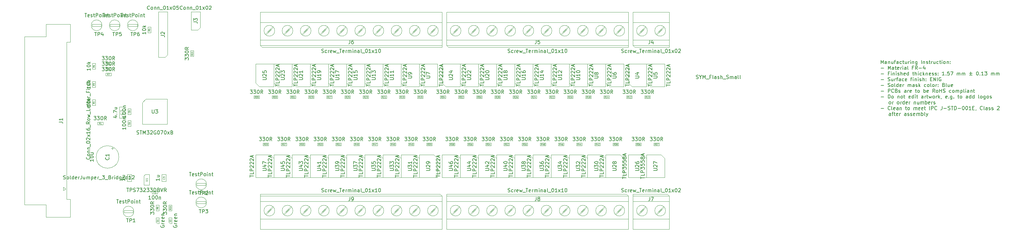
<source format=gbr>
%TF.GenerationSoftware,KiCad,Pcbnew,6.0.0*%
%TF.CreationDate,2022-01-11T19:34:27+01:00*%
%TF.ProjectId,main,6d61696e-2e6b-4696-9361-645f70636258,v.1.1.0*%
%TF.SameCoordinates,Original*%
%TF.FileFunction,AssemblyDrawing,Top*%
%FSLAX46Y46*%
G04 Gerber Fmt 4.6, Leading zero omitted, Abs format (unit mm)*
G04 Created by KiCad (PCBNEW 6.0.0) date 2022-01-11 19:34:27*
%MOMM*%
%LPD*%
G01*
G04 APERTURE LIST*
%ADD10C,0.150000*%
%ADD11C,0.060000*%
%ADD12C,0.080000*%
%ADD13C,0.120000*%
%ADD14C,0.075000*%
%ADD15C,0.100000*%
G04 APERTURE END LIST*
D10*
X257297595Y-66622380D02*
X257297595Y-65622380D01*
X257630928Y-66336666D01*
X257964261Y-65622380D01*
X257964261Y-66622380D01*
X258869023Y-66622380D02*
X258869023Y-66098571D01*
X258821404Y-66003333D01*
X258726166Y-65955714D01*
X258535690Y-65955714D01*
X258440452Y-66003333D01*
X258869023Y-66574761D02*
X258773785Y-66622380D01*
X258535690Y-66622380D01*
X258440452Y-66574761D01*
X258392833Y-66479523D01*
X258392833Y-66384285D01*
X258440452Y-66289047D01*
X258535690Y-66241428D01*
X258773785Y-66241428D01*
X258869023Y-66193809D01*
X259345214Y-65955714D02*
X259345214Y-66622380D01*
X259345214Y-66050952D02*
X259392833Y-66003333D01*
X259488071Y-65955714D01*
X259630928Y-65955714D01*
X259726166Y-66003333D01*
X259773785Y-66098571D01*
X259773785Y-66622380D01*
X260678547Y-65955714D02*
X260678547Y-66622380D01*
X260249976Y-65955714D02*
X260249976Y-66479523D01*
X260297595Y-66574761D01*
X260392833Y-66622380D01*
X260535690Y-66622380D01*
X260630928Y-66574761D01*
X260678547Y-66527142D01*
X261011880Y-65955714D02*
X261392833Y-65955714D01*
X261154738Y-66622380D02*
X261154738Y-65765238D01*
X261202357Y-65670000D01*
X261297595Y-65622380D01*
X261392833Y-65622380D01*
X262154738Y-66622380D02*
X262154738Y-66098571D01*
X262107119Y-66003333D01*
X262011880Y-65955714D01*
X261821404Y-65955714D01*
X261726166Y-66003333D01*
X262154738Y-66574761D02*
X262059500Y-66622380D01*
X261821404Y-66622380D01*
X261726166Y-66574761D01*
X261678547Y-66479523D01*
X261678547Y-66384285D01*
X261726166Y-66289047D01*
X261821404Y-66241428D01*
X262059500Y-66241428D01*
X262154738Y-66193809D01*
X263059500Y-66574761D02*
X262964261Y-66622380D01*
X262773785Y-66622380D01*
X262678547Y-66574761D01*
X262630928Y-66527142D01*
X262583309Y-66431904D01*
X262583309Y-66146190D01*
X262630928Y-66050952D01*
X262678547Y-66003333D01*
X262773785Y-65955714D01*
X262964261Y-65955714D01*
X263059500Y-66003333D01*
X263345214Y-65955714D02*
X263726166Y-65955714D01*
X263488071Y-65622380D02*
X263488071Y-66479523D01*
X263535690Y-66574761D01*
X263630928Y-66622380D01*
X263726166Y-66622380D01*
X264488071Y-65955714D02*
X264488071Y-66622380D01*
X264059500Y-65955714D02*
X264059500Y-66479523D01*
X264107119Y-66574761D01*
X264202357Y-66622380D01*
X264345214Y-66622380D01*
X264440452Y-66574761D01*
X264488071Y-66527142D01*
X264964261Y-66622380D02*
X264964261Y-65955714D01*
X264964261Y-66146190D02*
X265011880Y-66050952D01*
X265059500Y-66003333D01*
X265154738Y-65955714D01*
X265249976Y-65955714D01*
X265583309Y-66622380D02*
X265583309Y-65955714D01*
X265583309Y-65622380D02*
X265535690Y-65670000D01*
X265583309Y-65717619D01*
X265630928Y-65670000D01*
X265583309Y-65622380D01*
X265583309Y-65717619D01*
X266059500Y-65955714D02*
X266059500Y-66622380D01*
X266059500Y-66050952D02*
X266107119Y-66003333D01*
X266202357Y-65955714D01*
X266345214Y-65955714D01*
X266440452Y-66003333D01*
X266488071Y-66098571D01*
X266488071Y-66622380D01*
X267392833Y-65955714D02*
X267392833Y-66765238D01*
X267345214Y-66860476D01*
X267297595Y-66908095D01*
X267202357Y-66955714D01*
X267059500Y-66955714D01*
X266964261Y-66908095D01*
X267392833Y-66574761D02*
X267297595Y-66622380D01*
X267107119Y-66622380D01*
X267011880Y-66574761D01*
X266964261Y-66527142D01*
X266916642Y-66431904D01*
X266916642Y-66146190D01*
X266964261Y-66050952D01*
X267011880Y-66003333D01*
X267107119Y-65955714D01*
X267297595Y-65955714D01*
X267392833Y-66003333D01*
X268630928Y-66622380D02*
X268630928Y-65622380D01*
X269107119Y-65955714D02*
X269107119Y-66622380D01*
X269107119Y-66050952D02*
X269154738Y-66003333D01*
X269249976Y-65955714D01*
X269392833Y-65955714D01*
X269488071Y-66003333D01*
X269535690Y-66098571D01*
X269535690Y-66622380D01*
X269964261Y-66574761D02*
X270059500Y-66622380D01*
X270249976Y-66622380D01*
X270345214Y-66574761D01*
X270392833Y-66479523D01*
X270392833Y-66431904D01*
X270345214Y-66336666D01*
X270249976Y-66289047D01*
X270107119Y-66289047D01*
X270011880Y-66241428D01*
X269964261Y-66146190D01*
X269964261Y-66098571D01*
X270011880Y-66003333D01*
X270107119Y-65955714D01*
X270249976Y-65955714D01*
X270345214Y-66003333D01*
X270678547Y-65955714D02*
X271059500Y-65955714D01*
X270821404Y-65622380D02*
X270821404Y-66479523D01*
X270869023Y-66574761D01*
X270964261Y-66622380D01*
X271059500Y-66622380D01*
X271392833Y-66622380D02*
X271392833Y-65955714D01*
X271392833Y-66146190D02*
X271440452Y-66050952D01*
X271488071Y-66003333D01*
X271583309Y-65955714D01*
X271678547Y-65955714D01*
X272440452Y-65955714D02*
X272440452Y-66622380D01*
X272011880Y-65955714D02*
X272011880Y-66479523D01*
X272059500Y-66574761D01*
X272154738Y-66622380D01*
X272297595Y-66622380D01*
X272392833Y-66574761D01*
X272440452Y-66527142D01*
X273345214Y-66574761D02*
X273249976Y-66622380D01*
X273059500Y-66622380D01*
X272964261Y-66574761D01*
X272916642Y-66527142D01*
X272869023Y-66431904D01*
X272869023Y-66146190D01*
X272916642Y-66050952D01*
X272964261Y-66003333D01*
X273059500Y-65955714D01*
X273249976Y-65955714D01*
X273345214Y-66003333D01*
X273630928Y-65955714D02*
X274011880Y-65955714D01*
X273773785Y-65622380D02*
X273773785Y-66479523D01*
X273821404Y-66574761D01*
X273916642Y-66622380D01*
X274011880Y-66622380D01*
X274345214Y-66622380D02*
X274345214Y-65955714D01*
X274345214Y-65622380D02*
X274297595Y-65670000D01*
X274345214Y-65717619D01*
X274392833Y-65670000D01*
X274345214Y-65622380D01*
X274345214Y-65717619D01*
X274964261Y-66622380D02*
X274869023Y-66574761D01*
X274821404Y-66527142D01*
X274773785Y-66431904D01*
X274773785Y-66146190D01*
X274821404Y-66050952D01*
X274869023Y-66003333D01*
X274964261Y-65955714D01*
X275107119Y-65955714D01*
X275202357Y-66003333D01*
X275249976Y-66050952D01*
X275297595Y-66146190D01*
X275297595Y-66431904D01*
X275249976Y-66527142D01*
X275202357Y-66574761D01*
X275107119Y-66622380D01*
X274964261Y-66622380D01*
X275726166Y-65955714D02*
X275726166Y-66622380D01*
X275726166Y-66050952D02*
X275773785Y-66003333D01*
X275869023Y-65955714D01*
X276011880Y-65955714D01*
X276107119Y-66003333D01*
X276154738Y-66098571D01*
X276154738Y-66622380D01*
X276630928Y-66527142D02*
X276678547Y-66574761D01*
X276630928Y-66622380D01*
X276583309Y-66574761D01*
X276630928Y-66527142D01*
X276630928Y-66622380D01*
X276630928Y-66003333D02*
X276678547Y-66050952D01*
X276630928Y-66098571D01*
X276583309Y-66050952D01*
X276630928Y-66003333D01*
X276630928Y-66098571D01*
X257297595Y-67851428D02*
X258059500Y-67851428D01*
X259297595Y-68232380D02*
X259297595Y-67232380D01*
X259630928Y-67946666D01*
X259964261Y-67232380D01*
X259964261Y-68232380D01*
X260869023Y-68232380D02*
X260869023Y-67708571D01*
X260821404Y-67613333D01*
X260726166Y-67565714D01*
X260535690Y-67565714D01*
X260440452Y-67613333D01*
X260869023Y-68184761D02*
X260773785Y-68232380D01*
X260535690Y-68232380D01*
X260440452Y-68184761D01*
X260392833Y-68089523D01*
X260392833Y-67994285D01*
X260440452Y-67899047D01*
X260535690Y-67851428D01*
X260773785Y-67851428D01*
X260869023Y-67803809D01*
X261202357Y-67565714D02*
X261583309Y-67565714D01*
X261345214Y-67232380D02*
X261345214Y-68089523D01*
X261392833Y-68184761D01*
X261488071Y-68232380D01*
X261583309Y-68232380D01*
X262297595Y-68184761D02*
X262202357Y-68232380D01*
X262011880Y-68232380D01*
X261916642Y-68184761D01*
X261869023Y-68089523D01*
X261869023Y-67708571D01*
X261916642Y-67613333D01*
X262011880Y-67565714D01*
X262202357Y-67565714D01*
X262297595Y-67613333D01*
X262345214Y-67708571D01*
X262345214Y-67803809D01*
X261869023Y-67899047D01*
X262773785Y-68232380D02*
X262773785Y-67565714D01*
X262773785Y-67756190D02*
X262821404Y-67660952D01*
X262869023Y-67613333D01*
X262964261Y-67565714D01*
X263059500Y-67565714D01*
X263392833Y-68232380D02*
X263392833Y-67565714D01*
X263392833Y-67232380D02*
X263345214Y-67280000D01*
X263392833Y-67327619D01*
X263440452Y-67280000D01*
X263392833Y-67232380D01*
X263392833Y-67327619D01*
X264297595Y-68232380D02*
X264297595Y-67708571D01*
X264249976Y-67613333D01*
X264154738Y-67565714D01*
X263964261Y-67565714D01*
X263869023Y-67613333D01*
X264297595Y-68184761D02*
X264202357Y-68232380D01*
X263964261Y-68232380D01*
X263869023Y-68184761D01*
X263821404Y-68089523D01*
X263821404Y-67994285D01*
X263869023Y-67899047D01*
X263964261Y-67851428D01*
X264202357Y-67851428D01*
X264297595Y-67803809D01*
X264916642Y-68232380D02*
X264821404Y-68184761D01*
X264773785Y-68089523D01*
X264773785Y-67232380D01*
X266392833Y-67708571D02*
X266059500Y-67708571D01*
X266059500Y-68232380D02*
X266059500Y-67232380D01*
X266535690Y-67232380D01*
X267488071Y-68232380D02*
X267154738Y-67756190D01*
X266916642Y-68232380D02*
X266916642Y-67232380D01*
X267297595Y-67232380D01*
X267392833Y-67280000D01*
X267440452Y-67327619D01*
X267488071Y-67422857D01*
X267488071Y-67565714D01*
X267440452Y-67660952D01*
X267392833Y-67708571D01*
X267297595Y-67756190D01*
X266916642Y-67756190D01*
X267916642Y-67851428D02*
X268678547Y-67851428D01*
X269583309Y-67565714D02*
X269583309Y-68232380D01*
X269345214Y-67184761D02*
X269107119Y-67899047D01*
X269726166Y-67899047D01*
X257297595Y-69461428D02*
X258059500Y-69461428D01*
X259630928Y-69318571D02*
X259297595Y-69318571D01*
X259297595Y-69842380D02*
X259297595Y-68842380D01*
X259773785Y-68842380D01*
X260154738Y-69842380D02*
X260154738Y-69175714D01*
X260154738Y-68842380D02*
X260107119Y-68890000D01*
X260154738Y-68937619D01*
X260202357Y-68890000D01*
X260154738Y-68842380D01*
X260154738Y-68937619D01*
X260630928Y-69175714D02*
X260630928Y-69842380D01*
X260630928Y-69270952D02*
X260678547Y-69223333D01*
X260773785Y-69175714D01*
X260916642Y-69175714D01*
X261011880Y-69223333D01*
X261059500Y-69318571D01*
X261059500Y-69842380D01*
X261535690Y-69842380D02*
X261535690Y-69175714D01*
X261535690Y-68842380D02*
X261488071Y-68890000D01*
X261535690Y-68937619D01*
X261583309Y-68890000D01*
X261535690Y-68842380D01*
X261535690Y-68937619D01*
X261964261Y-69794761D02*
X262059500Y-69842380D01*
X262249976Y-69842380D01*
X262345214Y-69794761D01*
X262392833Y-69699523D01*
X262392833Y-69651904D01*
X262345214Y-69556666D01*
X262249976Y-69509047D01*
X262107119Y-69509047D01*
X262011880Y-69461428D01*
X261964261Y-69366190D01*
X261964261Y-69318571D01*
X262011880Y-69223333D01*
X262107119Y-69175714D01*
X262249976Y-69175714D01*
X262345214Y-69223333D01*
X262821404Y-69842380D02*
X262821404Y-68842380D01*
X263249976Y-69842380D02*
X263249976Y-69318571D01*
X263202357Y-69223333D01*
X263107119Y-69175714D01*
X262964261Y-69175714D01*
X262869023Y-69223333D01*
X262821404Y-69270952D01*
X264107119Y-69794761D02*
X264011880Y-69842380D01*
X263821404Y-69842380D01*
X263726166Y-69794761D01*
X263678547Y-69699523D01*
X263678547Y-69318571D01*
X263726166Y-69223333D01*
X263821404Y-69175714D01*
X264011880Y-69175714D01*
X264107119Y-69223333D01*
X264154738Y-69318571D01*
X264154738Y-69413809D01*
X263678547Y-69509047D01*
X265011880Y-69842380D02*
X265011880Y-68842380D01*
X265011880Y-69794761D02*
X264916642Y-69842380D01*
X264726166Y-69842380D01*
X264630928Y-69794761D01*
X264583309Y-69747142D01*
X264535690Y-69651904D01*
X264535690Y-69366190D01*
X264583309Y-69270952D01*
X264630928Y-69223333D01*
X264726166Y-69175714D01*
X264916642Y-69175714D01*
X265011880Y-69223333D01*
X266107119Y-69175714D02*
X266488071Y-69175714D01*
X266249976Y-68842380D02*
X266249976Y-69699523D01*
X266297595Y-69794761D01*
X266392833Y-69842380D01*
X266488071Y-69842380D01*
X266821404Y-69842380D02*
X266821404Y-68842380D01*
X267249976Y-69842380D02*
X267249976Y-69318571D01*
X267202357Y-69223333D01*
X267107119Y-69175714D01*
X266964261Y-69175714D01*
X266869023Y-69223333D01*
X266821404Y-69270952D01*
X267726166Y-69842380D02*
X267726166Y-69175714D01*
X267726166Y-68842380D02*
X267678547Y-68890000D01*
X267726166Y-68937619D01*
X267773785Y-68890000D01*
X267726166Y-68842380D01*
X267726166Y-68937619D01*
X268630928Y-69794761D02*
X268535690Y-69842380D01*
X268345214Y-69842380D01*
X268249976Y-69794761D01*
X268202357Y-69747142D01*
X268154738Y-69651904D01*
X268154738Y-69366190D01*
X268202357Y-69270952D01*
X268249976Y-69223333D01*
X268345214Y-69175714D01*
X268535690Y-69175714D01*
X268630928Y-69223333D01*
X269059500Y-69842380D02*
X269059500Y-68842380D01*
X269154738Y-69461428D02*
X269440452Y-69842380D01*
X269440452Y-69175714D02*
X269059500Y-69556666D01*
X269869023Y-69175714D02*
X269869023Y-69842380D01*
X269869023Y-69270952D02*
X269916642Y-69223333D01*
X270011880Y-69175714D01*
X270154738Y-69175714D01*
X270249976Y-69223333D01*
X270297595Y-69318571D01*
X270297595Y-69842380D01*
X271154738Y-69794761D02*
X271059500Y-69842380D01*
X270869023Y-69842380D01*
X270773785Y-69794761D01*
X270726166Y-69699523D01*
X270726166Y-69318571D01*
X270773785Y-69223333D01*
X270869023Y-69175714D01*
X271059500Y-69175714D01*
X271154738Y-69223333D01*
X271202357Y-69318571D01*
X271202357Y-69413809D01*
X270726166Y-69509047D01*
X271583309Y-69794761D02*
X271678547Y-69842380D01*
X271869023Y-69842380D01*
X271964261Y-69794761D01*
X272011880Y-69699523D01*
X272011880Y-69651904D01*
X271964261Y-69556666D01*
X271869023Y-69509047D01*
X271726166Y-69509047D01*
X271630928Y-69461428D01*
X271583309Y-69366190D01*
X271583309Y-69318571D01*
X271630928Y-69223333D01*
X271726166Y-69175714D01*
X271869023Y-69175714D01*
X271964261Y-69223333D01*
X272392833Y-69794761D02*
X272488071Y-69842380D01*
X272678547Y-69842380D01*
X272773785Y-69794761D01*
X272821404Y-69699523D01*
X272821404Y-69651904D01*
X272773785Y-69556666D01*
X272678547Y-69509047D01*
X272535690Y-69509047D01*
X272440452Y-69461428D01*
X272392833Y-69366190D01*
X272392833Y-69318571D01*
X272440452Y-69223333D01*
X272535690Y-69175714D01*
X272678547Y-69175714D01*
X272773785Y-69223333D01*
X273249976Y-69747142D02*
X273297595Y-69794761D01*
X273249976Y-69842380D01*
X273202357Y-69794761D01*
X273249976Y-69747142D01*
X273249976Y-69842380D01*
X273249976Y-69223333D02*
X273297595Y-69270952D01*
X273249976Y-69318571D01*
X273202357Y-69270952D01*
X273249976Y-69223333D01*
X273249976Y-69318571D01*
X275011880Y-69842380D02*
X274440452Y-69842380D01*
X274726166Y-69842380D02*
X274726166Y-68842380D01*
X274630928Y-68985238D01*
X274535690Y-69080476D01*
X274440452Y-69128095D01*
X275440452Y-69747142D02*
X275488071Y-69794761D01*
X275440452Y-69842380D01*
X275392833Y-69794761D01*
X275440452Y-69747142D01*
X275440452Y-69842380D01*
X276392833Y-68842380D02*
X275916642Y-68842380D01*
X275869023Y-69318571D01*
X275916642Y-69270952D01*
X276011880Y-69223333D01*
X276249976Y-69223333D01*
X276345214Y-69270952D01*
X276392833Y-69318571D01*
X276440452Y-69413809D01*
X276440452Y-69651904D01*
X276392833Y-69747142D01*
X276345214Y-69794761D01*
X276249976Y-69842380D01*
X276011880Y-69842380D01*
X275916642Y-69794761D01*
X275869023Y-69747142D01*
X276773785Y-68842380D02*
X277440452Y-68842380D01*
X277011880Y-69842380D01*
X278583309Y-69842380D02*
X278583309Y-69175714D01*
X278583309Y-69270952D02*
X278630928Y-69223333D01*
X278726166Y-69175714D01*
X278869023Y-69175714D01*
X278964261Y-69223333D01*
X279011880Y-69318571D01*
X279011880Y-69842380D01*
X279011880Y-69318571D02*
X279059500Y-69223333D01*
X279154738Y-69175714D01*
X279297595Y-69175714D01*
X279392833Y-69223333D01*
X279440452Y-69318571D01*
X279440452Y-69842380D01*
X279916642Y-69842380D02*
X279916642Y-69175714D01*
X279916642Y-69270952D02*
X279964261Y-69223333D01*
X280059500Y-69175714D01*
X280202357Y-69175714D01*
X280297595Y-69223333D01*
X280345214Y-69318571D01*
X280345214Y-69842380D01*
X280345214Y-69318571D02*
X280392833Y-69223333D01*
X280488071Y-69175714D01*
X280630928Y-69175714D01*
X280726166Y-69223333D01*
X280773785Y-69318571D01*
X280773785Y-69842380D01*
X282011880Y-69270952D02*
X282773785Y-69270952D01*
X282392833Y-69651904D02*
X282392833Y-68890000D01*
X282773785Y-69842380D02*
X282011880Y-69842380D01*
X284202357Y-68842380D02*
X284297595Y-68842380D01*
X284392833Y-68890000D01*
X284440452Y-68937619D01*
X284488071Y-69032857D01*
X284535690Y-69223333D01*
X284535690Y-69461428D01*
X284488071Y-69651904D01*
X284440452Y-69747142D01*
X284392833Y-69794761D01*
X284297595Y-69842380D01*
X284202357Y-69842380D01*
X284107119Y-69794761D01*
X284059500Y-69747142D01*
X284011880Y-69651904D01*
X283964261Y-69461428D01*
X283964261Y-69223333D01*
X284011880Y-69032857D01*
X284059500Y-68937619D01*
X284107119Y-68890000D01*
X284202357Y-68842380D01*
X284964261Y-69747142D02*
X285011880Y-69794761D01*
X284964261Y-69842380D01*
X284916642Y-69794761D01*
X284964261Y-69747142D01*
X284964261Y-69842380D01*
X285964261Y-69842380D02*
X285392833Y-69842380D01*
X285678547Y-69842380D02*
X285678547Y-68842380D01*
X285583309Y-68985238D01*
X285488071Y-69080476D01*
X285392833Y-69128095D01*
X286297595Y-68842380D02*
X286916642Y-68842380D01*
X286583309Y-69223333D01*
X286726166Y-69223333D01*
X286821404Y-69270952D01*
X286869023Y-69318571D01*
X286916642Y-69413809D01*
X286916642Y-69651904D01*
X286869023Y-69747142D01*
X286821404Y-69794761D01*
X286726166Y-69842380D01*
X286440452Y-69842380D01*
X286345214Y-69794761D01*
X286297595Y-69747142D01*
X288107119Y-69842380D02*
X288107119Y-69175714D01*
X288107119Y-69270952D02*
X288154738Y-69223333D01*
X288249976Y-69175714D01*
X288392833Y-69175714D01*
X288488071Y-69223333D01*
X288535690Y-69318571D01*
X288535690Y-69842380D01*
X288535690Y-69318571D02*
X288583309Y-69223333D01*
X288678547Y-69175714D01*
X288821404Y-69175714D01*
X288916642Y-69223333D01*
X288964261Y-69318571D01*
X288964261Y-69842380D01*
X289440452Y-69842380D02*
X289440452Y-69175714D01*
X289440452Y-69270952D02*
X289488071Y-69223333D01*
X289583309Y-69175714D01*
X289726166Y-69175714D01*
X289821404Y-69223333D01*
X289869023Y-69318571D01*
X289869023Y-69842380D01*
X289869023Y-69318571D02*
X289916642Y-69223333D01*
X290011880Y-69175714D01*
X290154738Y-69175714D01*
X290249976Y-69223333D01*
X290297595Y-69318571D01*
X290297595Y-69842380D01*
X257297595Y-71071428D02*
X258059500Y-71071428D01*
X259249976Y-71404761D02*
X259392833Y-71452380D01*
X259630928Y-71452380D01*
X259726166Y-71404761D01*
X259773785Y-71357142D01*
X259821404Y-71261904D01*
X259821404Y-71166666D01*
X259773785Y-71071428D01*
X259726166Y-71023809D01*
X259630928Y-70976190D01*
X259440452Y-70928571D01*
X259345214Y-70880952D01*
X259297595Y-70833333D01*
X259249976Y-70738095D01*
X259249976Y-70642857D01*
X259297595Y-70547619D01*
X259345214Y-70500000D01*
X259440452Y-70452380D01*
X259678547Y-70452380D01*
X259821404Y-70500000D01*
X260678547Y-70785714D02*
X260678547Y-71452380D01*
X260249976Y-70785714D02*
X260249976Y-71309523D01*
X260297595Y-71404761D01*
X260392833Y-71452380D01*
X260535690Y-71452380D01*
X260630928Y-71404761D01*
X260678547Y-71357142D01*
X261154738Y-71452380D02*
X261154738Y-70785714D01*
X261154738Y-70976190D02*
X261202357Y-70880952D01*
X261249976Y-70833333D01*
X261345214Y-70785714D01*
X261440452Y-70785714D01*
X261630928Y-70785714D02*
X262011880Y-70785714D01*
X261773785Y-71452380D02*
X261773785Y-70595238D01*
X261821404Y-70500000D01*
X261916642Y-70452380D01*
X262011880Y-70452380D01*
X262773785Y-71452380D02*
X262773785Y-70928571D01*
X262726166Y-70833333D01*
X262630928Y-70785714D01*
X262440452Y-70785714D01*
X262345214Y-70833333D01*
X262773785Y-71404761D02*
X262678547Y-71452380D01*
X262440452Y-71452380D01*
X262345214Y-71404761D01*
X262297595Y-71309523D01*
X262297595Y-71214285D01*
X262345214Y-71119047D01*
X262440452Y-71071428D01*
X262678547Y-71071428D01*
X262773785Y-71023809D01*
X263678547Y-71404761D02*
X263583309Y-71452380D01*
X263392833Y-71452380D01*
X263297595Y-71404761D01*
X263249976Y-71357142D01*
X263202357Y-71261904D01*
X263202357Y-70976190D01*
X263249976Y-70880952D01*
X263297595Y-70833333D01*
X263392833Y-70785714D01*
X263583309Y-70785714D01*
X263678547Y-70833333D01*
X264488071Y-71404761D02*
X264392833Y-71452380D01*
X264202357Y-71452380D01*
X264107119Y-71404761D01*
X264059500Y-71309523D01*
X264059500Y-70928571D01*
X264107119Y-70833333D01*
X264202357Y-70785714D01*
X264392833Y-70785714D01*
X264488071Y-70833333D01*
X264535690Y-70928571D01*
X264535690Y-71023809D01*
X264059500Y-71119047D01*
X265583309Y-70785714D02*
X265964261Y-70785714D01*
X265726166Y-71452380D02*
X265726166Y-70595238D01*
X265773785Y-70500000D01*
X265869023Y-70452380D01*
X265964261Y-70452380D01*
X266297595Y-71452380D02*
X266297595Y-70785714D01*
X266297595Y-70452380D02*
X266249976Y-70500000D01*
X266297595Y-70547619D01*
X266345214Y-70500000D01*
X266297595Y-70452380D01*
X266297595Y-70547619D01*
X266773785Y-70785714D02*
X266773785Y-71452380D01*
X266773785Y-70880952D02*
X266821404Y-70833333D01*
X266916642Y-70785714D01*
X267059500Y-70785714D01*
X267154738Y-70833333D01*
X267202357Y-70928571D01*
X267202357Y-71452380D01*
X267678547Y-71452380D02*
X267678547Y-70785714D01*
X267678547Y-70452380D02*
X267630928Y-70500000D01*
X267678547Y-70547619D01*
X267726166Y-70500000D01*
X267678547Y-70452380D01*
X267678547Y-70547619D01*
X268107119Y-71404761D02*
X268202357Y-71452380D01*
X268392833Y-71452380D01*
X268488071Y-71404761D01*
X268535690Y-71309523D01*
X268535690Y-71261904D01*
X268488071Y-71166666D01*
X268392833Y-71119047D01*
X268249976Y-71119047D01*
X268154738Y-71071428D01*
X268107119Y-70976190D01*
X268107119Y-70928571D01*
X268154738Y-70833333D01*
X268249976Y-70785714D01*
X268392833Y-70785714D01*
X268488071Y-70833333D01*
X268964261Y-71452380D02*
X268964261Y-70452380D01*
X269392833Y-71452380D02*
X269392833Y-70928571D01*
X269345214Y-70833333D01*
X269249976Y-70785714D01*
X269107119Y-70785714D01*
X269011880Y-70833333D01*
X268964261Y-70880952D01*
X269869023Y-71357142D02*
X269916642Y-71404761D01*
X269869023Y-71452380D01*
X269821404Y-71404761D01*
X269869023Y-71357142D01*
X269869023Y-71452380D01*
X269869023Y-70833333D02*
X269916642Y-70880952D01*
X269869023Y-70928571D01*
X269821404Y-70880952D01*
X269869023Y-70833333D01*
X269869023Y-70928571D01*
X271107119Y-70928571D02*
X271440452Y-70928571D01*
X271583309Y-71452380D02*
X271107119Y-71452380D01*
X271107119Y-70452380D01*
X271583309Y-70452380D01*
X272011880Y-71452380D02*
X272011880Y-70452380D01*
X272583309Y-71452380D01*
X272583309Y-70452380D01*
X273059500Y-71452380D02*
X273059500Y-70452380D01*
X274059500Y-70500000D02*
X273964261Y-70452380D01*
X273821404Y-70452380D01*
X273678547Y-70500000D01*
X273583309Y-70595238D01*
X273535690Y-70690476D01*
X273488071Y-70880952D01*
X273488071Y-71023809D01*
X273535690Y-71214285D01*
X273583309Y-71309523D01*
X273678547Y-71404761D01*
X273821404Y-71452380D01*
X273916642Y-71452380D01*
X274059500Y-71404761D01*
X274107119Y-71357142D01*
X274107119Y-71023809D01*
X273916642Y-71023809D01*
X257297595Y-72681428D02*
X258059500Y-72681428D01*
X259249976Y-73014761D02*
X259392833Y-73062380D01*
X259630928Y-73062380D01*
X259726166Y-73014761D01*
X259773785Y-72967142D01*
X259821404Y-72871904D01*
X259821404Y-72776666D01*
X259773785Y-72681428D01*
X259726166Y-72633809D01*
X259630928Y-72586190D01*
X259440452Y-72538571D01*
X259345214Y-72490952D01*
X259297595Y-72443333D01*
X259249976Y-72348095D01*
X259249976Y-72252857D01*
X259297595Y-72157619D01*
X259345214Y-72110000D01*
X259440452Y-72062380D01*
X259678547Y-72062380D01*
X259821404Y-72110000D01*
X260392833Y-73062380D02*
X260297595Y-73014761D01*
X260249976Y-72967142D01*
X260202357Y-72871904D01*
X260202357Y-72586190D01*
X260249976Y-72490952D01*
X260297595Y-72443333D01*
X260392833Y-72395714D01*
X260535690Y-72395714D01*
X260630928Y-72443333D01*
X260678547Y-72490952D01*
X260726166Y-72586190D01*
X260726166Y-72871904D01*
X260678547Y-72967142D01*
X260630928Y-73014761D01*
X260535690Y-73062380D01*
X260392833Y-73062380D01*
X261297595Y-73062380D02*
X261202357Y-73014761D01*
X261154738Y-72919523D01*
X261154738Y-72062380D01*
X262107119Y-73062380D02*
X262107119Y-72062380D01*
X262107119Y-73014761D02*
X262011880Y-73062380D01*
X261821404Y-73062380D01*
X261726166Y-73014761D01*
X261678547Y-72967142D01*
X261630928Y-72871904D01*
X261630928Y-72586190D01*
X261678547Y-72490952D01*
X261726166Y-72443333D01*
X261821404Y-72395714D01*
X262011880Y-72395714D01*
X262107119Y-72443333D01*
X262964261Y-73014761D02*
X262869023Y-73062380D01*
X262678547Y-73062380D01*
X262583309Y-73014761D01*
X262535690Y-72919523D01*
X262535690Y-72538571D01*
X262583309Y-72443333D01*
X262678547Y-72395714D01*
X262869023Y-72395714D01*
X262964261Y-72443333D01*
X263011880Y-72538571D01*
X263011880Y-72633809D01*
X262535690Y-72729047D01*
X263440452Y-73062380D02*
X263440452Y-72395714D01*
X263440452Y-72586190D02*
X263488071Y-72490952D01*
X263535690Y-72443333D01*
X263630928Y-72395714D01*
X263726166Y-72395714D01*
X264821404Y-73062380D02*
X264821404Y-72395714D01*
X264821404Y-72490952D02*
X264869023Y-72443333D01*
X264964261Y-72395714D01*
X265107119Y-72395714D01*
X265202357Y-72443333D01*
X265249976Y-72538571D01*
X265249976Y-73062380D01*
X265249976Y-72538571D02*
X265297595Y-72443333D01*
X265392833Y-72395714D01*
X265535690Y-72395714D01*
X265630928Y-72443333D01*
X265678547Y-72538571D01*
X265678547Y-73062380D01*
X266583309Y-73062380D02*
X266583309Y-72538571D01*
X266535690Y-72443333D01*
X266440452Y-72395714D01*
X266249976Y-72395714D01*
X266154738Y-72443333D01*
X266583309Y-73014761D02*
X266488071Y-73062380D01*
X266249976Y-73062380D01*
X266154738Y-73014761D01*
X266107119Y-72919523D01*
X266107119Y-72824285D01*
X266154738Y-72729047D01*
X266249976Y-72681428D01*
X266488071Y-72681428D01*
X266583309Y-72633809D01*
X267011880Y-73014761D02*
X267107119Y-73062380D01*
X267297595Y-73062380D01*
X267392833Y-73014761D01*
X267440452Y-72919523D01*
X267440452Y-72871904D01*
X267392833Y-72776666D01*
X267297595Y-72729047D01*
X267154738Y-72729047D01*
X267059500Y-72681428D01*
X267011880Y-72586190D01*
X267011880Y-72538571D01*
X267059500Y-72443333D01*
X267154738Y-72395714D01*
X267297595Y-72395714D01*
X267392833Y-72443333D01*
X267869023Y-73062380D02*
X267869023Y-72062380D01*
X267964261Y-72681428D02*
X268249976Y-73062380D01*
X268249976Y-72395714D02*
X267869023Y-72776666D01*
X269869023Y-73014761D02*
X269773785Y-73062380D01*
X269583309Y-73062380D01*
X269488071Y-73014761D01*
X269440452Y-72967142D01*
X269392833Y-72871904D01*
X269392833Y-72586190D01*
X269440452Y-72490952D01*
X269488071Y-72443333D01*
X269583309Y-72395714D01*
X269773785Y-72395714D01*
X269869023Y-72443333D01*
X270440452Y-73062380D02*
X270345214Y-73014761D01*
X270297595Y-72967142D01*
X270249976Y-72871904D01*
X270249976Y-72586190D01*
X270297595Y-72490952D01*
X270345214Y-72443333D01*
X270440452Y-72395714D01*
X270583309Y-72395714D01*
X270678547Y-72443333D01*
X270726166Y-72490952D01*
X270773785Y-72586190D01*
X270773785Y-72871904D01*
X270726166Y-72967142D01*
X270678547Y-73014761D01*
X270583309Y-73062380D01*
X270440452Y-73062380D01*
X271345214Y-73062380D02*
X271249976Y-73014761D01*
X271202357Y-72919523D01*
X271202357Y-72062380D01*
X271869023Y-73062380D02*
X271773785Y-73014761D01*
X271726166Y-72967142D01*
X271678547Y-72871904D01*
X271678547Y-72586190D01*
X271726166Y-72490952D01*
X271773785Y-72443333D01*
X271869023Y-72395714D01*
X272011880Y-72395714D01*
X272107119Y-72443333D01*
X272154738Y-72490952D01*
X272202357Y-72586190D01*
X272202357Y-72871904D01*
X272154738Y-72967142D01*
X272107119Y-73014761D01*
X272011880Y-73062380D01*
X271869023Y-73062380D01*
X272630928Y-73062380D02*
X272630928Y-72395714D01*
X272630928Y-72586190D02*
X272678547Y-72490952D01*
X272726166Y-72443333D01*
X272821404Y-72395714D01*
X272916642Y-72395714D01*
X273249976Y-72967142D02*
X273297595Y-73014761D01*
X273249976Y-73062380D01*
X273202357Y-73014761D01*
X273249976Y-72967142D01*
X273249976Y-73062380D01*
X273249976Y-72443333D02*
X273297595Y-72490952D01*
X273249976Y-72538571D01*
X273202357Y-72490952D01*
X273249976Y-72443333D01*
X273249976Y-72538571D01*
X274821404Y-72538571D02*
X274964261Y-72586190D01*
X275011880Y-72633809D01*
X275059500Y-72729047D01*
X275059500Y-72871904D01*
X275011880Y-72967142D01*
X274964261Y-73014761D01*
X274869023Y-73062380D01*
X274488071Y-73062380D01*
X274488071Y-72062380D01*
X274821404Y-72062380D01*
X274916642Y-72110000D01*
X274964261Y-72157619D01*
X275011880Y-72252857D01*
X275011880Y-72348095D01*
X274964261Y-72443333D01*
X274916642Y-72490952D01*
X274821404Y-72538571D01*
X274488071Y-72538571D01*
X275630928Y-73062380D02*
X275535690Y-73014761D01*
X275488071Y-72919523D01*
X275488071Y-72062380D01*
X276440452Y-72395714D02*
X276440452Y-73062380D01*
X276011880Y-72395714D02*
X276011880Y-72919523D01*
X276059500Y-73014761D01*
X276154738Y-73062380D01*
X276297595Y-73062380D01*
X276392833Y-73014761D01*
X276440452Y-72967142D01*
X277297595Y-73014761D02*
X277202357Y-73062380D01*
X277011880Y-73062380D01*
X276916642Y-73014761D01*
X276869023Y-72919523D01*
X276869023Y-72538571D01*
X276916642Y-72443333D01*
X277011880Y-72395714D01*
X277202357Y-72395714D01*
X277297595Y-72443333D01*
X277345214Y-72538571D01*
X277345214Y-72633809D01*
X276869023Y-72729047D01*
X257297595Y-74291428D02*
X258059500Y-74291428D01*
X259297595Y-74672380D02*
X259297595Y-73672380D01*
X259678547Y-73672380D01*
X259773785Y-73720000D01*
X259821404Y-73767619D01*
X259869023Y-73862857D01*
X259869023Y-74005714D01*
X259821404Y-74100952D01*
X259773785Y-74148571D01*
X259678547Y-74196190D01*
X259297595Y-74196190D01*
X260869023Y-74577142D02*
X260821404Y-74624761D01*
X260678547Y-74672380D01*
X260583309Y-74672380D01*
X260440452Y-74624761D01*
X260345214Y-74529523D01*
X260297595Y-74434285D01*
X260249976Y-74243809D01*
X260249976Y-74100952D01*
X260297595Y-73910476D01*
X260345214Y-73815238D01*
X260440452Y-73720000D01*
X260583309Y-73672380D01*
X260678547Y-73672380D01*
X260821404Y-73720000D01*
X260869023Y-73767619D01*
X261630928Y-74148571D02*
X261773785Y-74196190D01*
X261821404Y-74243809D01*
X261869023Y-74339047D01*
X261869023Y-74481904D01*
X261821404Y-74577142D01*
X261773785Y-74624761D01*
X261678547Y-74672380D01*
X261297595Y-74672380D01*
X261297595Y-73672380D01*
X261630928Y-73672380D01*
X261726166Y-73720000D01*
X261773785Y-73767619D01*
X261821404Y-73862857D01*
X261821404Y-73958095D01*
X261773785Y-74053333D01*
X261726166Y-74100952D01*
X261630928Y-74148571D01*
X261297595Y-74148571D01*
X262249976Y-74624761D02*
X262345214Y-74672380D01*
X262535690Y-74672380D01*
X262630928Y-74624761D01*
X262678547Y-74529523D01*
X262678547Y-74481904D01*
X262630928Y-74386666D01*
X262535690Y-74339047D01*
X262392833Y-74339047D01*
X262297595Y-74291428D01*
X262249976Y-74196190D01*
X262249976Y-74148571D01*
X262297595Y-74053333D01*
X262392833Y-74005714D01*
X262535690Y-74005714D01*
X262630928Y-74053333D01*
X264297595Y-74672380D02*
X264297595Y-74148571D01*
X264249976Y-74053333D01*
X264154738Y-74005714D01*
X263964261Y-74005714D01*
X263869023Y-74053333D01*
X264297595Y-74624761D02*
X264202357Y-74672380D01*
X263964261Y-74672380D01*
X263869023Y-74624761D01*
X263821404Y-74529523D01*
X263821404Y-74434285D01*
X263869023Y-74339047D01*
X263964261Y-74291428D01*
X264202357Y-74291428D01*
X264297595Y-74243809D01*
X264773785Y-74672380D02*
X264773785Y-74005714D01*
X264773785Y-74196190D02*
X264821404Y-74100952D01*
X264869023Y-74053333D01*
X264964261Y-74005714D01*
X265059500Y-74005714D01*
X265773785Y-74624761D02*
X265678547Y-74672380D01*
X265488071Y-74672380D01*
X265392833Y-74624761D01*
X265345214Y-74529523D01*
X265345214Y-74148571D01*
X265392833Y-74053333D01*
X265488071Y-74005714D01*
X265678547Y-74005714D01*
X265773785Y-74053333D01*
X265821404Y-74148571D01*
X265821404Y-74243809D01*
X265345214Y-74339047D01*
X266869023Y-74005714D02*
X267249976Y-74005714D01*
X267011880Y-73672380D02*
X267011880Y-74529523D01*
X267059500Y-74624761D01*
X267154738Y-74672380D01*
X267249976Y-74672380D01*
X267726166Y-74672380D02*
X267630928Y-74624761D01*
X267583309Y-74577142D01*
X267535690Y-74481904D01*
X267535690Y-74196190D01*
X267583309Y-74100952D01*
X267630928Y-74053333D01*
X267726166Y-74005714D01*
X267869023Y-74005714D01*
X267964261Y-74053333D01*
X268011880Y-74100952D01*
X268059500Y-74196190D01*
X268059500Y-74481904D01*
X268011880Y-74577142D01*
X267964261Y-74624761D01*
X267869023Y-74672380D01*
X267726166Y-74672380D01*
X269249976Y-74672380D02*
X269249976Y-73672380D01*
X269249976Y-74053333D02*
X269345214Y-74005714D01*
X269535690Y-74005714D01*
X269630928Y-74053333D01*
X269678547Y-74100952D01*
X269726166Y-74196190D01*
X269726166Y-74481904D01*
X269678547Y-74577142D01*
X269630928Y-74624761D01*
X269535690Y-74672380D01*
X269345214Y-74672380D01*
X269249976Y-74624761D01*
X270535690Y-74624761D02*
X270440452Y-74672380D01*
X270249976Y-74672380D01*
X270154738Y-74624761D01*
X270107119Y-74529523D01*
X270107119Y-74148571D01*
X270154738Y-74053333D01*
X270249976Y-74005714D01*
X270440452Y-74005714D01*
X270535690Y-74053333D01*
X270583309Y-74148571D01*
X270583309Y-74243809D01*
X270107119Y-74339047D01*
X272345214Y-74672380D02*
X272011880Y-74196190D01*
X271773785Y-74672380D02*
X271773785Y-73672380D01*
X272154738Y-73672380D01*
X272249976Y-73720000D01*
X272297595Y-73767619D01*
X272345214Y-73862857D01*
X272345214Y-74005714D01*
X272297595Y-74100952D01*
X272249976Y-74148571D01*
X272154738Y-74196190D01*
X271773785Y-74196190D01*
X272916642Y-74672380D02*
X272821404Y-74624761D01*
X272773785Y-74577142D01*
X272726166Y-74481904D01*
X272726166Y-74196190D01*
X272773785Y-74100952D01*
X272821404Y-74053333D01*
X272916642Y-74005714D01*
X273059500Y-74005714D01*
X273154738Y-74053333D01*
X273202357Y-74100952D01*
X273249976Y-74196190D01*
X273249976Y-74481904D01*
X273202357Y-74577142D01*
X273154738Y-74624761D01*
X273059500Y-74672380D01*
X272916642Y-74672380D01*
X273678547Y-74672380D02*
X273678547Y-73672380D01*
X273678547Y-74148571D02*
X274249976Y-74148571D01*
X274249976Y-74672380D02*
X274249976Y-73672380D01*
X274678547Y-74624761D02*
X274821404Y-74672380D01*
X275059500Y-74672380D01*
X275154738Y-74624761D01*
X275202357Y-74577142D01*
X275249976Y-74481904D01*
X275249976Y-74386666D01*
X275202357Y-74291428D01*
X275154738Y-74243809D01*
X275059500Y-74196190D01*
X274869023Y-74148571D01*
X274773785Y-74100952D01*
X274726166Y-74053333D01*
X274678547Y-73958095D01*
X274678547Y-73862857D01*
X274726166Y-73767619D01*
X274773785Y-73720000D01*
X274869023Y-73672380D01*
X275107119Y-73672380D01*
X275249976Y-73720000D01*
X276869023Y-74624761D02*
X276773785Y-74672380D01*
X276583309Y-74672380D01*
X276488071Y-74624761D01*
X276440452Y-74577142D01*
X276392833Y-74481904D01*
X276392833Y-74196190D01*
X276440452Y-74100952D01*
X276488071Y-74053333D01*
X276583309Y-74005714D01*
X276773785Y-74005714D01*
X276869023Y-74053333D01*
X277440452Y-74672380D02*
X277345214Y-74624761D01*
X277297595Y-74577142D01*
X277249976Y-74481904D01*
X277249976Y-74196190D01*
X277297595Y-74100952D01*
X277345214Y-74053333D01*
X277440452Y-74005714D01*
X277583309Y-74005714D01*
X277678547Y-74053333D01*
X277726166Y-74100952D01*
X277773785Y-74196190D01*
X277773785Y-74481904D01*
X277726166Y-74577142D01*
X277678547Y-74624761D01*
X277583309Y-74672380D01*
X277440452Y-74672380D01*
X278202357Y-74672380D02*
X278202357Y-74005714D01*
X278202357Y-74100952D02*
X278249976Y-74053333D01*
X278345214Y-74005714D01*
X278488071Y-74005714D01*
X278583309Y-74053333D01*
X278630928Y-74148571D01*
X278630928Y-74672380D01*
X278630928Y-74148571D02*
X278678547Y-74053333D01*
X278773785Y-74005714D01*
X278916642Y-74005714D01*
X279011880Y-74053333D01*
X279059500Y-74148571D01*
X279059500Y-74672380D01*
X279535690Y-74005714D02*
X279535690Y-75005714D01*
X279535690Y-74053333D02*
X279630928Y-74005714D01*
X279821404Y-74005714D01*
X279916642Y-74053333D01*
X279964261Y-74100952D01*
X280011880Y-74196190D01*
X280011880Y-74481904D01*
X279964261Y-74577142D01*
X279916642Y-74624761D01*
X279821404Y-74672380D01*
X279630928Y-74672380D01*
X279535690Y-74624761D01*
X280583309Y-74672380D02*
X280488071Y-74624761D01*
X280440452Y-74529523D01*
X280440452Y-73672380D01*
X280964261Y-74672380D02*
X280964261Y-74005714D01*
X280964261Y-73672380D02*
X280916642Y-73720000D01*
X280964261Y-73767619D01*
X281011880Y-73720000D01*
X280964261Y-73672380D01*
X280964261Y-73767619D01*
X281869023Y-74672380D02*
X281869023Y-74148571D01*
X281821404Y-74053333D01*
X281726166Y-74005714D01*
X281535690Y-74005714D01*
X281440452Y-74053333D01*
X281869023Y-74624761D02*
X281773785Y-74672380D01*
X281535690Y-74672380D01*
X281440452Y-74624761D01*
X281392833Y-74529523D01*
X281392833Y-74434285D01*
X281440452Y-74339047D01*
X281535690Y-74291428D01*
X281773785Y-74291428D01*
X281869023Y-74243809D01*
X282345214Y-74005714D02*
X282345214Y-74672380D01*
X282345214Y-74100952D02*
X282392833Y-74053333D01*
X282488071Y-74005714D01*
X282630928Y-74005714D01*
X282726166Y-74053333D01*
X282773785Y-74148571D01*
X282773785Y-74672380D01*
X283107119Y-74005714D02*
X283488071Y-74005714D01*
X283249976Y-73672380D02*
X283249976Y-74529523D01*
X283297595Y-74624761D01*
X283392833Y-74672380D01*
X283488071Y-74672380D01*
X257297595Y-75901428D02*
X258059500Y-75901428D01*
X259297595Y-76282380D02*
X259297595Y-75282380D01*
X259535690Y-75282380D01*
X259678547Y-75330000D01*
X259773785Y-75425238D01*
X259821404Y-75520476D01*
X259869023Y-75710952D01*
X259869023Y-75853809D01*
X259821404Y-76044285D01*
X259773785Y-76139523D01*
X259678547Y-76234761D01*
X259535690Y-76282380D01*
X259297595Y-76282380D01*
X260440452Y-76282380D02*
X260345214Y-76234761D01*
X260297595Y-76187142D01*
X260249976Y-76091904D01*
X260249976Y-75806190D01*
X260297595Y-75710952D01*
X260345214Y-75663333D01*
X260440452Y-75615714D01*
X260583309Y-75615714D01*
X260678547Y-75663333D01*
X260726166Y-75710952D01*
X260773785Y-75806190D01*
X260773785Y-76091904D01*
X260726166Y-76187142D01*
X260678547Y-76234761D01*
X260583309Y-76282380D01*
X260440452Y-76282380D01*
X261964261Y-75615714D02*
X261964261Y-76282380D01*
X261964261Y-75710952D02*
X262011880Y-75663333D01*
X262107119Y-75615714D01*
X262249976Y-75615714D01*
X262345214Y-75663333D01*
X262392833Y-75758571D01*
X262392833Y-76282380D01*
X263011880Y-76282380D02*
X262916642Y-76234761D01*
X262869023Y-76187142D01*
X262821404Y-76091904D01*
X262821404Y-75806190D01*
X262869023Y-75710952D01*
X262916642Y-75663333D01*
X263011880Y-75615714D01*
X263154738Y-75615714D01*
X263249976Y-75663333D01*
X263297595Y-75710952D01*
X263345214Y-75806190D01*
X263345214Y-76091904D01*
X263297595Y-76187142D01*
X263249976Y-76234761D01*
X263154738Y-76282380D01*
X263011880Y-76282380D01*
X263630928Y-75615714D02*
X264011880Y-75615714D01*
X263773785Y-75282380D02*
X263773785Y-76139523D01*
X263821404Y-76234761D01*
X263916642Y-76282380D01*
X264011880Y-76282380D01*
X265488071Y-76234761D02*
X265392833Y-76282380D01*
X265202357Y-76282380D01*
X265107119Y-76234761D01*
X265059500Y-76139523D01*
X265059500Y-75758571D01*
X265107119Y-75663333D01*
X265202357Y-75615714D01*
X265392833Y-75615714D01*
X265488071Y-75663333D01*
X265535690Y-75758571D01*
X265535690Y-75853809D01*
X265059500Y-75949047D01*
X266392833Y-76282380D02*
X266392833Y-75282380D01*
X266392833Y-76234761D02*
X266297595Y-76282380D01*
X266107119Y-76282380D01*
X266011880Y-76234761D01*
X265964261Y-76187142D01*
X265916642Y-76091904D01*
X265916642Y-75806190D01*
X265964261Y-75710952D01*
X266011880Y-75663333D01*
X266107119Y-75615714D01*
X266297595Y-75615714D01*
X266392833Y-75663333D01*
X266869023Y-76282380D02*
X266869023Y-75615714D01*
X266869023Y-75282380D02*
X266821404Y-75330000D01*
X266869023Y-75377619D01*
X266916642Y-75330000D01*
X266869023Y-75282380D01*
X266869023Y-75377619D01*
X267202357Y-75615714D02*
X267583309Y-75615714D01*
X267345214Y-75282380D02*
X267345214Y-76139523D01*
X267392833Y-76234761D01*
X267488071Y-76282380D01*
X267583309Y-76282380D01*
X269107119Y-76282380D02*
X269107119Y-75758571D01*
X269059500Y-75663333D01*
X268964261Y-75615714D01*
X268773785Y-75615714D01*
X268678547Y-75663333D01*
X269107119Y-76234761D02*
X269011880Y-76282380D01*
X268773785Y-76282380D01*
X268678547Y-76234761D01*
X268630928Y-76139523D01*
X268630928Y-76044285D01*
X268678547Y-75949047D01*
X268773785Y-75901428D01*
X269011880Y-75901428D01*
X269107119Y-75853809D01*
X269583309Y-76282380D02*
X269583309Y-75615714D01*
X269583309Y-75806190D02*
X269630928Y-75710952D01*
X269678547Y-75663333D01*
X269773785Y-75615714D01*
X269869023Y-75615714D01*
X270059500Y-75615714D02*
X270440452Y-75615714D01*
X270202357Y-75282380D02*
X270202357Y-76139523D01*
X270249976Y-76234761D01*
X270345214Y-76282380D01*
X270440452Y-76282380D01*
X270678547Y-75615714D02*
X270869023Y-76282380D01*
X271059500Y-75806190D01*
X271249976Y-76282380D01*
X271440452Y-75615714D01*
X271964261Y-76282380D02*
X271869023Y-76234761D01*
X271821404Y-76187142D01*
X271773785Y-76091904D01*
X271773785Y-75806190D01*
X271821404Y-75710952D01*
X271869023Y-75663333D01*
X271964261Y-75615714D01*
X272107119Y-75615714D01*
X272202357Y-75663333D01*
X272249976Y-75710952D01*
X272297595Y-75806190D01*
X272297595Y-76091904D01*
X272249976Y-76187142D01*
X272202357Y-76234761D01*
X272107119Y-76282380D01*
X271964261Y-76282380D01*
X272726166Y-76282380D02*
X272726166Y-75615714D01*
X272726166Y-75806190D02*
X272773785Y-75710952D01*
X272821404Y-75663333D01*
X272916642Y-75615714D01*
X273011880Y-75615714D01*
X273345214Y-76282380D02*
X273345214Y-75282380D01*
X273440452Y-75901428D02*
X273726166Y-76282380D01*
X273726166Y-75615714D02*
X273345214Y-75996666D01*
X274202357Y-76234761D02*
X274202357Y-76282380D01*
X274154738Y-76377619D01*
X274107119Y-76425238D01*
X275773785Y-76234761D02*
X275678547Y-76282380D01*
X275488071Y-76282380D01*
X275392833Y-76234761D01*
X275345214Y-76139523D01*
X275345214Y-75758571D01*
X275392833Y-75663333D01*
X275488071Y-75615714D01*
X275678547Y-75615714D01*
X275773785Y-75663333D01*
X275821404Y-75758571D01*
X275821404Y-75853809D01*
X275345214Y-75949047D01*
X276249976Y-76187142D02*
X276297595Y-76234761D01*
X276249976Y-76282380D01*
X276202357Y-76234761D01*
X276249976Y-76187142D01*
X276249976Y-76282380D01*
X277154738Y-75615714D02*
X277154738Y-76425238D01*
X277107119Y-76520476D01*
X277059500Y-76568095D01*
X276964261Y-76615714D01*
X276821404Y-76615714D01*
X276726166Y-76568095D01*
X277154738Y-76234761D02*
X277059500Y-76282380D01*
X276869023Y-76282380D01*
X276773785Y-76234761D01*
X276726166Y-76187142D01*
X276678547Y-76091904D01*
X276678547Y-75806190D01*
X276726166Y-75710952D01*
X276773785Y-75663333D01*
X276869023Y-75615714D01*
X277059500Y-75615714D01*
X277154738Y-75663333D01*
X277630928Y-76187142D02*
X277678547Y-76234761D01*
X277630928Y-76282380D01*
X277583309Y-76234761D01*
X277630928Y-76187142D01*
X277630928Y-76282380D01*
X278726166Y-75615714D02*
X279107119Y-75615714D01*
X278869023Y-75282380D02*
X278869023Y-76139523D01*
X278916642Y-76234761D01*
X279011880Y-76282380D01*
X279107119Y-76282380D01*
X279583309Y-76282380D02*
X279488071Y-76234761D01*
X279440452Y-76187142D01*
X279392833Y-76091904D01*
X279392833Y-75806190D01*
X279440452Y-75710952D01*
X279488071Y-75663333D01*
X279583309Y-75615714D01*
X279726166Y-75615714D01*
X279821404Y-75663333D01*
X279869023Y-75710952D01*
X279916642Y-75806190D01*
X279916642Y-76091904D01*
X279869023Y-76187142D01*
X279821404Y-76234761D01*
X279726166Y-76282380D01*
X279583309Y-76282380D01*
X281535690Y-76282380D02*
X281535690Y-75758571D01*
X281488071Y-75663333D01*
X281392833Y-75615714D01*
X281202357Y-75615714D01*
X281107119Y-75663333D01*
X281535690Y-76234761D02*
X281440452Y-76282380D01*
X281202357Y-76282380D01*
X281107119Y-76234761D01*
X281059500Y-76139523D01*
X281059500Y-76044285D01*
X281107119Y-75949047D01*
X281202357Y-75901428D01*
X281440452Y-75901428D01*
X281535690Y-75853809D01*
X282440452Y-76282380D02*
X282440452Y-75282380D01*
X282440452Y-76234761D02*
X282345214Y-76282380D01*
X282154738Y-76282380D01*
X282059500Y-76234761D01*
X282011880Y-76187142D01*
X281964261Y-76091904D01*
X281964261Y-75806190D01*
X282011880Y-75710952D01*
X282059500Y-75663333D01*
X282154738Y-75615714D01*
X282345214Y-75615714D01*
X282440452Y-75663333D01*
X283345214Y-76282380D02*
X283345214Y-75282380D01*
X283345214Y-76234761D02*
X283249976Y-76282380D01*
X283059500Y-76282380D01*
X282964261Y-76234761D01*
X282916642Y-76187142D01*
X282869023Y-76091904D01*
X282869023Y-75806190D01*
X282916642Y-75710952D01*
X282964261Y-75663333D01*
X283059500Y-75615714D01*
X283249976Y-75615714D01*
X283345214Y-75663333D01*
X284726166Y-76282380D02*
X284630928Y-76234761D01*
X284583309Y-76139523D01*
X284583309Y-75282380D01*
X285249976Y-76282380D02*
X285154738Y-76234761D01*
X285107119Y-76187142D01*
X285059500Y-76091904D01*
X285059500Y-75806190D01*
X285107119Y-75710952D01*
X285154738Y-75663333D01*
X285249976Y-75615714D01*
X285392833Y-75615714D01*
X285488071Y-75663333D01*
X285535690Y-75710952D01*
X285583309Y-75806190D01*
X285583309Y-76091904D01*
X285535690Y-76187142D01*
X285488071Y-76234761D01*
X285392833Y-76282380D01*
X285249976Y-76282380D01*
X286440452Y-75615714D02*
X286440452Y-76425238D01*
X286392833Y-76520476D01*
X286345214Y-76568095D01*
X286249976Y-76615714D01*
X286107119Y-76615714D01*
X286011880Y-76568095D01*
X286440452Y-76234761D02*
X286345214Y-76282380D01*
X286154738Y-76282380D01*
X286059500Y-76234761D01*
X286011880Y-76187142D01*
X285964261Y-76091904D01*
X285964261Y-75806190D01*
X286011880Y-75710952D01*
X286059500Y-75663333D01*
X286154738Y-75615714D01*
X286345214Y-75615714D01*
X286440452Y-75663333D01*
X287059500Y-76282380D02*
X286964261Y-76234761D01*
X286916642Y-76187142D01*
X286869023Y-76091904D01*
X286869023Y-75806190D01*
X286916642Y-75710952D01*
X286964261Y-75663333D01*
X287059500Y-75615714D01*
X287202357Y-75615714D01*
X287297595Y-75663333D01*
X287345214Y-75710952D01*
X287392833Y-75806190D01*
X287392833Y-76091904D01*
X287345214Y-76187142D01*
X287297595Y-76234761D01*
X287202357Y-76282380D01*
X287059500Y-76282380D01*
X287773785Y-76234761D02*
X287869023Y-76282380D01*
X288059500Y-76282380D01*
X288154738Y-76234761D01*
X288202357Y-76139523D01*
X288202357Y-76091904D01*
X288154738Y-75996666D01*
X288059500Y-75949047D01*
X287916642Y-75949047D01*
X287821404Y-75901428D01*
X287773785Y-75806190D01*
X287773785Y-75758571D01*
X287821404Y-75663333D01*
X287916642Y-75615714D01*
X288059500Y-75615714D01*
X288154738Y-75663333D01*
X259726166Y-77892380D02*
X259630928Y-77844761D01*
X259583309Y-77797142D01*
X259535690Y-77701904D01*
X259535690Y-77416190D01*
X259583309Y-77320952D01*
X259630928Y-77273333D01*
X259726166Y-77225714D01*
X259869023Y-77225714D01*
X259964261Y-77273333D01*
X260011880Y-77320952D01*
X260059500Y-77416190D01*
X260059500Y-77701904D01*
X260011880Y-77797142D01*
X259964261Y-77844761D01*
X259869023Y-77892380D01*
X259726166Y-77892380D01*
X260488071Y-77892380D02*
X260488071Y-77225714D01*
X260488071Y-77416190D02*
X260535690Y-77320952D01*
X260583309Y-77273333D01*
X260678547Y-77225714D01*
X260773785Y-77225714D01*
X262011880Y-77892380D02*
X261916642Y-77844761D01*
X261869023Y-77797142D01*
X261821404Y-77701904D01*
X261821404Y-77416190D01*
X261869023Y-77320952D01*
X261916642Y-77273333D01*
X262011880Y-77225714D01*
X262154738Y-77225714D01*
X262249976Y-77273333D01*
X262297595Y-77320952D01*
X262345214Y-77416190D01*
X262345214Y-77701904D01*
X262297595Y-77797142D01*
X262249976Y-77844761D01*
X262154738Y-77892380D01*
X262011880Y-77892380D01*
X262773785Y-77892380D02*
X262773785Y-77225714D01*
X262773785Y-77416190D02*
X262821404Y-77320952D01*
X262869023Y-77273333D01*
X262964261Y-77225714D01*
X263059500Y-77225714D01*
X263821404Y-77892380D02*
X263821404Y-76892380D01*
X263821404Y-77844761D02*
X263726166Y-77892380D01*
X263535690Y-77892380D01*
X263440452Y-77844761D01*
X263392833Y-77797142D01*
X263345214Y-77701904D01*
X263345214Y-77416190D01*
X263392833Y-77320952D01*
X263440452Y-77273333D01*
X263535690Y-77225714D01*
X263726166Y-77225714D01*
X263821404Y-77273333D01*
X264678547Y-77844761D02*
X264583309Y-77892380D01*
X264392833Y-77892380D01*
X264297595Y-77844761D01*
X264249976Y-77749523D01*
X264249976Y-77368571D01*
X264297595Y-77273333D01*
X264392833Y-77225714D01*
X264583309Y-77225714D01*
X264678547Y-77273333D01*
X264726166Y-77368571D01*
X264726166Y-77463809D01*
X264249976Y-77559047D01*
X265154738Y-77892380D02*
X265154738Y-77225714D01*
X265154738Y-77416190D02*
X265202357Y-77320952D01*
X265249976Y-77273333D01*
X265345214Y-77225714D01*
X265440452Y-77225714D01*
X266535690Y-77225714D02*
X266535690Y-77892380D01*
X266535690Y-77320952D02*
X266583309Y-77273333D01*
X266678547Y-77225714D01*
X266821404Y-77225714D01*
X266916642Y-77273333D01*
X266964261Y-77368571D01*
X266964261Y-77892380D01*
X267869023Y-77225714D02*
X267869023Y-77892380D01*
X267440452Y-77225714D02*
X267440452Y-77749523D01*
X267488071Y-77844761D01*
X267583309Y-77892380D01*
X267726166Y-77892380D01*
X267821404Y-77844761D01*
X267869023Y-77797142D01*
X268345214Y-77892380D02*
X268345214Y-77225714D01*
X268345214Y-77320952D02*
X268392833Y-77273333D01*
X268488071Y-77225714D01*
X268630928Y-77225714D01*
X268726166Y-77273333D01*
X268773785Y-77368571D01*
X268773785Y-77892380D01*
X268773785Y-77368571D02*
X268821404Y-77273333D01*
X268916642Y-77225714D01*
X269059500Y-77225714D01*
X269154738Y-77273333D01*
X269202357Y-77368571D01*
X269202357Y-77892380D01*
X269678547Y-77892380D02*
X269678547Y-76892380D01*
X269678547Y-77273333D02*
X269773785Y-77225714D01*
X269964261Y-77225714D01*
X270059500Y-77273333D01*
X270107119Y-77320952D01*
X270154738Y-77416190D01*
X270154738Y-77701904D01*
X270107119Y-77797142D01*
X270059500Y-77844761D01*
X269964261Y-77892380D01*
X269773785Y-77892380D01*
X269678547Y-77844761D01*
X270964261Y-77844761D02*
X270869023Y-77892380D01*
X270678547Y-77892380D01*
X270583309Y-77844761D01*
X270535690Y-77749523D01*
X270535690Y-77368571D01*
X270583309Y-77273333D01*
X270678547Y-77225714D01*
X270869023Y-77225714D01*
X270964261Y-77273333D01*
X271011880Y-77368571D01*
X271011880Y-77463809D01*
X270535690Y-77559047D01*
X271440452Y-77892380D02*
X271440452Y-77225714D01*
X271440452Y-77416190D02*
X271488071Y-77320952D01*
X271535690Y-77273333D01*
X271630928Y-77225714D01*
X271726166Y-77225714D01*
X272011880Y-77844761D02*
X272107119Y-77892380D01*
X272297595Y-77892380D01*
X272392833Y-77844761D01*
X272440452Y-77749523D01*
X272440452Y-77701904D01*
X272392833Y-77606666D01*
X272297595Y-77559047D01*
X272154738Y-77559047D01*
X272059500Y-77511428D01*
X272011880Y-77416190D01*
X272011880Y-77368571D01*
X272059500Y-77273333D01*
X272154738Y-77225714D01*
X272297595Y-77225714D01*
X272392833Y-77273333D01*
X257297595Y-79121428D02*
X258059500Y-79121428D01*
X259869023Y-79407142D02*
X259821404Y-79454761D01*
X259678547Y-79502380D01*
X259583309Y-79502380D01*
X259440452Y-79454761D01*
X259345214Y-79359523D01*
X259297595Y-79264285D01*
X259249976Y-79073809D01*
X259249976Y-78930952D01*
X259297595Y-78740476D01*
X259345214Y-78645238D01*
X259440452Y-78550000D01*
X259583309Y-78502380D01*
X259678547Y-78502380D01*
X259821404Y-78550000D01*
X259869023Y-78597619D01*
X260440452Y-79502380D02*
X260345214Y-79454761D01*
X260297595Y-79359523D01*
X260297595Y-78502380D01*
X261202357Y-79454761D02*
X261107119Y-79502380D01*
X260916642Y-79502380D01*
X260821404Y-79454761D01*
X260773785Y-79359523D01*
X260773785Y-78978571D01*
X260821404Y-78883333D01*
X260916642Y-78835714D01*
X261107119Y-78835714D01*
X261202357Y-78883333D01*
X261249976Y-78978571D01*
X261249976Y-79073809D01*
X260773785Y-79169047D01*
X262107119Y-79502380D02*
X262107119Y-78978571D01*
X262059500Y-78883333D01*
X261964261Y-78835714D01*
X261773785Y-78835714D01*
X261678547Y-78883333D01*
X262107119Y-79454761D02*
X262011880Y-79502380D01*
X261773785Y-79502380D01*
X261678547Y-79454761D01*
X261630928Y-79359523D01*
X261630928Y-79264285D01*
X261678547Y-79169047D01*
X261773785Y-79121428D01*
X262011880Y-79121428D01*
X262107119Y-79073809D01*
X262583309Y-78835714D02*
X262583309Y-79502380D01*
X262583309Y-78930952D02*
X262630928Y-78883333D01*
X262726166Y-78835714D01*
X262869023Y-78835714D01*
X262964261Y-78883333D01*
X263011880Y-78978571D01*
X263011880Y-79502380D01*
X264107119Y-78835714D02*
X264488071Y-78835714D01*
X264249976Y-78502380D02*
X264249976Y-79359523D01*
X264297595Y-79454761D01*
X264392833Y-79502380D01*
X264488071Y-79502380D01*
X264964261Y-79502380D02*
X264869023Y-79454761D01*
X264821404Y-79407142D01*
X264773785Y-79311904D01*
X264773785Y-79026190D01*
X264821404Y-78930952D01*
X264869023Y-78883333D01*
X264964261Y-78835714D01*
X265107119Y-78835714D01*
X265202357Y-78883333D01*
X265249976Y-78930952D01*
X265297595Y-79026190D01*
X265297595Y-79311904D01*
X265249976Y-79407142D01*
X265202357Y-79454761D01*
X265107119Y-79502380D01*
X264964261Y-79502380D01*
X266488071Y-79502380D02*
X266488071Y-78835714D01*
X266488071Y-78930952D02*
X266535690Y-78883333D01*
X266630928Y-78835714D01*
X266773785Y-78835714D01*
X266869023Y-78883333D01*
X266916642Y-78978571D01*
X266916642Y-79502380D01*
X266916642Y-78978571D02*
X266964261Y-78883333D01*
X267059500Y-78835714D01*
X267202357Y-78835714D01*
X267297595Y-78883333D01*
X267345214Y-78978571D01*
X267345214Y-79502380D01*
X268202357Y-79454761D02*
X268107119Y-79502380D01*
X267916642Y-79502380D01*
X267821404Y-79454761D01*
X267773785Y-79359523D01*
X267773785Y-78978571D01*
X267821404Y-78883333D01*
X267916642Y-78835714D01*
X268107119Y-78835714D01*
X268202357Y-78883333D01*
X268249976Y-78978571D01*
X268249976Y-79073809D01*
X267773785Y-79169047D01*
X269059500Y-79454761D02*
X268964261Y-79502380D01*
X268773785Y-79502380D01*
X268678547Y-79454761D01*
X268630928Y-79359523D01*
X268630928Y-78978571D01*
X268678547Y-78883333D01*
X268773785Y-78835714D01*
X268964261Y-78835714D01*
X269059500Y-78883333D01*
X269107119Y-78978571D01*
X269107119Y-79073809D01*
X268630928Y-79169047D01*
X269392833Y-78835714D02*
X269773785Y-78835714D01*
X269535690Y-78502380D02*
X269535690Y-79359523D01*
X269583309Y-79454761D01*
X269678547Y-79502380D01*
X269773785Y-79502380D01*
X270869023Y-79502380D02*
X270869023Y-78502380D01*
X271345214Y-79502380D02*
X271345214Y-78502380D01*
X271726166Y-78502380D01*
X271821404Y-78550000D01*
X271869023Y-78597619D01*
X271916642Y-78692857D01*
X271916642Y-78835714D01*
X271869023Y-78930952D01*
X271821404Y-78978571D01*
X271726166Y-79026190D01*
X271345214Y-79026190D01*
X272916642Y-79407142D02*
X272869023Y-79454761D01*
X272726166Y-79502380D01*
X272630928Y-79502380D01*
X272488071Y-79454761D01*
X272392833Y-79359523D01*
X272345214Y-79264285D01*
X272297595Y-79073809D01*
X272297595Y-78930952D01*
X272345214Y-78740476D01*
X272392833Y-78645238D01*
X272488071Y-78550000D01*
X272630928Y-78502380D01*
X272726166Y-78502380D01*
X272869023Y-78550000D01*
X272916642Y-78597619D01*
X274392833Y-78502380D02*
X274392833Y-79216666D01*
X274345214Y-79359523D01*
X274249976Y-79454761D01*
X274107119Y-79502380D01*
X274011880Y-79502380D01*
X274869023Y-79121428D02*
X275630928Y-79121428D01*
X276059500Y-79454761D02*
X276202357Y-79502380D01*
X276440452Y-79502380D01*
X276535690Y-79454761D01*
X276583309Y-79407142D01*
X276630928Y-79311904D01*
X276630928Y-79216666D01*
X276583309Y-79121428D01*
X276535690Y-79073809D01*
X276440452Y-79026190D01*
X276249976Y-78978571D01*
X276154738Y-78930952D01*
X276107119Y-78883333D01*
X276059500Y-78788095D01*
X276059500Y-78692857D01*
X276107119Y-78597619D01*
X276154738Y-78550000D01*
X276249976Y-78502380D01*
X276488071Y-78502380D01*
X276630928Y-78550000D01*
X276916642Y-78502380D02*
X277488071Y-78502380D01*
X277202357Y-79502380D02*
X277202357Y-78502380D01*
X277821404Y-79502380D02*
X277821404Y-78502380D01*
X278059500Y-78502380D01*
X278202357Y-78550000D01*
X278297595Y-78645238D01*
X278345214Y-78740476D01*
X278392833Y-78930952D01*
X278392833Y-79073809D01*
X278345214Y-79264285D01*
X278297595Y-79359523D01*
X278202357Y-79454761D01*
X278059500Y-79502380D01*
X277821404Y-79502380D01*
X278821404Y-79121428D02*
X279583309Y-79121428D01*
X280249976Y-78502380D02*
X280345214Y-78502380D01*
X280440452Y-78550000D01*
X280488071Y-78597619D01*
X280535690Y-78692857D01*
X280583309Y-78883333D01*
X280583309Y-79121428D01*
X280535690Y-79311904D01*
X280488071Y-79407142D01*
X280440452Y-79454761D01*
X280345214Y-79502380D01*
X280249976Y-79502380D01*
X280154738Y-79454761D01*
X280107119Y-79407142D01*
X280059500Y-79311904D01*
X280011880Y-79121428D01*
X280011880Y-78883333D01*
X280059500Y-78692857D01*
X280107119Y-78597619D01*
X280154738Y-78550000D01*
X280249976Y-78502380D01*
X281202357Y-78502380D02*
X281297595Y-78502380D01*
X281392833Y-78550000D01*
X281440452Y-78597619D01*
X281488071Y-78692857D01*
X281535690Y-78883333D01*
X281535690Y-79121428D01*
X281488071Y-79311904D01*
X281440452Y-79407142D01*
X281392833Y-79454761D01*
X281297595Y-79502380D01*
X281202357Y-79502380D01*
X281107119Y-79454761D01*
X281059500Y-79407142D01*
X281011880Y-79311904D01*
X280964261Y-79121428D01*
X280964261Y-78883333D01*
X281011880Y-78692857D01*
X281059500Y-78597619D01*
X281107119Y-78550000D01*
X281202357Y-78502380D01*
X282488071Y-79502380D02*
X281916642Y-79502380D01*
X282202357Y-79502380D02*
X282202357Y-78502380D01*
X282107119Y-78645238D01*
X282011880Y-78740476D01*
X281916642Y-78788095D01*
X282916642Y-78978571D02*
X283249976Y-78978571D01*
X283392833Y-79502380D02*
X282916642Y-79502380D01*
X282916642Y-78502380D01*
X283392833Y-78502380D01*
X283869023Y-79454761D02*
X283869023Y-79502380D01*
X283821404Y-79597619D01*
X283773785Y-79645238D01*
X285630928Y-79407142D02*
X285583309Y-79454761D01*
X285440452Y-79502380D01*
X285345214Y-79502380D01*
X285202357Y-79454761D01*
X285107119Y-79359523D01*
X285059500Y-79264285D01*
X285011880Y-79073809D01*
X285011880Y-78930952D01*
X285059500Y-78740476D01*
X285107119Y-78645238D01*
X285202357Y-78550000D01*
X285345214Y-78502380D01*
X285440452Y-78502380D01*
X285583309Y-78550000D01*
X285630928Y-78597619D01*
X286202357Y-79502380D02*
X286107119Y-79454761D01*
X286059500Y-79359523D01*
X286059500Y-78502380D01*
X287011880Y-79502380D02*
X287011880Y-78978571D01*
X286964261Y-78883333D01*
X286869023Y-78835714D01*
X286678547Y-78835714D01*
X286583309Y-78883333D01*
X287011880Y-79454761D02*
X286916642Y-79502380D01*
X286678547Y-79502380D01*
X286583309Y-79454761D01*
X286535690Y-79359523D01*
X286535690Y-79264285D01*
X286583309Y-79169047D01*
X286678547Y-79121428D01*
X286916642Y-79121428D01*
X287011880Y-79073809D01*
X287440452Y-79454761D02*
X287535690Y-79502380D01*
X287726166Y-79502380D01*
X287821404Y-79454761D01*
X287869023Y-79359523D01*
X287869023Y-79311904D01*
X287821404Y-79216666D01*
X287726166Y-79169047D01*
X287583309Y-79169047D01*
X287488071Y-79121428D01*
X287440452Y-79026190D01*
X287440452Y-78978571D01*
X287488071Y-78883333D01*
X287583309Y-78835714D01*
X287726166Y-78835714D01*
X287821404Y-78883333D01*
X288249976Y-79454761D02*
X288345214Y-79502380D01*
X288535690Y-79502380D01*
X288630928Y-79454761D01*
X288678547Y-79359523D01*
X288678547Y-79311904D01*
X288630928Y-79216666D01*
X288535690Y-79169047D01*
X288392833Y-79169047D01*
X288297595Y-79121428D01*
X288249976Y-79026190D01*
X288249976Y-78978571D01*
X288297595Y-78883333D01*
X288392833Y-78835714D01*
X288535690Y-78835714D01*
X288630928Y-78883333D01*
X289821404Y-78597619D02*
X289869023Y-78550000D01*
X289964261Y-78502380D01*
X290202357Y-78502380D01*
X290297595Y-78550000D01*
X290345214Y-78597619D01*
X290392833Y-78692857D01*
X290392833Y-78788095D01*
X290345214Y-78930952D01*
X289773785Y-79502380D01*
X290392833Y-79502380D01*
X260011880Y-81112380D02*
X260011880Y-80588571D01*
X259964261Y-80493333D01*
X259869023Y-80445714D01*
X259678547Y-80445714D01*
X259583309Y-80493333D01*
X260011880Y-81064761D02*
X259916642Y-81112380D01*
X259678547Y-81112380D01*
X259583309Y-81064761D01*
X259535690Y-80969523D01*
X259535690Y-80874285D01*
X259583309Y-80779047D01*
X259678547Y-80731428D01*
X259916642Y-80731428D01*
X260011880Y-80683809D01*
X260345214Y-80445714D02*
X260726166Y-80445714D01*
X260488071Y-81112380D02*
X260488071Y-80255238D01*
X260535690Y-80160000D01*
X260630928Y-80112380D01*
X260726166Y-80112380D01*
X260916642Y-80445714D02*
X261297595Y-80445714D01*
X261059500Y-80112380D02*
X261059500Y-80969523D01*
X261107119Y-81064761D01*
X261202357Y-81112380D01*
X261297595Y-81112380D01*
X262011880Y-81064761D02*
X261916642Y-81112380D01*
X261726166Y-81112380D01*
X261630928Y-81064761D01*
X261583309Y-80969523D01*
X261583309Y-80588571D01*
X261630928Y-80493333D01*
X261726166Y-80445714D01*
X261916642Y-80445714D01*
X262011880Y-80493333D01*
X262059500Y-80588571D01*
X262059500Y-80683809D01*
X261583309Y-80779047D01*
X262488071Y-81112380D02*
X262488071Y-80445714D01*
X262488071Y-80636190D02*
X262535690Y-80540952D01*
X262583309Y-80493333D01*
X262678547Y-80445714D01*
X262773785Y-80445714D01*
X264297595Y-81112380D02*
X264297595Y-80588571D01*
X264249976Y-80493333D01*
X264154738Y-80445714D01*
X263964261Y-80445714D01*
X263869023Y-80493333D01*
X264297595Y-81064761D02*
X264202357Y-81112380D01*
X263964261Y-81112380D01*
X263869023Y-81064761D01*
X263821404Y-80969523D01*
X263821404Y-80874285D01*
X263869023Y-80779047D01*
X263964261Y-80731428D01*
X264202357Y-80731428D01*
X264297595Y-80683809D01*
X264726166Y-81064761D02*
X264821404Y-81112380D01*
X265011880Y-81112380D01*
X265107119Y-81064761D01*
X265154738Y-80969523D01*
X265154738Y-80921904D01*
X265107119Y-80826666D01*
X265011880Y-80779047D01*
X264869023Y-80779047D01*
X264773785Y-80731428D01*
X264726166Y-80636190D01*
X264726166Y-80588571D01*
X264773785Y-80493333D01*
X264869023Y-80445714D01*
X265011880Y-80445714D01*
X265107119Y-80493333D01*
X265535690Y-81064761D02*
X265630928Y-81112380D01*
X265821404Y-81112380D01*
X265916642Y-81064761D01*
X265964261Y-80969523D01*
X265964261Y-80921904D01*
X265916642Y-80826666D01*
X265821404Y-80779047D01*
X265678547Y-80779047D01*
X265583309Y-80731428D01*
X265535690Y-80636190D01*
X265535690Y-80588571D01*
X265583309Y-80493333D01*
X265678547Y-80445714D01*
X265821404Y-80445714D01*
X265916642Y-80493333D01*
X266773785Y-81064761D02*
X266678547Y-81112380D01*
X266488071Y-81112380D01*
X266392833Y-81064761D01*
X266345214Y-80969523D01*
X266345214Y-80588571D01*
X266392833Y-80493333D01*
X266488071Y-80445714D01*
X266678547Y-80445714D01*
X266773785Y-80493333D01*
X266821404Y-80588571D01*
X266821404Y-80683809D01*
X266345214Y-80779047D01*
X267249976Y-81112380D02*
X267249976Y-80445714D01*
X267249976Y-80540952D02*
X267297595Y-80493333D01*
X267392833Y-80445714D01*
X267535690Y-80445714D01*
X267630928Y-80493333D01*
X267678547Y-80588571D01*
X267678547Y-81112380D01*
X267678547Y-80588571D02*
X267726166Y-80493333D01*
X267821404Y-80445714D01*
X267964261Y-80445714D01*
X268059500Y-80493333D01*
X268107119Y-80588571D01*
X268107119Y-81112380D01*
X268583309Y-81112380D02*
X268583309Y-80112380D01*
X268583309Y-80493333D02*
X268678547Y-80445714D01*
X268869023Y-80445714D01*
X268964261Y-80493333D01*
X269011880Y-80540952D01*
X269059500Y-80636190D01*
X269059500Y-80921904D01*
X269011880Y-81017142D01*
X268964261Y-81064761D01*
X268869023Y-81112380D01*
X268678547Y-81112380D01*
X268583309Y-81064761D01*
X269630928Y-81112380D02*
X269535690Y-81064761D01*
X269488071Y-80969523D01*
X269488071Y-80112380D01*
X269916642Y-80445714D02*
X270154738Y-81112380D01*
X270392833Y-80445714D02*
X270154738Y-81112380D01*
X270059500Y-81350476D01*
X270011880Y-81398095D01*
X269916642Y-81445714D01*
%TO.C,J2*%
X52903904Y-51367142D02*
X52856285Y-51414761D01*
X52713428Y-51462380D01*
X52618190Y-51462380D01*
X52475333Y-51414761D01*
X52380095Y-51319523D01*
X52332476Y-51224285D01*
X52284857Y-51033809D01*
X52284857Y-50890952D01*
X52332476Y-50700476D01*
X52380095Y-50605238D01*
X52475333Y-50510000D01*
X52618190Y-50462380D01*
X52713428Y-50462380D01*
X52856285Y-50510000D01*
X52903904Y-50557619D01*
X53475333Y-51462380D02*
X53380095Y-51414761D01*
X53332476Y-51367142D01*
X53284857Y-51271904D01*
X53284857Y-50986190D01*
X53332476Y-50890952D01*
X53380095Y-50843333D01*
X53475333Y-50795714D01*
X53618190Y-50795714D01*
X53713428Y-50843333D01*
X53761047Y-50890952D01*
X53808666Y-50986190D01*
X53808666Y-51271904D01*
X53761047Y-51367142D01*
X53713428Y-51414761D01*
X53618190Y-51462380D01*
X53475333Y-51462380D01*
X54237238Y-50795714D02*
X54237238Y-51462380D01*
X54237238Y-50890952D02*
X54284857Y-50843333D01*
X54380095Y-50795714D01*
X54522952Y-50795714D01*
X54618190Y-50843333D01*
X54665809Y-50938571D01*
X54665809Y-51462380D01*
X55142000Y-50795714D02*
X55142000Y-51462380D01*
X55142000Y-50890952D02*
X55189619Y-50843333D01*
X55284857Y-50795714D01*
X55427714Y-50795714D01*
X55522952Y-50843333D01*
X55570571Y-50938571D01*
X55570571Y-51462380D01*
X55808666Y-51557619D02*
X56570571Y-51557619D01*
X56999142Y-50462380D02*
X57094380Y-50462380D01*
X57189619Y-50510000D01*
X57237238Y-50557619D01*
X57284857Y-50652857D01*
X57332476Y-50843333D01*
X57332476Y-51081428D01*
X57284857Y-51271904D01*
X57237238Y-51367142D01*
X57189619Y-51414761D01*
X57094380Y-51462380D01*
X56999142Y-51462380D01*
X56903904Y-51414761D01*
X56856285Y-51367142D01*
X56808666Y-51271904D01*
X56761047Y-51081428D01*
X56761047Y-50843333D01*
X56808666Y-50652857D01*
X56856285Y-50557619D01*
X56903904Y-50510000D01*
X56999142Y-50462380D01*
X58284857Y-51462380D02*
X57713428Y-51462380D01*
X57999142Y-51462380D02*
X57999142Y-50462380D01*
X57903904Y-50605238D01*
X57808666Y-50700476D01*
X57713428Y-50748095D01*
X58618190Y-51462380D02*
X59142000Y-50795714D01*
X58618190Y-50795714D02*
X59142000Y-51462380D01*
X59713428Y-50462380D02*
X59808666Y-50462380D01*
X59903904Y-50510000D01*
X59951523Y-50557619D01*
X59999142Y-50652857D01*
X60046761Y-50843333D01*
X60046761Y-51081428D01*
X59999142Y-51271904D01*
X59951523Y-51367142D01*
X59903904Y-51414761D01*
X59808666Y-51462380D01*
X59713428Y-51462380D01*
X59618190Y-51414761D01*
X59570571Y-51367142D01*
X59522952Y-51271904D01*
X59475333Y-51081428D01*
X59475333Y-50843333D01*
X59522952Y-50652857D01*
X59570571Y-50557619D01*
X59618190Y-50510000D01*
X59713428Y-50462380D01*
X60951523Y-50462380D02*
X60475333Y-50462380D01*
X60427714Y-50938571D01*
X60475333Y-50890952D01*
X60570571Y-50843333D01*
X60808666Y-50843333D01*
X60903904Y-50890952D01*
X60951523Y-50938571D01*
X60999142Y-51033809D01*
X60999142Y-51271904D01*
X60951523Y-51367142D01*
X60903904Y-51414761D01*
X60808666Y-51462380D01*
X60570571Y-51462380D01*
X60475333Y-51414761D01*
X60427714Y-51367142D01*
X56094380Y-58753333D02*
X56808666Y-58753333D01*
X56951523Y-58800952D01*
X57046761Y-58896190D01*
X57094380Y-59039047D01*
X57094380Y-59134285D01*
X56189619Y-58324761D02*
X56142000Y-58277142D01*
X56094380Y-58181904D01*
X56094380Y-57943809D01*
X56142000Y-57848571D01*
X56189619Y-57800952D01*
X56284857Y-57753333D01*
X56380095Y-57753333D01*
X56522952Y-57800952D01*
X57094380Y-58372380D01*
X57094380Y-57753333D01*
%TO.C,SYM1*%
X205669333Y-70762761D02*
X205812190Y-70810380D01*
X206050285Y-70810380D01*
X206145523Y-70762761D01*
X206193142Y-70715142D01*
X206240761Y-70619904D01*
X206240761Y-70524666D01*
X206193142Y-70429428D01*
X206145523Y-70381809D01*
X206050285Y-70334190D01*
X205859809Y-70286571D01*
X205764571Y-70238952D01*
X205716952Y-70191333D01*
X205669333Y-70096095D01*
X205669333Y-70000857D01*
X205716952Y-69905619D01*
X205764571Y-69858000D01*
X205859809Y-69810380D01*
X206097904Y-69810380D01*
X206240761Y-69858000D01*
X206859809Y-70334190D02*
X206859809Y-70810380D01*
X206526476Y-69810380D02*
X206859809Y-70334190D01*
X207193142Y-69810380D01*
X207526476Y-70810380D02*
X207526476Y-69810380D01*
X207859809Y-70524666D01*
X208193142Y-69810380D01*
X208193142Y-70810380D01*
X208431238Y-70905619D02*
X209193142Y-70905619D01*
X209764571Y-70286571D02*
X209431238Y-70286571D01*
X209431238Y-70810380D02*
X209431238Y-69810380D01*
X209907428Y-69810380D01*
X210431238Y-70810380D02*
X210336000Y-70762761D01*
X210288380Y-70667523D01*
X210288380Y-69810380D01*
X211240761Y-70810380D02*
X211240761Y-70286571D01*
X211193142Y-70191333D01*
X211097904Y-70143714D01*
X210907428Y-70143714D01*
X210812190Y-70191333D01*
X211240761Y-70762761D02*
X211145523Y-70810380D01*
X210907428Y-70810380D01*
X210812190Y-70762761D01*
X210764571Y-70667523D01*
X210764571Y-70572285D01*
X210812190Y-70477047D01*
X210907428Y-70429428D01*
X211145523Y-70429428D01*
X211240761Y-70381809D01*
X211669333Y-70762761D02*
X211764571Y-70810380D01*
X211955047Y-70810380D01*
X212050285Y-70762761D01*
X212097904Y-70667523D01*
X212097904Y-70619904D01*
X212050285Y-70524666D01*
X211955047Y-70477047D01*
X211812190Y-70477047D01*
X211716952Y-70429428D01*
X211669333Y-70334190D01*
X211669333Y-70286571D01*
X211716952Y-70191333D01*
X211812190Y-70143714D01*
X211955047Y-70143714D01*
X212050285Y-70191333D01*
X212526476Y-70810380D02*
X212526476Y-69810380D01*
X212955047Y-70810380D02*
X212955047Y-70286571D01*
X212907428Y-70191333D01*
X212812190Y-70143714D01*
X212669333Y-70143714D01*
X212574095Y-70191333D01*
X212526476Y-70238952D01*
X213193142Y-70905619D02*
X213955047Y-70905619D01*
X214145523Y-70762761D02*
X214288380Y-70810380D01*
X214526476Y-70810380D01*
X214621714Y-70762761D01*
X214669333Y-70715142D01*
X214716952Y-70619904D01*
X214716952Y-70524666D01*
X214669333Y-70429428D01*
X214621714Y-70381809D01*
X214526476Y-70334190D01*
X214336000Y-70286571D01*
X214240761Y-70238952D01*
X214193142Y-70191333D01*
X214145523Y-70096095D01*
X214145523Y-70000857D01*
X214193142Y-69905619D01*
X214240761Y-69858000D01*
X214336000Y-69810380D01*
X214574095Y-69810380D01*
X214716952Y-69858000D01*
X215145523Y-70810380D02*
X215145523Y-70143714D01*
X215145523Y-70238952D02*
X215193142Y-70191333D01*
X215288380Y-70143714D01*
X215431238Y-70143714D01*
X215526476Y-70191333D01*
X215574095Y-70286571D01*
X215574095Y-70810380D01*
X215574095Y-70286571D02*
X215621714Y-70191333D01*
X215716952Y-70143714D01*
X215859809Y-70143714D01*
X215955047Y-70191333D01*
X216002666Y-70286571D01*
X216002666Y-70810380D01*
X216907428Y-70810380D02*
X216907428Y-70286571D01*
X216859809Y-70191333D01*
X216764571Y-70143714D01*
X216574095Y-70143714D01*
X216478857Y-70191333D01*
X216907428Y-70762761D02*
X216812190Y-70810380D01*
X216574095Y-70810380D01*
X216478857Y-70762761D01*
X216431238Y-70667523D01*
X216431238Y-70572285D01*
X216478857Y-70477047D01*
X216574095Y-70429428D01*
X216812190Y-70429428D01*
X216907428Y-70381809D01*
X217526476Y-70810380D02*
X217431238Y-70762761D01*
X217383619Y-70667523D01*
X217383619Y-69810380D01*
X218050285Y-70810380D02*
X217955047Y-70762761D01*
X217907428Y-70667523D01*
X217907428Y-69810380D01*
%TO.C,TP2*%
X63976666Y-96982380D02*
X64548095Y-96982380D01*
X64262380Y-97982380D02*
X64262380Y-96982380D01*
X65262380Y-97934761D02*
X65167142Y-97982380D01*
X64976666Y-97982380D01*
X64881428Y-97934761D01*
X64833809Y-97839523D01*
X64833809Y-97458571D01*
X64881428Y-97363333D01*
X64976666Y-97315714D01*
X65167142Y-97315714D01*
X65262380Y-97363333D01*
X65310000Y-97458571D01*
X65310000Y-97553809D01*
X64833809Y-97649047D01*
X65690952Y-97934761D02*
X65786190Y-97982380D01*
X65976666Y-97982380D01*
X66071904Y-97934761D01*
X66119523Y-97839523D01*
X66119523Y-97791904D01*
X66071904Y-97696666D01*
X65976666Y-97649047D01*
X65833809Y-97649047D01*
X65738571Y-97601428D01*
X65690952Y-97506190D01*
X65690952Y-97458571D01*
X65738571Y-97363333D01*
X65833809Y-97315714D01*
X65976666Y-97315714D01*
X66071904Y-97363333D01*
X66405238Y-97315714D02*
X66786190Y-97315714D01*
X66548095Y-96982380D02*
X66548095Y-97839523D01*
X66595714Y-97934761D01*
X66690952Y-97982380D01*
X66786190Y-97982380D01*
X67119523Y-97982380D02*
X67119523Y-96982380D01*
X67500476Y-96982380D01*
X67595714Y-97030000D01*
X67643333Y-97077619D01*
X67690952Y-97172857D01*
X67690952Y-97315714D01*
X67643333Y-97410952D01*
X67595714Y-97458571D01*
X67500476Y-97506190D01*
X67119523Y-97506190D01*
X68262380Y-97982380D02*
X68167142Y-97934761D01*
X68119523Y-97887142D01*
X68071904Y-97791904D01*
X68071904Y-97506190D01*
X68119523Y-97410952D01*
X68167142Y-97363333D01*
X68262380Y-97315714D01*
X68405238Y-97315714D01*
X68500476Y-97363333D01*
X68548095Y-97410952D01*
X68595714Y-97506190D01*
X68595714Y-97791904D01*
X68548095Y-97887142D01*
X68500476Y-97934761D01*
X68405238Y-97982380D01*
X68262380Y-97982380D01*
X69024285Y-97982380D02*
X69024285Y-97315714D01*
X69024285Y-96982380D02*
X68976666Y-97030000D01*
X69024285Y-97077619D01*
X69071904Y-97030000D01*
X69024285Y-96982380D01*
X69024285Y-97077619D01*
X69500476Y-97315714D02*
X69500476Y-97982380D01*
X69500476Y-97410952D02*
X69548095Y-97363333D01*
X69643333Y-97315714D01*
X69786190Y-97315714D01*
X69881428Y-97363333D01*
X69929047Y-97458571D01*
X69929047Y-97982380D01*
X70262380Y-97315714D02*
X70643333Y-97315714D01*
X70405238Y-96982380D02*
X70405238Y-97839523D01*
X70452857Y-97934761D01*
X70548095Y-97982380D01*
X70643333Y-97982380D01*
X66748095Y-102282380D02*
X67319523Y-102282380D01*
X67033809Y-103282380D02*
X67033809Y-102282380D01*
X67652857Y-103282380D02*
X67652857Y-102282380D01*
X68033809Y-102282380D01*
X68129047Y-102330000D01*
X68176666Y-102377619D01*
X68224285Y-102472857D01*
X68224285Y-102615714D01*
X68176666Y-102710952D01*
X68129047Y-102758571D01*
X68033809Y-102806190D01*
X67652857Y-102806190D01*
X68605238Y-102377619D02*
X68652857Y-102330000D01*
X68748095Y-102282380D01*
X68986190Y-102282380D01*
X69081428Y-102330000D01*
X69129047Y-102377619D01*
X69176666Y-102472857D01*
X69176666Y-102568095D01*
X69129047Y-102710952D01*
X68557619Y-103282380D01*
X69176666Y-103282380D01*
%TO.C,J5*%
X153051904Y-63468761D02*
X153194761Y-63516380D01*
X153432857Y-63516380D01*
X153528095Y-63468761D01*
X153575714Y-63421142D01*
X153623333Y-63325904D01*
X153623333Y-63230666D01*
X153575714Y-63135428D01*
X153528095Y-63087809D01*
X153432857Y-63040190D01*
X153242380Y-62992571D01*
X153147142Y-62944952D01*
X153099523Y-62897333D01*
X153051904Y-62802095D01*
X153051904Y-62706857D01*
X153099523Y-62611619D01*
X153147142Y-62564000D01*
X153242380Y-62516380D01*
X153480476Y-62516380D01*
X153623333Y-62564000D01*
X154480476Y-63468761D02*
X154385238Y-63516380D01*
X154194761Y-63516380D01*
X154099523Y-63468761D01*
X154051904Y-63421142D01*
X154004285Y-63325904D01*
X154004285Y-63040190D01*
X154051904Y-62944952D01*
X154099523Y-62897333D01*
X154194761Y-62849714D01*
X154385238Y-62849714D01*
X154480476Y-62897333D01*
X154909047Y-63516380D02*
X154909047Y-62849714D01*
X154909047Y-63040190D02*
X154956666Y-62944952D01*
X155004285Y-62897333D01*
X155099523Y-62849714D01*
X155194761Y-62849714D01*
X155909047Y-63468761D02*
X155813809Y-63516380D01*
X155623333Y-63516380D01*
X155528095Y-63468761D01*
X155480476Y-63373523D01*
X155480476Y-62992571D01*
X155528095Y-62897333D01*
X155623333Y-62849714D01*
X155813809Y-62849714D01*
X155909047Y-62897333D01*
X155956666Y-62992571D01*
X155956666Y-63087809D01*
X155480476Y-63183047D01*
X156290000Y-62849714D02*
X156480476Y-63516380D01*
X156670952Y-63040190D01*
X156861428Y-63516380D01*
X157051904Y-62849714D01*
X157194761Y-63611619D02*
X157956666Y-63611619D01*
X158051904Y-62516380D02*
X158623333Y-62516380D01*
X158337619Y-63516380D02*
X158337619Y-62516380D01*
X159337619Y-63468761D02*
X159242380Y-63516380D01*
X159051904Y-63516380D01*
X158956666Y-63468761D01*
X158909047Y-63373523D01*
X158909047Y-62992571D01*
X158956666Y-62897333D01*
X159051904Y-62849714D01*
X159242380Y-62849714D01*
X159337619Y-62897333D01*
X159385238Y-62992571D01*
X159385238Y-63087809D01*
X158909047Y-63183047D01*
X159813809Y-63516380D02*
X159813809Y-62849714D01*
X159813809Y-63040190D02*
X159861428Y-62944952D01*
X159909047Y-62897333D01*
X160004285Y-62849714D01*
X160099523Y-62849714D01*
X160432857Y-63516380D02*
X160432857Y-62849714D01*
X160432857Y-62944952D02*
X160480476Y-62897333D01*
X160575714Y-62849714D01*
X160718571Y-62849714D01*
X160813809Y-62897333D01*
X160861428Y-62992571D01*
X160861428Y-63516380D01*
X160861428Y-62992571D02*
X160909047Y-62897333D01*
X161004285Y-62849714D01*
X161147142Y-62849714D01*
X161242380Y-62897333D01*
X161290000Y-62992571D01*
X161290000Y-63516380D01*
X161766190Y-63516380D02*
X161766190Y-62849714D01*
X161766190Y-62516380D02*
X161718571Y-62564000D01*
X161766190Y-62611619D01*
X161813809Y-62564000D01*
X161766190Y-62516380D01*
X161766190Y-62611619D01*
X162242380Y-62849714D02*
X162242380Y-63516380D01*
X162242380Y-62944952D02*
X162290000Y-62897333D01*
X162385238Y-62849714D01*
X162528095Y-62849714D01*
X162623333Y-62897333D01*
X162670952Y-62992571D01*
X162670952Y-63516380D01*
X163575714Y-63516380D02*
X163575714Y-62992571D01*
X163528095Y-62897333D01*
X163432857Y-62849714D01*
X163242380Y-62849714D01*
X163147142Y-62897333D01*
X163575714Y-63468761D02*
X163480476Y-63516380D01*
X163242380Y-63516380D01*
X163147142Y-63468761D01*
X163099523Y-63373523D01*
X163099523Y-63278285D01*
X163147142Y-63183047D01*
X163242380Y-63135428D01*
X163480476Y-63135428D01*
X163575714Y-63087809D01*
X164194761Y-63516380D02*
X164099523Y-63468761D01*
X164051904Y-63373523D01*
X164051904Y-62516380D01*
X164337619Y-63611619D02*
X165099523Y-63611619D01*
X165528095Y-62516380D02*
X165623333Y-62516380D01*
X165718571Y-62564000D01*
X165766190Y-62611619D01*
X165813809Y-62706857D01*
X165861428Y-62897333D01*
X165861428Y-63135428D01*
X165813809Y-63325904D01*
X165766190Y-63421142D01*
X165718571Y-63468761D01*
X165623333Y-63516380D01*
X165528095Y-63516380D01*
X165432857Y-63468761D01*
X165385238Y-63421142D01*
X165337619Y-63325904D01*
X165290000Y-63135428D01*
X165290000Y-62897333D01*
X165337619Y-62706857D01*
X165385238Y-62611619D01*
X165432857Y-62564000D01*
X165528095Y-62516380D01*
X166813809Y-63516380D02*
X166242380Y-63516380D01*
X166528095Y-63516380D02*
X166528095Y-62516380D01*
X166432857Y-62659238D01*
X166337619Y-62754476D01*
X166242380Y-62802095D01*
X167147142Y-63516380D02*
X167670952Y-62849714D01*
X167147142Y-62849714D02*
X167670952Y-63516380D01*
X168575714Y-63516380D02*
X168004285Y-63516380D01*
X168290000Y-63516380D02*
X168290000Y-62516380D01*
X168194761Y-62659238D01*
X168099523Y-62754476D01*
X168004285Y-62802095D01*
X169194761Y-62516380D02*
X169290000Y-62516380D01*
X169385238Y-62564000D01*
X169432857Y-62611619D01*
X169480476Y-62706857D01*
X169528095Y-62897333D01*
X169528095Y-63135428D01*
X169480476Y-63325904D01*
X169432857Y-63421142D01*
X169385238Y-63468761D01*
X169290000Y-63516380D01*
X169194761Y-63516380D01*
X169099523Y-63468761D01*
X169051904Y-63421142D01*
X169004285Y-63325904D01*
X168956666Y-63135428D01*
X168956666Y-62897333D01*
X169004285Y-62706857D01*
X169051904Y-62611619D01*
X169099523Y-62564000D01*
X169194761Y-62516380D01*
X160956666Y-60056380D02*
X160956666Y-60770666D01*
X160909047Y-60913523D01*
X160813809Y-61008761D01*
X160670952Y-61056380D01*
X160575714Y-61056380D01*
X161909047Y-60056380D02*
X161432857Y-60056380D01*
X161385238Y-60532571D01*
X161432857Y-60484952D01*
X161528095Y-60437333D01*
X161766190Y-60437333D01*
X161861428Y-60484952D01*
X161909047Y-60532571D01*
X161956666Y-60627809D01*
X161956666Y-60865904D01*
X161909047Y-60961142D01*
X161861428Y-61008761D01*
X161766190Y-61056380D01*
X161528095Y-61056380D01*
X161432857Y-61008761D01*
X161385238Y-60961142D01*
%TO.C,J4*%
X184801904Y-63468761D02*
X184944761Y-63516380D01*
X185182857Y-63516380D01*
X185278095Y-63468761D01*
X185325714Y-63421142D01*
X185373333Y-63325904D01*
X185373333Y-63230666D01*
X185325714Y-63135428D01*
X185278095Y-63087809D01*
X185182857Y-63040190D01*
X184992380Y-62992571D01*
X184897142Y-62944952D01*
X184849523Y-62897333D01*
X184801904Y-62802095D01*
X184801904Y-62706857D01*
X184849523Y-62611619D01*
X184897142Y-62564000D01*
X184992380Y-62516380D01*
X185230476Y-62516380D01*
X185373333Y-62564000D01*
X186230476Y-63468761D02*
X186135238Y-63516380D01*
X185944761Y-63516380D01*
X185849523Y-63468761D01*
X185801904Y-63421142D01*
X185754285Y-63325904D01*
X185754285Y-63040190D01*
X185801904Y-62944952D01*
X185849523Y-62897333D01*
X185944761Y-62849714D01*
X186135238Y-62849714D01*
X186230476Y-62897333D01*
X186659047Y-63516380D02*
X186659047Y-62849714D01*
X186659047Y-63040190D02*
X186706666Y-62944952D01*
X186754285Y-62897333D01*
X186849523Y-62849714D01*
X186944761Y-62849714D01*
X187659047Y-63468761D02*
X187563809Y-63516380D01*
X187373333Y-63516380D01*
X187278095Y-63468761D01*
X187230476Y-63373523D01*
X187230476Y-62992571D01*
X187278095Y-62897333D01*
X187373333Y-62849714D01*
X187563809Y-62849714D01*
X187659047Y-62897333D01*
X187706666Y-62992571D01*
X187706666Y-63087809D01*
X187230476Y-63183047D01*
X188040000Y-62849714D02*
X188230476Y-63516380D01*
X188420952Y-63040190D01*
X188611428Y-63516380D01*
X188801904Y-62849714D01*
X188944761Y-63611619D02*
X189706666Y-63611619D01*
X189801904Y-62516380D02*
X190373333Y-62516380D01*
X190087619Y-63516380D02*
X190087619Y-62516380D01*
X191087619Y-63468761D02*
X190992380Y-63516380D01*
X190801904Y-63516380D01*
X190706666Y-63468761D01*
X190659047Y-63373523D01*
X190659047Y-62992571D01*
X190706666Y-62897333D01*
X190801904Y-62849714D01*
X190992380Y-62849714D01*
X191087619Y-62897333D01*
X191135238Y-62992571D01*
X191135238Y-63087809D01*
X190659047Y-63183047D01*
X191563809Y-63516380D02*
X191563809Y-62849714D01*
X191563809Y-63040190D02*
X191611428Y-62944952D01*
X191659047Y-62897333D01*
X191754285Y-62849714D01*
X191849523Y-62849714D01*
X192182857Y-63516380D02*
X192182857Y-62849714D01*
X192182857Y-62944952D02*
X192230476Y-62897333D01*
X192325714Y-62849714D01*
X192468571Y-62849714D01*
X192563809Y-62897333D01*
X192611428Y-62992571D01*
X192611428Y-63516380D01*
X192611428Y-62992571D02*
X192659047Y-62897333D01*
X192754285Y-62849714D01*
X192897142Y-62849714D01*
X192992380Y-62897333D01*
X193040000Y-62992571D01*
X193040000Y-63516380D01*
X193516190Y-63516380D02*
X193516190Y-62849714D01*
X193516190Y-62516380D02*
X193468571Y-62564000D01*
X193516190Y-62611619D01*
X193563809Y-62564000D01*
X193516190Y-62516380D01*
X193516190Y-62611619D01*
X193992380Y-62849714D02*
X193992380Y-63516380D01*
X193992380Y-62944952D02*
X194040000Y-62897333D01*
X194135238Y-62849714D01*
X194278095Y-62849714D01*
X194373333Y-62897333D01*
X194420952Y-62992571D01*
X194420952Y-63516380D01*
X195325714Y-63516380D02*
X195325714Y-62992571D01*
X195278095Y-62897333D01*
X195182857Y-62849714D01*
X194992380Y-62849714D01*
X194897142Y-62897333D01*
X195325714Y-63468761D02*
X195230476Y-63516380D01*
X194992380Y-63516380D01*
X194897142Y-63468761D01*
X194849523Y-63373523D01*
X194849523Y-63278285D01*
X194897142Y-63183047D01*
X194992380Y-63135428D01*
X195230476Y-63135428D01*
X195325714Y-63087809D01*
X195944761Y-63516380D02*
X195849523Y-63468761D01*
X195801904Y-63373523D01*
X195801904Y-62516380D01*
X196087619Y-63611619D02*
X196849523Y-63611619D01*
X197278095Y-62516380D02*
X197373333Y-62516380D01*
X197468571Y-62564000D01*
X197516190Y-62611619D01*
X197563809Y-62706857D01*
X197611428Y-62897333D01*
X197611428Y-63135428D01*
X197563809Y-63325904D01*
X197516190Y-63421142D01*
X197468571Y-63468761D01*
X197373333Y-63516380D01*
X197278095Y-63516380D01*
X197182857Y-63468761D01*
X197135238Y-63421142D01*
X197087619Y-63325904D01*
X197040000Y-63135428D01*
X197040000Y-62897333D01*
X197087619Y-62706857D01*
X197135238Y-62611619D01*
X197182857Y-62564000D01*
X197278095Y-62516380D01*
X198563809Y-63516380D02*
X197992380Y-63516380D01*
X198278095Y-63516380D02*
X198278095Y-62516380D01*
X198182857Y-62659238D01*
X198087619Y-62754476D01*
X197992380Y-62802095D01*
X198897142Y-63516380D02*
X199420952Y-62849714D01*
X198897142Y-62849714D02*
X199420952Y-63516380D01*
X199992380Y-62516380D02*
X200087619Y-62516380D01*
X200182857Y-62564000D01*
X200230476Y-62611619D01*
X200278095Y-62706857D01*
X200325714Y-62897333D01*
X200325714Y-63135428D01*
X200278095Y-63325904D01*
X200230476Y-63421142D01*
X200182857Y-63468761D01*
X200087619Y-63516380D01*
X199992380Y-63516380D01*
X199897142Y-63468761D01*
X199849523Y-63421142D01*
X199801904Y-63325904D01*
X199754285Y-63135428D01*
X199754285Y-62897333D01*
X199801904Y-62706857D01*
X199849523Y-62611619D01*
X199897142Y-62564000D01*
X199992380Y-62516380D01*
X200706666Y-62611619D02*
X200754285Y-62564000D01*
X200849523Y-62516380D01*
X201087619Y-62516380D01*
X201182857Y-62564000D01*
X201230476Y-62611619D01*
X201278095Y-62706857D01*
X201278095Y-62802095D01*
X201230476Y-62944952D01*
X200659047Y-63516380D01*
X201278095Y-63516380D01*
X192706666Y-60056380D02*
X192706666Y-60770666D01*
X192659047Y-60913523D01*
X192563809Y-61008761D01*
X192420952Y-61056380D01*
X192325714Y-61056380D01*
X193611428Y-60389714D02*
X193611428Y-61056380D01*
X193373333Y-60008761D02*
X193135238Y-60723047D01*
X193754285Y-60723047D01*
%TO.C,R11*%
X62792380Y-65539714D02*
X62792380Y-64920666D01*
X63173333Y-65254000D01*
X63173333Y-65111142D01*
X63220952Y-65015904D01*
X63268571Y-64968285D01*
X63363809Y-64920666D01*
X63601904Y-64920666D01*
X63697142Y-64968285D01*
X63744761Y-65015904D01*
X63792380Y-65111142D01*
X63792380Y-65396857D01*
X63744761Y-65492095D01*
X63697142Y-65539714D01*
X62792380Y-64587333D02*
X62792380Y-63968285D01*
X63173333Y-64301619D01*
X63173333Y-64158761D01*
X63220952Y-64063523D01*
X63268571Y-64015904D01*
X63363809Y-63968285D01*
X63601904Y-63968285D01*
X63697142Y-64015904D01*
X63744761Y-64063523D01*
X63792380Y-64158761D01*
X63792380Y-64444476D01*
X63744761Y-64539714D01*
X63697142Y-64587333D01*
X62792380Y-63349238D02*
X62792380Y-63254000D01*
X62840000Y-63158761D01*
X62887619Y-63111142D01*
X62982857Y-63063523D01*
X63173333Y-63015904D01*
X63411428Y-63015904D01*
X63601904Y-63063523D01*
X63697142Y-63111142D01*
X63744761Y-63158761D01*
X63792380Y-63254000D01*
X63792380Y-63349238D01*
X63744761Y-63444476D01*
X63697142Y-63492095D01*
X63601904Y-63539714D01*
X63411428Y-63587333D01*
X63173333Y-63587333D01*
X62982857Y-63539714D01*
X62887619Y-63492095D01*
X62840000Y-63444476D01*
X62792380Y-63349238D01*
X63792380Y-62015904D02*
X63316190Y-62349238D01*
X63792380Y-62587333D02*
X62792380Y-62587333D01*
X62792380Y-62206380D01*
X62840000Y-62111142D01*
X62887619Y-62063523D01*
X62982857Y-62015904D01*
X63125714Y-62015904D01*
X63220952Y-62063523D01*
X63268571Y-62111142D01*
X63316190Y-62206380D01*
X63316190Y-62587333D01*
D11*
X64950952Y-64011142D02*
X64760476Y-64144476D01*
X64950952Y-64239714D02*
X64550952Y-64239714D01*
X64550952Y-64087333D01*
X64570000Y-64049238D01*
X64589047Y-64030190D01*
X64627142Y-64011142D01*
X64684285Y-64011142D01*
X64722380Y-64030190D01*
X64741428Y-64049238D01*
X64760476Y-64087333D01*
X64760476Y-64239714D01*
X64950952Y-63630190D02*
X64950952Y-63858761D01*
X64950952Y-63744476D02*
X64550952Y-63744476D01*
X64608095Y-63782571D01*
X64646190Y-63820666D01*
X64665238Y-63858761D01*
X64950952Y-63249238D02*
X64950952Y-63477809D01*
X64950952Y-63363523D02*
X64550952Y-63363523D01*
X64608095Y-63401619D01*
X64646190Y-63439714D01*
X64665238Y-63477809D01*
D10*
%TO.C,R38*%
X181348285Y-87176380D02*
X181967333Y-87176380D01*
X181634000Y-87557333D01*
X181776857Y-87557333D01*
X181872095Y-87604952D01*
X181919714Y-87652571D01*
X181967333Y-87747809D01*
X181967333Y-87985904D01*
X181919714Y-88081142D01*
X181872095Y-88128761D01*
X181776857Y-88176380D01*
X181491142Y-88176380D01*
X181395904Y-88128761D01*
X181348285Y-88081142D01*
X182300666Y-87176380D02*
X182919714Y-87176380D01*
X182586380Y-87557333D01*
X182729238Y-87557333D01*
X182824476Y-87604952D01*
X182872095Y-87652571D01*
X182919714Y-87747809D01*
X182919714Y-87985904D01*
X182872095Y-88081142D01*
X182824476Y-88128761D01*
X182729238Y-88176380D01*
X182443523Y-88176380D01*
X182348285Y-88128761D01*
X182300666Y-88081142D01*
X183538761Y-87176380D02*
X183634000Y-87176380D01*
X183729238Y-87224000D01*
X183776857Y-87271619D01*
X183824476Y-87366857D01*
X183872095Y-87557333D01*
X183872095Y-87795428D01*
X183824476Y-87985904D01*
X183776857Y-88081142D01*
X183729238Y-88128761D01*
X183634000Y-88176380D01*
X183538761Y-88176380D01*
X183443523Y-88128761D01*
X183395904Y-88081142D01*
X183348285Y-87985904D01*
X183300666Y-87795428D01*
X183300666Y-87557333D01*
X183348285Y-87366857D01*
X183395904Y-87271619D01*
X183443523Y-87224000D01*
X183538761Y-87176380D01*
X184872095Y-88176380D02*
X184538761Y-87700190D01*
X184300666Y-88176380D02*
X184300666Y-87176380D01*
X184681619Y-87176380D01*
X184776857Y-87224000D01*
X184824476Y-87271619D01*
X184872095Y-87366857D01*
X184872095Y-87509714D01*
X184824476Y-87604952D01*
X184776857Y-87652571D01*
X184681619Y-87700190D01*
X184300666Y-87700190D01*
D11*
X182876857Y-89334952D02*
X182743523Y-89144476D01*
X182648285Y-89334952D02*
X182648285Y-88934952D01*
X182800666Y-88934952D01*
X182838761Y-88954000D01*
X182857809Y-88973047D01*
X182876857Y-89011142D01*
X182876857Y-89068285D01*
X182857809Y-89106380D01*
X182838761Y-89125428D01*
X182800666Y-89144476D01*
X182648285Y-89144476D01*
X183010190Y-88934952D02*
X183257809Y-88934952D01*
X183124476Y-89087333D01*
X183181619Y-89087333D01*
X183219714Y-89106380D01*
X183238761Y-89125428D01*
X183257809Y-89163523D01*
X183257809Y-89258761D01*
X183238761Y-89296857D01*
X183219714Y-89315904D01*
X183181619Y-89334952D01*
X183067333Y-89334952D01*
X183029238Y-89315904D01*
X183010190Y-89296857D01*
X183486380Y-89106380D02*
X183448285Y-89087333D01*
X183429238Y-89068285D01*
X183410190Y-89030190D01*
X183410190Y-89011142D01*
X183429238Y-88973047D01*
X183448285Y-88954000D01*
X183486380Y-88934952D01*
X183562571Y-88934952D01*
X183600666Y-88954000D01*
X183619714Y-88973047D01*
X183638761Y-89011142D01*
X183638761Y-89030190D01*
X183619714Y-89068285D01*
X183600666Y-89087333D01*
X183562571Y-89106380D01*
X183486380Y-89106380D01*
X183448285Y-89125428D01*
X183429238Y-89144476D01*
X183410190Y-89182571D01*
X183410190Y-89258761D01*
X183429238Y-89296857D01*
X183448285Y-89315904D01*
X183486380Y-89334952D01*
X183562571Y-89334952D01*
X183600666Y-89315904D01*
X183619714Y-89296857D01*
X183638761Y-89258761D01*
X183638761Y-89182571D01*
X183619714Y-89144476D01*
X183600666Y-89125428D01*
X183562571Y-89106380D01*
D10*
%TO.C,U19*%
X103382380Y-72897619D02*
X103382380Y-72326190D01*
X104382380Y-72611904D02*
X103382380Y-72611904D01*
X104382380Y-71516666D02*
X104382380Y-71992857D01*
X103382380Y-71992857D01*
X104382380Y-71183333D02*
X103382380Y-71183333D01*
X103382380Y-70802380D01*
X103430000Y-70707142D01*
X103477619Y-70659523D01*
X103572857Y-70611904D01*
X103715714Y-70611904D01*
X103810952Y-70659523D01*
X103858571Y-70707142D01*
X103906190Y-70802380D01*
X103906190Y-71183333D01*
X103477619Y-70230952D02*
X103430000Y-70183333D01*
X103382380Y-70088095D01*
X103382380Y-69850000D01*
X103430000Y-69754761D01*
X103477619Y-69707142D01*
X103572857Y-69659523D01*
X103668095Y-69659523D01*
X103810952Y-69707142D01*
X104382380Y-70278571D01*
X104382380Y-69659523D01*
X103477619Y-69278571D02*
X103430000Y-69230952D01*
X103382380Y-69135714D01*
X103382380Y-68897619D01*
X103430000Y-68802380D01*
X103477619Y-68754761D01*
X103572857Y-68707142D01*
X103668095Y-68707142D01*
X103810952Y-68754761D01*
X104382380Y-69326190D01*
X104382380Y-68707142D01*
X103477619Y-68326190D02*
X103430000Y-68278571D01*
X103382380Y-68183333D01*
X103382380Y-67945238D01*
X103430000Y-67850000D01*
X103477619Y-67802380D01*
X103572857Y-67754761D01*
X103668095Y-67754761D01*
X103810952Y-67802380D01*
X104382380Y-68373809D01*
X104382380Y-67754761D01*
X104096666Y-67373809D02*
X104096666Y-66897619D01*
X104382380Y-67469047D02*
X103382380Y-67135714D01*
X104382380Y-66802380D01*
X99782380Y-71088095D02*
X100591904Y-71088095D01*
X100687142Y-71040476D01*
X100734761Y-70992857D01*
X100782380Y-70897619D01*
X100782380Y-70707142D01*
X100734761Y-70611904D01*
X100687142Y-70564285D01*
X100591904Y-70516666D01*
X99782380Y-70516666D01*
X100782380Y-69516666D02*
X100782380Y-70088095D01*
X100782380Y-69802380D02*
X99782380Y-69802380D01*
X99925238Y-69897619D01*
X100020476Y-69992857D01*
X100068095Y-70088095D01*
X100782380Y-69040476D02*
X100782380Y-68850000D01*
X100734761Y-68754761D01*
X100687142Y-68707142D01*
X100544285Y-68611904D01*
X100353809Y-68564285D01*
X99972857Y-68564285D01*
X99877619Y-68611904D01*
X99830000Y-68659523D01*
X99782380Y-68754761D01*
X99782380Y-68945238D01*
X99830000Y-69040476D01*
X99877619Y-69088095D01*
X99972857Y-69135714D01*
X100210952Y-69135714D01*
X100306190Y-69088095D01*
X100353809Y-69040476D01*
X100401428Y-68945238D01*
X100401428Y-68754761D01*
X100353809Y-68659523D01*
X100306190Y-68611904D01*
X100210952Y-68564285D01*
%TO.C,R4*%
X36360380Y-67905238D02*
X36360380Y-68476666D01*
X36360380Y-68190952D02*
X35360380Y-68190952D01*
X35503238Y-68286190D01*
X35598476Y-68381428D01*
X35646095Y-68476666D01*
X35360380Y-67286190D02*
X35360380Y-67190952D01*
X35408000Y-67095714D01*
X35455619Y-67048095D01*
X35550857Y-67000476D01*
X35741333Y-66952857D01*
X35979428Y-66952857D01*
X36169904Y-67000476D01*
X36265142Y-67048095D01*
X36312761Y-67095714D01*
X36360380Y-67190952D01*
X36360380Y-67286190D01*
X36312761Y-67381428D01*
X36265142Y-67429047D01*
X36169904Y-67476666D01*
X35979428Y-67524285D01*
X35741333Y-67524285D01*
X35550857Y-67476666D01*
X35455619Y-67429047D01*
X35408000Y-67381428D01*
X35360380Y-67286190D01*
X36360380Y-66524285D02*
X35360380Y-66524285D01*
X35979428Y-66429047D02*
X36360380Y-66143333D01*
X35693714Y-66143333D02*
X36074666Y-66524285D01*
D11*
X37518952Y-67376666D02*
X37328476Y-67510000D01*
X37518952Y-67605238D02*
X37118952Y-67605238D01*
X37118952Y-67452857D01*
X37138000Y-67414761D01*
X37157047Y-67395714D01*
X37195142Y-67376666D01*
X37252285Y-67376666D01*
X37290380Y-67395714D01*
X37309428Y-67414761D01*
X37328476Y-67452857D01*
X37328476Y-67605238D01*
X37252285Y-67033809D02*
X37518952Y-67033809D01*
X37099904Y-67129047D02*
X37385619Y-67224285D01*
X37385619Y-66976666D01*
D10*
%TO.C,U34*%
X163492380Y-98297619D02*
X163492380Y-97726190D01*
X164492380Y-98011904D02*
X163492380Y-98011904D01*
X164492380Y-96916666D02*
X164492380Y-97392857D01*
X163492380Y-97392857D01*
X164492380Y-96583333D02*
X163492380Y-96583333D01*
X163492380Y-96202380D01*
X163540000Y-96107142D01*
X163587619Y-96059523D01*
X163682857Y-96011904D01*
X163825714Y-96011904D01*
X163920952Y-96059523D01*
X163968571Y-96107142D01*
X164016190Y-96202380D01*
X164016190Y-96583333D01*
X163587619Y-95630952D02*
X163540000Y-95583333D01*
X163492380Y-95488095D01*
X163492380Y-95250000D01*
X163540000Y-95154761D01*
X163587619Y-95107142D01*
X163682857Y-95059523D01*
X163778095Y-95059523D01*
X163920952Y-95107142D01*
X164492380Y-95678571D01*
X164492380Y-95059523D01*
X163587619Y-94678571D02*
X163540000Y-94630952D01*
X163492380Y-94535714D01*
X163492380Y-94297619D01*
X163540000Y-94202380D01*
X163587619Y-94154761D01*
X163682857Y-94107142D01*
X163778095Y-94107142D01*
X163920952Y-94154761D01*
X164492380Y-94726190D01*
X164492380Y-94107142D01*
X163587619Y-93726190D02*
X163540000Y-93678571D01*
X163492380Y-93583333D01*
X163492380Y-93345238D01*
X163540000Y-93250000D01*
X163587619Y-93202380D01*
X163682857Y-93154761D01*
X163778095Y-93154761D01*
X163920952Y-93202380D01*
X164492380Y-93773809D01*
X164492380Y-93154761D01*
X164206666Y-92773809D02*
X164206666Y-92297619D01*
X164492380Y-92869047D02*
X163492380Y-92535714D01*
X164492380Y-92202380D01*
X167092380Y-96488095D02*
X167901904Y-96488095D01*
X167997142Y-96440476D01*
X168044761Y-96392857D01*
X168092380Y-96297619D01*
X168092380Y-96107142D01*
X168044761Y-96011904D01*
X167997142Y-95964285D01*
X167901904Y-95916666D01*
X167092380Y-95916666D01*
X167092380Y-95535714D02*
X167092380Y-94916666D01*
X167473333Y-95250000D01*
X167473333Y-95107142D01*
X167520952Y-95011904D01*
X167568571Y-94964285D01*
X167663809Y-94916666D01*
X167901904Y-94916666D01*
X167997142Y-94964285D01*
X168044761Y-95011904D01*
X168092380Y-95107142D01*
X168092380Y-95392857D01*
X168044761Y-95488095D01*
X167997142Y-95535714D01*
X167425714Y-94059523D02*
X168092380Y-94059523D01*
X167044761Y-94297619D02*
X167759047Y-94535714D01*
X167759047Y-93916666D01*
%TO.C,R30*%
X143248285Y-73968380D02*
X143867333Y-73968380D01*
X143534000Y-74349333D01*
X143676857Y-74349333D01*
X143772095Y-74396952D01*
X143819714Y-74444571D01*
X143867333Y-74539809D01*
X143867333Y-74777904D01*
X143819714Y-74873142D01*
X143772095Y-74920761D01*
X143676857Y-74968380D01*
X143391142Y-74968380D01*
X143295904Y-74920761D01*
X143248285Y-74873142D01*
X144200666Y-73968380D02*
X144819714Y-73968380D01*
X144486380Y-74349333D01*
X144629238Y-74349333D01*
X144724476Y-74396952D01*
X144772095Y-74444571D01*
X144819714Y-74539809D01*
X144819714Y-74777904D01*
X144772095Y-74873142D01*
X144724476Y-74920761D01*
X144629238Y-74968380D01*
X144343523Y-74968380D01*
X144248285Y-74920761D01*
X144200666Y-74873142D01*
X145438761Y-73968380D02*
X145534000Y-73968380D01*
X145629238Y-74016000D01*
X145676857Y-74063619D01*
X145724476Y-74158857D01*
X145772095Y-74349333D01*
X145772095Y-74587428D01*
X145724476Y-74777904D01*
X145676857Y-74873142D01*
X145629238Y-74920761D01*
X145534000Y-74968380D01*
X145438761Y-74968380D01*
X145343523Y-74920761D01*
X145295904Y-74873142D01*
X145248285Y-74777904D01*
X145200666Y-74587428D01*
X145200666Y-74349333D01*
X145248285Y-74158857D01*
X145295904Y-74063619D01*
X145343523Y-74016000D01*
X145438761Y-73968380D01*
X146772095Y-74968380D02*
X146438761Y-74492190D01*
X146200666Y-74968380D02*
X146200666Y-73968380D01*
X146581619Y-73968380D01*
X146676857Y-74016000D01*
X146724476Y-74063619D01*
X146772095Y-74158857D01*
X146772095Y-74301714D01*
X146724476Y-74396952D01*
X146676857Y-74444571D01*
X146581619Y-74492190D01*
X146200666Y-74492190D01*
D11*
X144776857Y-76126952D02*
X144643523Y-75936476D01*
X144548285Y-76126952D02*
X144548285Y-75726952D01*
X144700666Y-75726952D01*
X144738761Y-75746000D01*
X144757809Y-75765047D01*
X144776857Y-75803142D01*
X144776857Y-75860285D01*
X144757809Y-75898380D01*
X144738761Y-75917428D01*
X144700666Y-75936476D01*
X144548285Y-75936476D01*
X144910190Y-75726952D02*
X145157809Y-75726952D01*
X145024476Y-75879333D01*
X145081619Y-75879333D01*
X145119714Y-75898380D01*
X145138761Y-75917428D01*
X145157809Y-75955523D01*
X145157809Y-76050761D01*
X145138761Y-76088857D01*
X145119714Y-76107904D01*
X145081619Y-76126952D01*
X144967333Y-76126952D01*
X144929238Y-76107904D01*
X144910190Y-76088857D01*
X145405428Y-75726952D02*
X145443523Y-75726952D01*
X145481619Y-75746000D01*
X145500666Y-75765047D01*
X145519714Y-75803142D01*
X145538761Y-75879333D01*
X145538761Y-75974571D01*
X145519714Y-76050761D01*
X145500666Y-76088857D01*
X145481619Y-76107904D01*
X145443523Y-76126952D01*
X145405428Y-76126952D01*
X145367333Y-76107904D01*
X145348285Y-76088857D01*
X145329238Y-76050761D01*
X145310190Y-75974571D01*
X145310190Y-75879333D01*
X145329238Y-75803142D01*
X145348285Y-75765047D01*
X145367333Y-75746000D01*
X145405428Y-75726952D01*
D10*
%TO.C,C3*%
X53236952Y-104498380D02*
X52665523Y-104498380D01*
X52951238Y-104498380D02*
X52951238Y-103498380D01*
X52856000Y-103641238D01*
X52760761Y-103736476D01*
X52665523Y-103784095D01*
X53856000Y-103498380D02*
X53951238Y-103498380D01*
X54046476Y-103546000D01*
X54094095Y-103593619D01*
X54141714Y-103688857D01*
X54189333Y-103879333D01*
X54189333Y-104117428D01*
X54141714Y-104307904D01*
X54094095Y-104403142D01*
X54046476Y-104450761D01*
X53951238Y-104498380D01*
X53856000Y-104498380D01*
X53760761Y-104450761D01*
X53713142Y-104403142D01*
X53665523Y-104307904D01*
X53617904Y-104117428D01*
X53617904Y-103879333D01*
X53665523Y-103688857D01*
X53713142Y-103593619D01*
X53760761Y-103546000D01*
X53856000Y-103498380D01*
X54808380Y-103498380D02*
X54903619Y-103498380D01*
X54998857Y-103546000D01*
X55046476Y-103593619D01*
X55094095Y-103688857D01*
X55141714Y-103879333D01*
X55141714Y-104117428D01*
X55094095Y-104307904D01*
X55046476Y-104403142D01*
X54998857Y-104450761D01*
X54903619Y-104498380D01*
X54808380Y-104498380D01*
X54713142Y-104450761D01*
X54665523Y-104403142D01*
X54617904Y-104307904D01*
X54570285Y-104117428D01*
X54570285Y-103879333D01*
X54617904Y-103688857D01*
X54665523Y-103593619D01*
X54713142Y-103546000D01*
X54808380Y-103498380D01*
X55570285Y-103831714D02*
X55570285Y-104498380D01*
X55570285Y-103926952D02*
X55617904Y-103879333D01*
X55713142Y-103831714D01*
X55856000Y-103831714D01*
X55951238Y-103879333D01*
X55998857Y-103974571D01*
X55998857Y-104498380D01*
D11*
X54289333Y-102758857D02*
X54270285Y-102777904D01*
X54213142Y-102796952D01*
X54175047Y-102796952D01*
X54117904Y-102777904D01*
X54079809Y-102739809D01*
X54060761Y-102701714D01*
X54041714Y-102625523D01*
X54041714Y-102568380D01*
X54060761Y-102492190D01*
X54079809Y-102454095D01*
X54117904Y-102416000D01*
X54175047Y-102396952D01*
X54213142Y-102396952D01*
X54270285Y-102416000D01*
X54289333Y-102435047D01*
X54422666Y-102396952D02*
X54670285Y-102396952D01*
X54536952Y-102549333D01*
X54594095Y-102549333D01*
X54632190Y-102568380D01*
X54651238Y-102587428D01*
X54670285Y-102625523D01*
X54670285Y-102720761D01*
X54651238Y-102758857D01*
X54632190Y-102777904D01*
X54594095Y-102796952D01*
X54479809Y-102796952D01*
X54441714Y-102777904D01*
X54422666Y-102758857D01*
D10*
%TO.C,TP6*%
X44866666Y-52532380D02*
X45438095Y-52532380D01*
X45152380Y-53532380D02*
X45152380Y-52532380D01*
X46152380Y-53484761D02*
X46057142Y-53532380D01*
X45866666Y-53532380D01*
X45771428Y-53484761D01*
X45723809Y-53389523D01*
X45723809Y-53008571D01*
X45771428Y-52913333D01*
X45866666Y-52865714D01*
X46057142Y-52865714D01*
X46152380Y-52913333D01*
X46200000Y-53008571D01*
X46200000Y-53103809D01*
X45723809Y-53199047D01*
X46580952Y-53484761D02*
X46676190Y-53532380D01*
X46866666Y-53532380D01*
X46961904Y-53484761D01*
X47009523Y-53389523D01*
X47009523Y-53341904D01*
X46961904Y-53246666D01*
X46866666Y-53199047D01*
X46723809Y-53199047D01*
X46628571Y-53151428D01*
X46580952Y-53056190D01*
X46580952Y-53008571D01*
X46628571Y-52913333D01*
X46723809Y-52865714D01*
X46866666Y-52865714D01*
X46961904Y-52913333D01*
X47295238Y-52865714D02*
X47676190Y-52865714D01*
X47438095Y-52532380D02*
X47438095Y-53389523D01*
X47485714Y-53484761D01*
X47580952Y-53532380D01*
X47676190Y-53532380D01*
X48009523Y-53532380D02*
X48009523Y-52532380D01*
X48390476Y-52532380D01*
X48485714Y-52580000D01*
X48533333Y-52627619D01*
X48580952Y-52722857D01*
X48580952Y-52865714D01*
X48533333Y-52960952D01*
X48485714Y-53008571D01*
X48390476Y-53056190D01*
X48009523Y-53056190D01*
X49152380Y-53532380D02*
X49057142Y-53484761D01*
X49009523Y-53437142D01*
X48961904Y-53341904D01*
X48961904Y-53056190D01*
X49009523Y-52960952D01*
X49057142Y-52913333D01*
X49152380Y-52865714D01*
X49295238Y-52865714D01*
X49390476Y-52913333D01*
X49438095Y-52960952D01*
X49485714Y-53056190D01*
X49485714Y-53341904D01*
X49438095Y-53437142D01*
X49390476Y-53484761D01*
X49295238Y-53532380D01*
X49152380Y-53532380D01*
X49914285Y-53532380D02*
X49914285Y-52865714D01*
X49914285Y-52532380D02*
X49866666Y-52580000D01*
X49914285Y-52627619D01*
X49961904Y-52580000D01*
X49914285Y-52532380D01*
X49914285Y-52627619D01*
X50390476Y-52865714D02*
X50390476Y-53532380D01*
X50390476Y-52960952D02*
X50438095Y-52913333D01*
X50533333Y-52865714D01*
X50676190Y-52865714D01*
X50771428Y-52913333D01*
X50819047Y-53008571D01*
X50819047Y-53532380D01*
X51152380Y-52865714D02*
X51533333Y-52865714D01*
X51295238Y-52532380D02*
X51295238Y-53389523D01*
X51342857Y-53484761D01*
X51438095Y-53532380D01*
X51533333Y-53532380D01*
X47638095Y-57832380D02*
X48209523Y-57832380D01*
X47923809Y-58832380D02*
X47923809Y-57832380D01*
X48542857Y-58832380D02*
X48542857Y-57832380D01*
X48923809Y-57832380D01*
X49019047Y-57880000D01*
X49066666Y-57927619D01*
X49114285Y-58022857D01*
X49114285Y-58165714D01*
X49066666Y-58260952D01*
X49019047Y-58308571D01*
X48923809Y-58356190D01*
X48542857Y-58356190D01*
X49971428Y-57832380D02*
X49780952Y-57832380D01*
X49685714Y-57880000D01*
X49638095Y-57927619D01*
X49542857Y-58070476D01*
X49495238Y-58260952D01*
X49495238Y-58641904D01*
X49542857Y-58737142D01*
X49590476Y-58784761D01*
X49685714Y-58832380D01*
X49876190Y-58832380D01*
X49971428Y-58784761D01*
X50019047Y-58737142D01*
X50066666Y-58641904D01*
X50066666Y-58403809D01*
X50019047Y-58308571D01*
X49971428Y-58260952D01*
X49876190Y-58213333D01*
X49685714Y-58213333D01*
X49590476Y-58260952D01*
X49542857Y-58308571D01*
X49495238Y-58403809D01*
%TO.C,U41*%
X96182380Y-98297619D02*
X96182380Y-97726190D01*
X97182380Y-98011904D02*
X96182380Y-98011904D01*
X97182380Y-96916666D02*
X97182380Y-97392857D01*
X96182380Y-97392857D01*
X97182380Y-96583333D02*
X96182380Y-96583333D01*
X96182380Y-96202380D01*
X96230000Y-96107142D01*
X96277619Y-96059523D01*
X96372857Y-96011904D01*
X96515714Y-96011904D01*
X96610952Y-96059523D01*
X96658571Y-96107142D01*
X96706190Y-96202380D01*
X96706190Y-96583333D01*
X96277619Y-95630952D02*
X96230000Y-95583333D01*
X96182380Y-95488095D01*
X96182380Y-95250000D01*
X96230000Y-95154761D01*
X96277619Y-95107142D01*
X96372857Y-95059523D01*
X96468095Y-95059523D01*
X96610952Y-95107142D01*
X97182380Y-95678571D01*
X97182380Y-95059523D01*
X96277619Y-94678571D02*
X96230000Y-94630952D01*
X96182380Y-94535714D01*
X96182380Y-94297619D01*
X96230000Y-94202380D01*
X96277619Y-94154761D01*
X96372857Y-94107142D01*
X96468095Y-94107142D01*
X96610952Y-94154761D01*
X97182380Y-94726190D01*
X97182380Y-94107142D01*
X96277619Y-93726190D02*
X96230000Y-93678571D01*
X96182380Y-93583333D01*
X96182380Y-93345238D01*
X96230000Y-93250000D01*
X96277619Y-93202380D01*
X96372857Y-93154761D01*
X96468095Y-93154761D01*
X96610952Y-93202380D01*
X97182380Y-93773809D01*
X97182380Y-93154761D01*
X96896666Y-92773809D02*
X96896666Y-92297619D01*
X97182380Y-92869047D02*
X96182380Y-92535714D01*
X97182380Y-92202380D01*
X99782380Y-96488095D02*
X100591904Y-96488095D01*
X100687142Y-96440476D01*
X100734761Y-96392857D01*
X100782380Y-96297619D01*
X100782380Y-96107142D01*
X100734761Y-96011904D01*
X100687142Y-95964285D01*
X100591904Y-95916666D01*
X99782380Y-95916666D01*
X100115714Y-95011904D02*
X100782380Y-95011904D01*
X99734761Y-95250000D02*
X100449047Y-95488095D01*
X100449047Y-94869047D01*
X100782380Y-93964285D02*
X100782380Y-94535714D01*
X100782380Y-94250000D02*
X99782380Y-94250000D01*
X99925238Y-94345238D01*
X100020476Y-94440476D01*
X100068095Y-94535714D01*
%TO.C,U42*%
X143172380Y-98297619D02*
X143172380Y-97726190D01*
X144172380Y-98011904D02*
X143172380Y-98011904D01*
X144172380Y-96916666D02*
X144172380Y-97392857D01*
X143172380Y-97392857D01*
X144172380Y-96583333D02*
X143172380Y-96583333D01*
X143172380Y-96202380D01*
X143220000Y-96107142D01*
X143267619Y-96059523D01*
X143362857Y-96011904D01*
X143505714Y-96011904D01*
X143600952Y-96059523D01*
X143648571Y-96107142D01*
X143696190Y-96202380D01*
X143696190Y-96583333D01*
X143267619Y-95630952D02*
X143220000Y-95583333D01*
X143172380Y-95488095D01*
X143172380Y-95250000D01*
X143220000Y-95154761D01*
X143267619Y-95107142D01*
X143362857Y-95059523D01*
X143458095Y-95059523D01*
X143600952Y-95107142D01*
X144172380Y-95678571D01*
X144172380Y-95059523D01*
X143267619Y-94678571D02*
X143220000Y-94630952D01*
X143172380Y-94535714D01*
X143172380Y-94297619D01*
X143220000Y-94202380D01*
X143267619Y-94154761D01*
X143362857Y-94107142D01*
X143458095Y-94107142D01*
X143600952Y-94154761D01*
X144172380Y-94726190D01*
X144172380Y-94107142D01*
X143267619Y-93726190D02*
X143220000Y-93678571D01*
X143172380Y-93583333D01*
X143172380Y-93345238D01*
X143220000Y-93250000D01*
X143267619Y-93202380D01*
X143362857Y-93154761D01*
X143458095Y-93154761D01*
X143600952Y-93202380D01*
X144172380Y-93773809D01*
X144172380Y-93154761D01*
X143886666Y-92773809D02*
X143886666Y-92297619D01*
X144172380Y-92869047D02*
X143172380Y-92535714D01*
X144172380Y-92202380D01*
X146772380Y-96488095D02*
X147581904Y-96488095D01*
X147677142Y-96440476D01*
X147724761Y-96392857D01*
X147772380Y-96297619D01*
X147772380Y-96107142D01*
X147724761Y-96011904D01*
X147677142Y-95964285D01*
X147581904Y-95916666D01*
X146772380Y-95916666D01*
X147105714Y-95011904D02*
X147772380Y-95011904D01*
X146724761Y-95250000D02*
X147439047Y-95488095D01*
X147439047Y-94869047D01*
X146867619Y-94535714D02*
X146820000Y-94488095D01*
X146772380Y-94392857D01*
X146772380Y-94154761D01*
X146820000Y-94059523D01*
X146867619Y-94011904D01*
X146962857Y-93964285D01*
X147058095Y-93964285D01*
X147200952Y-94011904D01*
X147772380Y-94583333D01*
X147772380Y-93964285D01*
%TO.C,R15*%
X126738285Y-73968380D02*
X127357333Y-73968380D01*
X127024000Y-74349333D01*
X127166857Y-74349333D01*
X127262095Y-74396952D01*
X127309714Y-74444571D01*
X127357333Y-74539809D01*
X127357333Y-74777904D01*
X127309714Y-74873142D01*
X127262095Y-74920761D01*
X127166857Y-74968380D01*
X126881142Y-74968380D01*
X126785904Y-74920761D01*
X126738285Y-74873142D01*
X127690666Y-73968380D02*
X128309714Y-73968380D01*
X127976380Y-74349333D01*
X128119238Y-74349333D01*
X128214476Y-74396952D01*
X128262095Y-74444571D01*
X128309714Y-74539809D01*
X128309714Y-74777904D01*
X128262095Y-74873142D01*
X128214476Y-74920761D01*
X128119238Y-74968380D01*
X127833523Y-74968380D01*
X127738285Y-74920761D01*
X127690666Y-74873142D01*
X128928761Y-73968380D02*
X129024000Y-73968380D01*
X129119238Y-74016000D01*
X129166857Y-74063619D01*
X129214476Y-74158857D01*
X129262095Y-74349333D01*
X129262095Y-74587428D01*
X129214476Y-74777904D01*
X129166857Y-74873142D01*
X129119238Y-74920761D01*
X129024000Y-74968380D01*
X128928761Y-74968380D01*
X128833523Y-74920761D01*
X128785904Y-74873142D01*
X128738285Y-74777904D01*
X128690666Y-74587428D01*
X128690666Y-74349333D01*
X128738285Y-74158857D01*
X128785904Y-74063619D01*
X128833523Y-74016000D01*
X128928761Y-73968380D01*
X130262095Y-74968380D02*
X129928761Y-74492190D01*
X129690666Y-74968380D02*
X129690666Y-73968380D01*
X130071619Y-73968380D01*
X130166857Y-74016000D01*
X130214476Y-74063619D01*
X130262095Y-74158857D01*
X130262095Y-74301714D01*
X130214476Y-74396952D01*
X130166857Y-74444571D01*
X130071619Y-74492190D01*
X129690666Y-74492190D01*
D11*
X128266857Y-76126952D02*
X128133523Y-75936476D01*
X128038285Y-76126952D02*
X128038285Y-75726952D01*
X128190666Y-75726952D01*
X128228761Y-75746000D01*
X128247809Y-75765047D01*
X128266857Y-75803142D01*
X128266857Y-75860285D01*
X128247809Y-75898380D01*
X128228761Y-75917428D01*
X128190666Y-75936476D01*
X128038285Y-75936476D01*
X128647809Y-76126952D02*
X128419238Y-76126952D01*
X128533523Y-76126952D02*
X128533523Y-75726952D01*
X128495428Y-75784095D01*
X128457333Y-75822190D01*
X128419238Y-75841238D01*
X129009714Y-75726952D02*
X128819238Y-75726952D01*
X128800190Y-75917428D01*
X128819238Y-75898380D01*
X128857333Y-75879333D01*
X128952571Y-75879333D01*
X128990666Y-75898380D01*
X129009714Y-75917428D01*
X129028761Y-75955523D01*
X129028761Y-76050761D01*
X129009714Y-76088857D01*
X128990666Y-76107904D01*
X128952571Y-76126952D01*
X128857333Y-76126952D01*
X128819238Y-76107904D01*
X128800190Y-76088857D01*
D10*
%TO.C,U36*%
X158412380Y-98297619D02*
X158412380Y-97726190D01*
X159412380Y-98011904D02*
X158412380Y-98011904D01*
X159412380Y-96916666D02*
X159412380Y-97392857D01*
X158412380Y-97392857D01*
X159412380Y-96583333D02*
X158412380Y-96583333D01*
X158412380Y-96202380D01*
X158460000Y-96107142D01*
X158507619Y-96059523D01*
X158602857Y-96011904D01*
X158745714Y-96011904D01*
X158840952Y-96059523D01*
X158888571Y-96107142D01*
X158936190Y-96202380D01*
X158936190Y-96583333D01*
X158507619Y-95630952D02*
X158460000Y-95583333D01*
X158412380Y-95488095D01*
X158412380Y-95250000D01*
X158460000Y-95154761D01*
X158507619Y-95107142D01*
X158602857Y-95059523D01*
X158698095Y-95059523D01*
X158840952Y-95107142D01*
X159412380Y-95678571D01*
X159412380Y-95059523D01*
X158507619Y-94678571D02*
X158460000Y-94630952D01*
X158412380Y-94535714D01*
X158412380Y-94297619D01*
X158460000Y-94202380D01*
X158507619Y-94154761D01*
X158602857Y-94107142D01*
X158698095Y-94107142D01*
X158840952Y-94154761D01*
X159412380Y-94726190D01*
X159412380Y-94107142D01*
X158507619Y-93726190D02*
X158460000Y-93678571D01*
X158412380Y-93583333D01*
X158412380Y-93345238D01*
X158460000Y-93250000D01*
X158507619Y-93202380D01*
X158602857Y-93154761D01*
X158698095Y-93154761D01*
X158840952Y-93202380D01*
X159412380Y-93773809D01*
X159412380Y-93154761D01*
X159126666Y-92773809D02*
X159126666Y-92297619D01*
X159412380Y-92869047D02*
X158412380Y-92535714D01*
X159412380Y-92202380D01*
X162012380Y-96488095D02*
X162821904Y-96488095D01*
X162917142Y-96440476D01*
X162964761Y-96392857D01*
X163012380Y-96297619D01*
X163012380Y-96107142D01*
X162964761Y-96011904D01*
X162917142Y-95964285D01*
X162821904Y-95916666D01*
X162012380Y-95916666D01*
X162012380Y-95535714D02*
X162012380Y-94916666D01*
X162393333Y-95250000D01*
X162393333Y-95107142D01*
X162440952Y-95011904D01*
X162488571Y-94964285D01*
X162583809Y-94916666D01*
X162821904Y-94916666D01*
X162917142Y-94964285D01*
X162964761Y-95011904D01*
X163012380Y-95107142D01*
X163012380Y-95392857D01*
X162964761Y-95488095D01*
X162917142Y-95535714D01*
X162012380Y-94059523D02*
X162012380Y-94250000D01*
X162060000Y-94345238D01*
X162107619Y-94392857D01*
X162250476Y-94488095D01*
X162440952Y-94535714D01*
X162821904Y-94535714D01*
X162917142Y-94488095D01*
X162964761Y-94440476D01*
X163012380Y-94345238D01*
X163012380Y-94154761D01*
X162964761Y-94059523D01*
X162917142Y-94011904D01*
X162821904Y-93964285D01*
X162583809Y-93964285D01*
X162488571Y-94011904D01*
X162440952Y-94059523D01*
X162393333Y-94154761D01*
X162393333Y-94345238D01*
X162440952Y-94440476D01*
X162488571Y-94488095D01*
X162583809Y-94535714D01*
%TO.C,U31*%
X121582380Y-98297619D02*
X121582380Y-97726190D01*
X122582380Y-98011904D02*
X121582380Y-98011904D01*
X122582380Y-96916666D02*
X122582380Y-97392857D01*
X121582380Y-97392857D01*
X122582380Y-96583333D02*
X121582380Y-96583333D01*
X121582380Y-96202380D01*
X121630000Y-96107142D01*
X121677619Y-96059523D01*
X121772857Y-96011904D01*
X121915714Y-96011904D01*
X122010952Y-96059523D01*
X122058571Y-96107142D01*
X122106190Y-96202380D01*
X122106190Y-96583333D01*
X121677619Y-95630952D02*
X121630000Y-95583333D01*
X121582380Y-95488095D01*
X121582380Y-95250000D01*
X121630000Y-95154761D01*
X121677619Y-95107142D01*
X121772857Y-95059523D01*
X121868095Y-95059523D01*
X122010952Y-95107142D01*
X122582380Y-95678571D01*
X122582380Y-95059523D01*
X121677619Y-94678571D02*
X121630000Y-94630952D01*
X121582380Y-94535714D01*
X121582380Y-94297619D01*
X121630000Y-94202380D01*
X121677619Y-94154761D01*
X121772857Y-94107142D01*
X121868095Y-94107142D01*
X122010952Y-94154761D01*
X122582380Y-94726190D01*
X122582380Y-94107142D01*
X121677619Y-93726190D02*
X121630000Y-93678571D01*
X121582380Y-93583333D01*
X121582380Y-93345238D01*
X121630000Y-93250000D01*
X121677619Y-93202380D01*
X121772857Y-93154761D01*
X121868095Y-93154761D01*
X122010952Y-93202380D01*
X122582380Y-93773809D01*
X122582380Y-93154761D01*
X122296666Y-92773809D02*
X122296666Y-92297619D01*
X122582380Y-92869047D02*
X121582380Y-92535714D01*
X122582380Y-92202380D01*
X125182380Y-96488095D02*
X125991904Y-96488095D01*
X126087142Y-96440476D01*
X126134761Y-96392857D01*
X126182380Y-96297619D01*
X126182380Y-96107142D01*
X126134761Y-96011904D01*
X126087142Y-95964285D01*
X125991904Y-95916666D01*
X125182380Y-95916666D01*
X125182380Y-95535714D02*
X125182380Y-94916666D01*
X125563333Y-95250000D01*
X125563333Y-95107142D01*
X125610952Y-95011904D01*
X125658571Y-94964285D01*
X125753809Y-94916666D01*
X125991904Y-94916666D01*
X126087142Y-94964285D01*
X126134761Y-95011904D01*
X126182380Y-95107142D01*
X126182380Y-95392857D01*
X126134761Y-95488095D01*
X126087142Y-95535714D01*
X126182380Y-93964285D02*
X126182380Y-94535714D01*
X126182380Y-94250000D02*
X125182380Y-94250000D01*
X125325238Y-94345238D01*
X125420476Y-94440476D01*
X125468095Y-94535714D01*
%TO.C,R35*%
X81018285Y-73968380D02*
X81637333Y-73968380D01*
X81304000Y-74349333D01*
X81446857Y-74349333D01*
X81542095Y-74396952D01*
X81589714Y-74444571D01*
X81637333Y-74539809D01*
X81637333Y-74777904D01*
X81589714Y-74873142D01*
X81542095Y-74920761D01*
X81446857Y-74968380D01*
X81161142Y-74968380D01*
X81065904Y-74920761D01*
X81018285Y-74873142D01*
X81970666Y-73968380D02*
X82589714Y-73968380D01*
X82256380Y-74349333D01*
X82399238Y-74349333D01*
X82494476Y-74396952D01*
X82542095Y-74444571D01*
X82589714Y-74539809D01*
X82589714Y-74777904D01*
X82542095Y-74873142D01*
X82494476Y-74920761D01*
X82399238Y-74968380D01*
X82113523Y-74968380D01*
X82018285Y-74920761D01*
X81970666Y-74873142D01*
X83208761Y-73968380D02*
X83304000Y-73968380D01*
X83399238Y-74016000D01*
X83446857Y-74063619D01*
X83494476Y-74158857D01*
X83542095Y-74349333D01*
X83542095Y-74587428D01*
X83494476Y-74777904D01*
X83446857Y-74873142D01*
X83399238Y-74920761D01*
X83304000Y-74968380D01*
X83208761Y-74968380D01*
X83113523Y-74920761D01*
X83065904Y-74873142D01*
X83018285Y-74777904D01*
X82970666Y-74587428D01*
X82970666Y-74349333D01*
X83018285Y-74158857D01*
X83065904Y-74063619D01*
X83113523Y-74016000D01*
X83208761Y-73968380D01*
X84542095Y-74968380D02*
X84208761Y-74492190D01*
X83970666Y-74968380D02*
X83970666Y-73968380D01*
X84351619Y-73968380D01*
X84446857Y-74016000D01*
X84494476Y-74063619D01*
X84542095Y-74158857D01*
X84542095Y-74301714D01*
X84494476Y-74396952D01*
X84446857Y-74444571D01*
X84351619Y-74492190D01*
X83970666Y-74492190D01*
D11*
X82546857Y-76126952D02*
X82413523Y-75936476D01*
X82318285Y-76126952D02*
X82318285Y-75726952D01*
X82470666Y-75726952D01*
X82508761Y-75746000D01*
X82527809Y-75765047D01*
X82546857Y-75803142D01*
X82546857Y-75860285D01*
X82527809Y-75898380D01*
X82508761Y-75917428D01*
X82470666Y-75936476D01*
X82318285Y-75936476D01*
X82680190Y-75726952D02*
X82927809Y-75726952D01*
X82794476Y-75879333D01*
X82851619Y-75879333D01*
X82889714Y-75898380D01*
X82908761Y-75917428D01*
X82927809Y-75955523D01*
X82927809Y-76050761D01*
X82908761Y-76088857D01*
X82889714Y-76107904D01*
X82851619Y-76126952D01*
X82737333Y-76126952D01*
X82699238Y-76107904D01*
X82680190Y-76088857D01*
X83289714Y-75726952D02*
X83099238Y-75726952D01*
X83080190Y-75917428D01*
X83099238Y-75898380D01*
X83137333Y-75879333D01*
X83232571Y-75879333D01*
X83270666Y-75898380D01*
X83289714Y-75917428D01*
X83308761Y-75955523D01*
X83308761Y-76050761D01*
X83289714Y-76088857D01*
X83270666Y-76107904D01*
X83232571Y-76126952D01*
X83137333Y-76126952D01*
X83099238Y-76107904D01*
X83080190Y-76088857D01*
D10*
%TO.C,U11*%
X123702380Y-72897619D02*
X123702380Y-72326190D01*
X124702380Y-72611904D02*
X123702380Y-72611904D01*
X124702380Y-71516666D02*
X124702380Y-71992857D01*
X123702380Y-71992857D01*
X124702380Y-71183333D02*
X123702380Y-71183333D01*
X123702380Y-70802380D01*
X123750000Y-70707142D01*
X123797619Y-70659523D01*
X123892857Y-70611904D01*
X124035714Y-70611904D01*
X124130952Y-70659523D01*
X124178571Y-70707142D01*
X124226190Y-70802380D01*
X124226190Y-71183333D01*
X123797619Y-70230952D02*
X123750000Y-70183333D01*
X123702380Y-70088095D01*
X123702380Y-69850000D01*
X123750000Y-69754761D01*
X123797619Y-69707142D01*
X123892857Y-69659523D01*
X123988095Y-69659523D01*
X124130952Y-69707142D01*
X124702380Y-70278571D01*
X124702380Y-69659523D01*
X123797619Y-69278571D02*
X123750000Y-69230952D01*
X123702380Y-69135714D01*
X123702380Y-68897619D01*
X123750000Y-68802380D01*
X123797619Y-68754761D01*
X123892857Y-68707142D01*
X123988095Y-68707142D01*
X124130952Y-68754761D01*
X124702380Y-69326190D01*
X124702380Y-68707142D01*
X123797619Y-68326190D02*
X123750000Y-68278571D01*
X123702380Y-68183333D01*
X123702380Y-67945238D01*
X123750000Y-67850000D01*
X123797619Y-67802380D01*
X123892857Y-67754761D01*
X123988095Y-67754761D01*
X124130952Y-67802380D01*
X124702380Y-68373809D01*
X124702380Y-67754761D01*
X124416666Y-67373809D02*
X124416666Y-66897619D01*
X124702380Y-67469047D02*
X123702380Y-67135714D01*
X124702380Y-66802380D01*
X120102380Y-71088095D02*
X120911904Y-71088095D01*
X121007142Y-71040476D01*
X121054761Y-70992857D01*
X121102380Y-70897619D01*
X121102380Y-70707142D01*
X121054761Y-70611904D01*
X121007142Y-70564285D01*
X120911904Y-70516666D01*
X120102380Y-70516666D01*
X121102380Y-69516666D02*
X121102380Y-70088095D01*
X121102380Y-69802380D02*
X120102380Y-69802380D01*
X120245238Y-69897619D01*
X120340476Y-69992857D01*
X120388095Y-70088095D01*
X121102380Y-68564285D02*
X121102380Y-69135714D01*
X121102380Y-68850000D02*
X120102380Y-68850000D01*
X120245238Y-68945238D01*
X120340476Y-69040476D01*
X120388095Y-69135714D01*
%TO.C,U6*%
X185932380Y-72897619D02*
X185932380Y-72326190D01*
X186932380Y-72611904D02*
X185932380Y-72611904D01*
X186932380Y-71516666D02*
X186932380Y-71992857D01*
X185932380Y-71992857D01*
X186932380Y-71183333D02*
X185932380Y-71183333D01*
X185932380Y-70802380D01*
X185980000Y-70707142D01*
X186027619Y-70659523D01*
X186122857Y-70611904D01*
X186265714Y-70611904D01*
X186360952Y-70659523D01*
X186408571Y-70707142D01*
X186456190Y-70802380D01*
X186456190Y-71183333D01*
X186027619Y-70230952D02*
X185980000Y-70183333D01*
X185932380Y-70088095D01*
X185932380Y-69850000D01*
X185980000Y-69754761D01*
X186027619Y-69707142D01*
X186122857Y-69659523D01*
X186218095Y-69659523D01*
X186360952Y-69707142D01*
X186932380Y-70278571D01*
X186932380Y-69659523D01*
X186027619Y-69278571D02*
X185980000Y-69230952D01*
X185932380Y-69135714D01*
X185932380Y-68897619D01*
X185980000Y-68802380D01*
X186027619Y-68754761D01*
X186122857Y-68707142D01*
X186218095Y-68707142D01*
X186360952Y-68754761D01*
X186932380Y-69326190D01*
X186932380Y-68707142D01*
X186027619Y-68326190D02*
X185980000Y-68278571D01*
X185932380Y-68183333D01*
X185932380Y-67945238D01*
X185980000Y-67850000D01*
X186027619Y-67802380D01*
X186122857Y-67754761D01*
X186218095Y-67754761D01*
X186360952Y-67802380D01*
X186932380Y-68373809D01*
X186932380Y-67754761D01*
X186646666Y-67373809D02*
X186646666Y-66897619D01*
X186932380Y-67469047D02*
X185932380Y-67135714D01*
X186932380Y-66802380D01*
X182332380Y-70611904D02*
X183141904Y-70611904D01*
X183237142Y-70564285D01*
X183284761Y-70516666D01*
X183332380Y-70421428D01*
X183332380Y-70230952D01*
X183284761Y-70135714D01*
X183237142Y-70088095D01*
X183141904Y-70040476D01*
X182332380Y-70040476D01*
X182332380Y-69135714D02*
X182332380Y-69326190D01*
X182380000Y-69421428D01*
X182427619Y-69469047D01*
X182570476Y-69564285D01*
X182760952Y-69611904D01*
X183141904Y-69611904D01*
X183237142Y-69564285D01*
X183284761Y-69516666D01*
X183332380Y-69421428D01*
X183332380Y-69230952D01*
X183284761Y-69135714D01*
X183237142Y-69088095D01*
X183141904Y-69040476D01*
X182903809Y-69040476D01*
X182808571Y-69088095D01*
X182760952Y-69135714D01*
X182713333Y-69230952D01*
X182713333Y-69421428D01*
X182760952Y-69516666D01*
X182808571Y-69564285D01*
X182903809Y-69611904D01*
%TO.C,U20*%
X150372380Y-72897619D02*
X150372380Y-72326190D01*
X151372380Y-72611904D02*
X150372380Y-72611904D01*
X151372380Y-71516666D02*
X151372380Y-71992857D01*
X150372380Y-71992857D01*
X151372380Y-71183333D02*
X150372380Y-71183333D01*
X150372380Y-70802380D01*
X150420000Y-70707142D01*
X150467619Y-70659523D01*
X150562857Y-70611904D01*
X150705714Y-70611904D01*
X150800952Y-70659523D01*
X150848571Y-70707142D01*
X150896190Y-70802380D01*
X150896190Y-71183333D01*
X150467619Y-70230952D02*
X150420000Y-70183333D01*
X150372380Y-70088095D01*
X150372380Y-69850000D01*
X150420000Y-69754761D01*
X150467619Y-69707142D01*
X150562857Y-69659523D01*
X150658095Y-69659523D01*
X150800952Y-69707142D01*
X151372380Y-70278571D01*
X151372380Y-69659523D01*
X150467619Y-69278571D02*
X150420000Y-69230952D01*
X150372380Y-69135714D01*
X150372380Y-68897619D01*
X150420000Y-68802380D01*
X150467619Y-68754761D01*
X150562857Y-68707142D01*
X150658095Y-68707142D01*
X150800952Y-68754761D01*
X151372380Y-69326190D01*
X151372380Y-68707142D01*
X150467619Y-68326190D02*
X150420000Y-68278571D01*
X150372380Y-68183333D01*
X150372380Y-67945238D01*
X150420000Y-67850000D01*
X150467619Y-67802380D01*
X150562857Y-67754761D01*
X150658095Y-67754761D01*
X150800952Y-67802380D01*
X151372380Y-68373809D01*
X151372380Y-67754761D01*
X151086666Y-67373809D02*
X151086666Y-66897619D01*
X151372380Y-67469047D02*
X150372380Y-67135714D01*
X151372380Y-66802380D01*
X146772380Y-71088095D02*
X147581904Y-71088095D01*
X147677142Y-71040476D01*
X147724761Y-70992857D01*
X147772380Y-70897619D01*
X147772380Y-70707142D01*
X147724761Y-70611904D01*
X147677142Y-70564285D01*
X147581904Y-70516666D01*
X146772380Y-70516666D01*
X146867619Y-70088095D02*
X146820000Y-70040476D01*
X146772380Y-69945238D01*
X146772380Y-69707142D01*
X146820000Y-69611904D01*
X146867619Y-69564285D01*
X146962857Y-69516666D01*
X147058095Y-69516666D01*
X147200952Y-69564285D01*
X147772380Y-70135714D01*
X147772380Y-69516666D01*
X146772380Y-68897619D02*
X146772380Y-68802380D01*
X146820000Y-68707142D01*
X146867619Y-68659523D01*
X146962857Y-68611904D01*
X147153333Y-68564285D01*
X147391428Y-68564285D01*
X147581904Y-68611904D01*
X147677142Y-68659523D01*
X147724761Y-68707142D01*
X147772380Y-68802380D01*
X147772380Y-68897619D01*
X147724761Y-68992857D01*
X147677142Y-69040476D01*
X147581904Y-69088095D01*
X147391428Y-69135714D01*
X147153333Y-69135714D01*
X146962857Y-69088095D01*
X146867619Y-69040476D01*
X146820000Y-68992857D01*
X146772380Y-68897619D01*
%TO.C,U44*%
X138092380Y-98297619D02*
X138092380Y-97726190D01*
X139092380Y-98011904D02*
X138092380Y-98011904D01*
X139092380Y-96916666D02*
X139092380Y-97392857D01*
X138092380Y-97392857D01*
X139092380Y-96583333D02*
X138092380Y-96583333D01*
X138092380Y-96202380D01*
X138140000Y-96107142D01*
X138187619Y-96059523D01*
X138282857Y-96011904D01*
X138425714Y-96011904D01*
X138520952Y-96059523D01*
X138568571Y-96107142D01*
X138616190Y-96202380D01*
X138616190Y-96583333D01*
X138187619Y-95630952D02*
X138140000Y-95583333D01*
X138092380Y-95488095D01*
X138092380Y-95250000D01*
X138140000Y-95154761D01*
X138187619Y-95107142D01*
X138282857Y-95059523D01*
X138378095Y-95059523D01*
X138520952Y-95107142D01*
X139092380Y-95678571D01*
X139092380Y-95059523D01*
X138187619Y-94678571D02*
X138140000Y-94630952D01*
X138092380Y-94535714D01*
X138092380Y-94297619D01*
X138140000Y-94202380D01*
X138187619Y-94154761D01*
X138282857Y-94107142D01*
X138378095Y-94107142D01*
X138520952Y-94154761D01*
X139092380Y-94726190D01*
X139092380Y-94107142D01*
X138187619Y-93726190D02*
X138140000Y-93678571D01*
X138092380Y-93583333D01*
X138092380Y-93345238D01*
X138140000Y-93250000D01*
X138187619Y-93202380D01*
X138282857Y-93154761D01*
X138378095Y-93154761D01*
X138520952Y-93202380D01*
X139092380Y-93773809D01*
X139092380Y-93154761D01*
X138806666Y-92773809D02*
X138806666Y-92297619D01*
X139092380Y-92869047D02*
X138092380Y-92535714D01*
X139092380Y-92202380D01*
X141692380Y-96488095D02*
X142501904Y-96488095D01*
X142597142Y-96440476D01*
X142644761Y-96392857D01*
X142692380Y-96297619D01*
X142692380Y-96107142D01*
X142644761Y-96011904D01*
X142597142Y-95964285D01*
X142501904Y-95916666D01*
X141692380Y-95916666D01*
X142025714Y-95011904D02*
X142692380Y-95011904D01*
X141644761Y-95250000D02*
X142359047Y-95488095D01*
X142359047Y-94869047D01*
X142025714Y-94059523D02*
X142692380Y-94059523D01*
X141644761Y-94297619D02*
X142359047Y-94535714D01*
X142359047Y-93916666D01*
%TO.C,R52*%
X150868285Y-87176380D02*
X151487333Y-87176380D01*
X151154000Y-87557333D01*
X151296857Y-87557333D01*
X151392095Y-87604952D01*
X151439714Y-87652571D01*
X151487333Y-87747809D01*
X151487333Y-87985904D01*
X151439714Y-88081142D01*
X151392095Y-88128761D01*
X151296857Y-88176380D01*
X151011142Y-88176380D01*
X150915904Y-88128761D01*
X150868285Y-88081142D01*
X151820666Y-87176380D02*
X152439714Y-87176380D01*
X152106380Y-87557333D01*
X152249238Y-87557333D01*
X152344476Y-87604952D01*
X152392095Y-87652571D01*
X152439714Y-87747809D01*
X152439714Y-87985904D01*
X152392095Y-88081142D01*
X152344476Y-88128761D01*
X152249238Y-88176380D01*
X151963523Y-88176380D01*
X151868285Y-88128761D01*
X151820666Y-88081142D01*
X153058761Y-87176380D02*
X153154000Y-87176380D01*
X153249238Y-87224000D01*
X153296857Y-87271619D01*
X153344476Y-87366857D01*
X153392095Y-87557333D01*
X153392095Y-87795428D01*
X153344476Y-87985904D01*
X153296857Y-88081142D01*
X153249238Y-88128761D01*
X153154000Y-88176380D01*
X153058761Y-88176380D01*
X152963523Y-88128761D01*
X152915904Y-88081142D01*
X152868285Y-87985904D01*
X152820666Y-87795428D01*
X152820666Y-87557333D01*
X152868285Y-87366857D01*
X152915904Y-87271619D01*
X152963523Y-87224000D01*
X153058761Y-87176380D01*
X154392095Y-88176380D02*
X154058761Y-87700190D01*
X153820666Y-88176380D02*
X153820666Y-87176380D01*
X154201619Y-87176380D01*
X154296857Y-87224000D01*
X154344476Y-87271619D01*
X154392095Y-87366857D01*
X154392095Y-87509714D01*
X154344476Y-87604952D01*
X154296857Y-87652571D01*
X154201619Y-87700190D01*
X153820666Y-87700190D01*
D11*
X152396857Y-89334952D02*
X152263523Y-89144476D01*
X152168285Y-89334952D02*
X152168285Y-88934952D01*
X152320666Y-88934952D01*
X152358761Y-88954000D01*
X152377809Y-88973047D01*
X152396857Y-89011142D01*
X152396857Y-89068285D01*
X152377809Y-89106380D01*
X152358761Y-89125428D01*
X152320666Y-89144476D01*
X152168285Y-89144476D01*
X152758761Y-88934952D02*
X152568285Y-88934952D01*
X152549238Y-89125428D01*
X152568285Y-89106380D01*
X152606380Y-89087333D01*
X152701619Y-89087333D01*
X152739714Y-89106380D01*
X152758761Y-89125428D01*
X152777809Y-89163523D01*
X152777809Y-89258761D01*
X152758761Y-89296857D01*
X152739714Y-89315904D01*
X152701619Y-89334952D01*
X152606380Y-89334952D01*
X152568285Y-89315904D01*
X152549238Y-89296857D01*
X152930190Y-88973047D02*
X152949238Y-88954000D01*
X152987333Y-88934952D01*
X153082571Y-88934952D01*
X153120666Y-88954000D01*
X153139714Y-88973047D01*
X153158761Y-89011142D01*
X153158761Y-89049238D01*
X153139714Y-89106380D01*
X152911142Y-89334952D01*
X153158761Y-89334952D01*
D10*
%TO.C,R33*%
X86098285Y-73968380D02*
X86717333Y-73968380D01*
X86384000Y-74349333D01*
X86526857Y-74349333D01*
X86622095Y-74396952D01*
X86669714Y-74444571D01*
X86717333Y-74539809D01*
X86717333Y-74777904D01*
X86669714Y-74873142D01*
X86622095Y-74920761D01*
X86526857Y-74968380D01*
X86241142Y-74968380D01*
X86145904Y-74920761D01*
X86098285Y-74873142D01*
X87050666Y-73968380D02*
X87669714Y-73968380D01*
X87336380Y-74349333D01*
X87479238Y-74349333D01*
X87574476Y-74396952D01*
X87622095Y-74444571D01*
X87669714Y-74539809D01*
X87669714Y-74777904D01*
X87622095Y-74873142D01*
X87574476Y-74920761D01*
X87479238Y-74968380D01*
X87193523Y-74968380D01*
X87098285Y-74920761D01*
X87050666Y-74873142D01*
X88288761Y-73968380D02*
X88384000Y-73968380D01*
X88479238Y-74016000D01*
X88526857Y-74063619D01*
X88574476Y-74158857D01*
X88622095Y-74349333D01*
X88622095Y-74587428D01*
X88574476Y-74777904D01*
X88526857Y-74873142D01*
X88479238Y-74920761D01*
X88384000Y-74968380D01*
X88288761Y-74968380D01*
X88193523Y-74920761D01*
X88145904Y-74873142D01*
X88098285Y-74777904D01*
X88050666Y-74587428D01*
X88050666Y-74349333D01*
X88098285Y-74158857D01*
X88145904Y-74063619D01*
X88193523Y-74016000D01*
X88288761Y-73968380D01*
X89622095Y-74968380D02*
X89288761Y-74492190D01*
X89050666Y-74968380D02*
X89050666Y-73968380D01*
X89431619Y-73968380D01*
X89526857Y-74016000D01*
X89574476Y-74063619D01*
X89622095Y-74158857D01*
X89622095Y-74301714D01*
X89574476Y-74396952D01*
X89526857Y-74444571D01*
X89431619Y-74492190D01*
X89050666Y-74492190D01*
D11*
X87626857Y-76126952D02*
X87493523Y-75936476D01*
X87398285Y-76126952D02*
X87398285Y-75726952D01*
X87550666Y-75726952D01*
X87588761Y-75746000D01*
X87607809Y-75765047D01*
X87626857Y-75803142D01*
X87626857Y-75860285D01*
X87607809Y-75898380D01*
X87588761Y-75917428D01*
X87550666Y-75936476D01*
X87398285Y-75936476D01*
X87760190Y-75726952D02*
X88007809Y-75726952D01*
X87874476Y-75879333D01*
X87931619Y-75879333D01*
X87969714Y-75898380D01*
X87988761Y-75917428D01*
X88007809Y-75955523D01*
X88007809Y-76050761D01*
X87988761Y-76088857D01*
X87969714Y-76107904D01*
X87931619Y-76126952D01*
X87817333Y-76126952D01*
X87779238Y-76107904D01*
X87760190Y-76088857D01*
X88141142Y-75726952D02*
X88388761Y-75726952D01*
X88255428Y-75879333D01*
X88312571Y-75879333D01*
X88350666Y-75898380D01*
X88369714Y-75917428D01*
X88388761Y-75955523D01*
X88388761Y-76050761D01*
X88369714Y-76088857D01*
X88350666Y-76107904D01*
X88312571Y-76126952D01*
X88198285Y-76126952D01*
X88160190Y-76107904D01*
X88141142Y-76088857D01*
D10*
%TO.C,R39*%
X129278285Y-87176380D02*
X129897333Y-87176380D01*
X129564000Y-87557333D01*
X129706857Y-87557333D01*
X129802095Y-87604952D01*
X129849714Y-87652571D01*
X129897333Y-87747809D01*
X129897333Y-87985904D01*
X129849714Y-88081142D01*
X129802095Y-88128761D01*
X129706857Y-88176380D01*
X129421142Y-88176380D01*
X129325904Y-88128761D01*
X129278285Y-88081142D01*
X130230666Y-87176380D02*
X130849714Y-87176380D01*
X130516380Y-87557333D01*
X130659238Y-87557333D01*
X130754476Y-87604952D01*
X130802095Y-87652571D01*
X130849714Y-87747809D01*
X130849714Y-87985904D01*
X130802095Y-88081142D01*
X130754476Y-88128761D01*
X130659238Y-88176380D01*
X130373523Y-88176380D01*
X130278285Y-88128761D01*
X130230666Y-88081142D01*
X131468761Y-87176380D02*
X131564000Y-87176380D01*
X131659238Y-87224000D01*
X131706857Y-87271619D01*
X131754476Y-87366857D01*
X131802095Y-87557333D01*
X131802095Y-87795428D01*
X131754476Y-87985904D01*
X131706857Y-88081142D01*
X131659238Y-88128761D01*
X131564000Y-88176380D01*
X131468761Y-88176380D01*
X131373523Y-88128761D01*
X131325904Y-88081142D01*
X131278285Y-87985904D01*
X131230666Y-87795428D01*
X131230666Y-87557333D01*
X131278285Y-87366857D01*
X131325904Y-87271619D01*
X131373523Y-87224000D01*
X131468761Y-87176380D01*
X132802095Y-88176380D02*
X132468761Y-87700190D01*
X132230666Y-88176380D02*
X132230666Y-87176380D01*
X132611619Y-87176380D01*
X132706857Y-87224000D01*
X132754476Y-87271619D01*
X132802095Y-87366857D01*
X132802095Y-87509714D01*
X132754476Y-87604952D01*
X132706857Y-87652571D01*
X132611619Y-87700190D01*
X132230666Y-87700190D01*
D11*
X130806857Y-89334952D02*
X130673523Y-89144476D01*
X130578285Y-89334952D02*
X130578285Y-88934952D01*
X130730666Y-88934952D01*
X130768761Y-88954000D01*
X130787809Y-88973047D01*
X130806857Y-89011142D01*
X130806857Y-89068285D01*
X130787809Y-89106380D01*
X130768761Y-89125428D01*
X130730666Y-89144476D01*
X130578285Y-89144476D01*
X130940190Y-88934952D02*
X131187809Y-88934952D01*
X131054476Y-89087333D01*
X131111619Y-89087333D01*
X131149714Y-89106380D01*
X131168761Y-89125428D01*
X131187809Y-89163523D01*
X131187809Y-89258761D01*
X131168761Y-89296857D01*
X131149714Y-89315904D01*
X131111619Y-89334952D01*
X130997333Y-89334952D01*
X130959238Y-89315904D01*
X130940190Y-89296857D01*
X131378285Y-89334952D02*
X131454476Y-89334952D01*
X131492571Y-89315904D01*
X131511619Y-89296857D01*
X131549714Y-89239714D01*
X131568761Y-89163523D01*
X131568761Y-89011142D01*
X131549714Y-88973047D01*
X131530666Y-88954000D01*
X131492571Y-88934952D01*
X131416380Y-88934952D01*
X131378285Y-88954000D01*
X131359238Y-88973047D01*
X131340190Y-89011142D01*
X131340190Y-89106380D01*
X131359238Y-89144476D01*
X131378285Y-89163523D01*
X131416380Y-89182571D01*
X131492571Y-89182571D01*
X131530666Y-89163523D01*
X131549714Y-89144476D01*
X131568761Y-89106380D01*
D10*
%TO.C,U12*%
X170692380Y-72897619D02*
X170692380Y-72326190D01*
X171692380Y-72611904D02*
X170692380Y-72611904D01*
X171692380Y-71516666D02*
X171692380Y-71992857D01*
X170692380Y-71992857D01*
X171692380Y-71183333D02*
X170692380Y-71183333D01*
X170692380Y-70802380D01*
X170740000Y-70707142D01*
X170787619Y-70659523D01*
X170882857Y-70611904D01*
X171025714Y-70611904D01*
X171120952Y-70659523D01*
X171168571Y-70707142D01*
X171216190Y-70802380D01*
X171216190Y-71183333D01*
X170787619Y-70230952D02*
X170740000Y-70183333D01*
X170692380Y-70088095D01*
X170692380Y-69850000D01*
X170740000Y-69754761D01*
X170787619Y-69707142D01*
X170882857Y-69659523D01*
X170978095Y-69659523D01*
X171120952Y-69707142D01*
X171692380Y-70278571D01*
X171692380Y-69659523D01*
X170787619Y-69278571D02*
X170740000Y-69230952D01*
X170692380Y-69135714D01*
X170692380Y-68897619D01*
X170740000Y-68802380D01*
X170787619Y-68754761D01*
X170882857Y-68707142D01*
X170978095Y-68707142D01*
X171120952Y-68754761D01*
X171692380Y-69326190D01*
X171692380Y-68707142D01*
X170787619Y-68326190D02*
X170740000Y-68278571D01*
X170692380Y-68183333D01*
X170692380Y-67945238D01*
X170740000Y-67850000D01*
X170787619Y-67802380D01*
X170882857Y-67754761D01*
X170978095Y-67754761D01*
X171120952Y-67802380D01*
X171692380Y-68373809D01*
X171692380Y-67754761D01*
X171406666Y-67373809D02*
X171406666Y-66897619D01*
X171692380Y-67469047D02*
X170692380Y-67135714D01*
X171692380Y-66802380D01*
X167092380Y-71088095D02*
X167901904Y-71088095D01*
X167997142Y-71040476D01*
X168044761Y-70992857D01*
X168092380Y-70897619D01*
X168092380Y-70707142D01*
X168044761Y-70611904D01*
X167997142Y-70564285D01*
X167901904Y-70516666D01*
X167092380Y-70516666D01*
X168092380Y-69516666D02*
X168092380Y-70088095D01*
X168092380Y-69802380D02*
X167092380Y-69802380D01*
X167235238Y-69897619D01*
X167330476Y-69992857D01*
X167378095Y-70088095D01*
X167187619Y-69135714D02*
X167140000Y-69088095D01*
X167092380Y-68992857D01*
X167092380Y-68754761D01*
X167140000Y-68659523D01*
X167187619Y-68611904D01*
X167282857Y-68564285D01*
X167378095Y-68564285D01*
X167520952Y-68611904D01*
X168092380Y-69183333D01*
X168092380Y-68564285D01*
%TO.C,U4*%
X192282380Y-72897619D02*
X192282380Y-72326190D01*
X193282380Y-72611904D02*
X192282380Y-72611904D01*
X193282380Y-71516666D02*
X193282380Y-71992857D01*
X192282380Y-71992857D01*
X193282380Y-71183333D02*
X192282380Y-71183333D01*
X192282380Y-70802380D01*
X192330000Y-70707142D01*
X192377619Y-70659523D01*
X192472857Y-70611904D01*
X192615714Y-70611904D01*
X192710952Y-70659523D01*
X192758571Y-70707142D01*
X192806190Y-70802380D01*
X192806190Y-71183333D01*
X192377619Y-70230952D02*
X192330000Y-70183333D01*
X192282380Y-70088095D01*
X192282380Y-69850000D01*
X192330000Y-69754761D01*
X192377619Y-69707142D01*
X192472857Y-69659523D01*
X192568095Y-69659523D01*
X192710952Y-69707142D01*
X193282380Y-70278571D01*
X193282380Y-69659523D01*
X192377619Y-69278571D02*
X192330000Y-69230952D01*
X192282380Y-69135714D01*
X192282380Y-68897619D01*
X192330000Y-68802380D01*
X192377619Y-68754761D01*
X192472857Y-68707142D01*
X192568095Y-68707142D01*
X192710952Y-68754761D01*
X193282380Y-69326190D01*
X193282380Y-68707142D01*
X192377619Y-68326190D02*
X192330000Y-68278571D01*
X192282380Y-68183333D01*
X192282380Y-67945238D01*
X192330000Y-67850000D01*
X192377619Y-67802380D01*
X192472857Y-67754761D01*
X192568095Y-67754761D01*
X192710952Y-67802380D01*
X193282380Y-68373809D01*
X193282380Y-67754761D01*
X192996666Y-67373809D02*
X192996666Y-66897619D01*
X193282380Y-67469047D02*
X192282380Y-67135714D01*
X193282380Y-66802380D01*
X188682380Y-70611904D02*
X189491904Y-70611904D01*
X189587142Y-70564285D01*
X189634761Y-70516666D01*
X189682380Y-70421428D01*
X189682380Y-70230952D01*
X189634761Y-70135714D01*
X189587142Y-70088095D01*
X189491904Y-70040476D01*
X188682380Y-70040476D01*
X189015714Y-69135714D02*
X189682380Y-69135714D01*
X188634761Y-69373809D02*
X189349047Y-69611904D01*
X189349047Y-68992857D01*
%TO.C,U13*%
X118622380Y-72897619D02*
X118622380Y-72326190D01*
X119622380Y-72611904D02*
X118622380Y-72611904D01*
X119622380Y-71516666D02*
X119622380Y-71992857D01*
X118622380Y-71992857D01*
X119622380Y-71183333D02*
X118622380Y-71183333D01*
X118622380Y-70802380D01*
X118670000Y-70707142D01*
X118717619Y-70659523D01*
X118812857Y-70611904D01*
X118955714Y-70611904D01*
X119050952Y-70659523D01*
X119098571Y-70707142D01*
X119146190Y-70802380D01*
X119146190Y-71183333D01*
X118717619Y-70230952D02*
X118670000Y-70183333D01*
X118622380Y-70088095D01*
X118622380Y-69850000D01*
X118670000Y-69754761D01*
X118717619Y-69707142D01*
X118812857Y-69659523D01*
X118908095Y-69659523D01*
X119050952Y-69707142D01*
X119622380Y-70278571D01*
X119622380Y-69659523D01*
X118717619Y-69278571D02*
X118670000Y-69230952D01*
X118622380Y-69135714D01*
X118622380Y-68897619D01*
X118670000Y-68802380D01*
X118717619Y-68754761D01*
X118812857Y-68707142D01*
X118908095Y-68707142D01*
X119050952Y-68754761D01*
X119622380Y-69326190D01*
X119622380Y-68707142D01*
X118717619Y-68326190D02*
X118670000Y-68278571D01*
X118622380Y-68183333D01*
X118622380Y-67945238D01*
X118670000Y-67850000D01*
X118717619Y-67802380D01*
X118812857Y-67754761D01*
X118908095Y-67754761D01*
X119050952Y-67802380D01*
X119622380Y-68373809D01*
X119622380Y-67754761D01*
X119336666Y-67373809D02*
X119336666Y-66897619D01*
X119622380Y-67469047D02*
X118622380Y-67135714D01*
X119622380Y-66802380D01*
X115022380Y-71088095D02*
X115831904Y-71088095D01*
X115927142Y-71040476D01*
X115974761Y-70992857D01*
X116022380Y-70897619D01*
X116022380Y-70707142D01*
X115974761Y-70611904D01*
X115927142Y-70564285D01*
X115831904Y-70516666D01*
X115022380Y-70516666D01*
X116022380Y-69516666D02*
X116022380Y-70088095D01*
X116022380Y-69802380D02*
X115022380Y-69802380D01*
X115165238Y-69897619D01*
X115260476Y-69992857D01*
X115308095Y-70088095D01*
X115022380Y-69183333D02*
X115022380Y-68564285D01*
X115403333Y-68897619D01*
X115403333Y-68754761D01*
X115450952Y-68659523D01*
X115498571Y-68611904D01*
X115593809Y-68564285D01*
X115831904Y-68564285D01*
X115927142Y-68611904D01*
X115974761Y-68659523D01*
X116022380Y-68754761D01*
X116022380Y-69040476D01*
X115974761Y-69135714D01*
X115927142Y-69183333D01*
%TO.C,U8*%
X180852380Y-72897619D02*
X180852380Y-72326190D01*
X181852380Y-72611904D02*
X180852380Y-72611904D01*
X181852380Y-71516666D02*
X181852380Y-71992857D01*
X180852380Y-71992857D01*
X181852380Y-71183333D02*
X180852380Y-71183333D01*
X180852380Y-70802380D01*
X180900000Y-70707142D01*
X180947619Y-70659523D01*
X181042857Y-70611904D01*
X181185714Y-70611904D01*
X181280952Y-70659523D01*
X181328571Y-70707142D01*
X181376190Y-70802380D01*
X181376190Y-71183333D01*
X180947619Y-70230952D02*
X180900000Y-70183333D01*
X180852380Y-70088095D01*
X180852380Y-69850000D01*
X180900000Y-69754761D01*
X180947619Y-69707142D01*
X181042857Y-69659523D01*
X181138095Y-69659523D01*
X181280952Y-69707142D01*
X181852380Y-70278571D01*
X181852380Y-69659523D01*
X180947619Y-69278571D02*
X180900000Y-69230952D01*
X180852380Y-69135714D01*
X180852380Y-68897619D01*
X180900000Y-68802380D01*
X180947619Y-68754761D01*
X181042857Y-68707142D01*
X181138095Y-68707142D01*
X181280952Y-68754761D01*
X181852380Y-69326190D01*
X181852380Y-68707142D01*
X180947619Y-68326190D02*
X180900000Y-68278571D01*
X180852380Y-68183333D01*
X180852380Y-67945238D01*
X180900000Y-67850000D01*
X180947619Y-67802380D01*
X181042857Y-67754761D01*
X181138095Y-67754761D01*
X181280952Y-67802380D01*
X181852380Y-68373809D01*
X181852380Y-67754761D01*
X181566666Y-67373809D02*
X181566666Y-66897619D01*
X181852380Y-67469047D02*
X180852380Y-67135714D01*
X181852380Y-66802380D01*
X177252380Y-70611904D02*
X178061904Y-70611904D01*
X178157142Y-70564285D01*
X178204761Y-70516666D01*
X178252380Y-70421428D01*
X178252380Y-70230952D01*
X178204761Y-70135714D01*
X178157142Y-70088095D01*
X178061904Y-70040476D01*
X177252380Y-70040476D01*
X177680952Y-69421428D02*
X177633333Y-69516666D01*
X177585714Y-69564285D01*
X177490476Y-69611904D01*
X177442857Y-69611904D01*
X177347619Y-69564285D01*
X177300000Y-69516666D01*
X177252380Y-69421428D01*
X177252380Y-69230952D01*
X177300000Y-69135714D01*
X177347619Y-69088095D01*
X177442857Y-69040476D01*
X177490476Y-69040476D01*
X177585714Y-69088095D01*
X177633333Y-69135714D01*
X177680952Y-69230952D01*
X177680952Y-69421428D01*
X177728571Y-69516666D01*
X177776190Y-69564285D01*
X177871428Y-69611904D01*
X178061904Y-69611904D01*
X178157142Y-69564285D01*
X178204761Y-69516666D01*
X178252380Y-69421428D01*
X178252380Y-69230952D01*
X178204761Y-69135714D01*
X178157142Y-69088095D01*
X178061904Y-69040476D01*
X177871428Y-69040476D01*
X177776190Y-69088095D01*
X177728571Y-69135714D01*
X177680952Y-69230952D01*
%TO.C,R27*%
X101338285Y-73968380D02*
X101957333Y-73968380D01*
X101624000Y-74349333D01*
X101766857Y-74349333D01*
X101862095Y-74396952D01*
X101909714Y-74444571D01*
X101957333Y-74539809D01*
X101957333Y-74777904D01*
X101909714Y-74873142D01*
X101862095Y-74920761D01*
X101766857Y-74968380D01*
X101481142Y-74968380D01*
X101385904Y-74920761D01*
X101338285Y-74873142D01*
X102290666Y-73968380D02*
X102909714Y-73968380D01*
X102576380Y-74349333D01*
X102719238Y-74349333D01*
X102814476Y-74396952D01*
X102862095Y-74444571D01*
X102909714Y-74539809D01*
X102909714Y-74777904D01*
X102862095Y-74873142D01*
X102814476Y-74920761D01*
X102719238Y-74968380D01*
X102433523Y-74968380D01*
X102338285Y-74920761D01*
X102290666Y-74873142D01*
X103528761Y-73968380D02*
X103624000Y-73968380D01*
X103719238Y-74016000D01*
X103766857Y-74063619D01*
X103814476Y-74158857D01*
X103862095Y-74349333D01*
X103862095Y-74587428D01*
X103814476Y-74777904D01*
X103766857Y-74873142D01*
X103719238Y-74920761D01*
X103624000Y-74968380D01*
X103528761Y-74968380D01*
X103433523Y-74920761D01*
X103385904Y-74873142D01*
X103338285Y-74777904D01*
X103290666Y-74587428D01*
X103290666Y-74349333D01*
X103338285Y-74158857D01*
X103385904Y-74063619D01*
X103433523Y-74016000D01*
X103528761Y-73968380D01*
X104862095Y-74968380D02*
X104528761Y-74492190D01*
X104290666Y-74968380D02*
X104290666Y-73968380D01*
X104671619Y-73968380D01*
X104766857Y-74016000D01*
X104814476Y-74063619D01*
X104862095Y-74158857D01*
X104862095Y-74301714D01*
X104814476Y-74396952D01*
X104766857Y-74444571D01*
X104671619Y-74492190D01*
X104290666Y-74492190D01*
D11*
X102866857Y-76126952D02*
X102733523Y-75936476D01*
X102638285Y-76126952D02*
X102638285Y-75726952D01*
X102790666Y-75726952D01*
X102828761Y-75746000D01*
X102847809Y-75765047D01*
X102866857Y-75803142D01*
X102866857Y-75860285D01*
X102847809Y-75898380D01*
X102828761Y-75917428D01*
X102790666Y-75936476D01*
X102638285Y-75936476D01*
X103019238Y-75765047D02*
X103038285Y-75746000D01*
X103076380Y-75726952D01*
X103171619Y-75726952D01*
X103209714Y-75746000D01*
X103228761Y-75765047D01*
X103247809Y-75803142D01*
X103247809Y-75841238D01*
X103228761Y-75898380D01*
X103000190Y-76126952D01*
X103247809Y-76126952D01*
X103381142Y-75726952D02*
X103647809Y-75726952D01*
X103476380Y-76126952D01*
D10*
%TO.C,JP1*%
X28830238Y-98834761D02*
X28973095Y-98882380D01*
X29211190Y-98882380D01*
X29306428Y-98834761D01*
X29354047Y-98787142D01*
X29401666Y-98691904D01*
X29401666Y-98596666D01*
X29354047Y-98501428D01*
X29306428Y-98453809D01*
X29211190Y-98406190D01*
X29020714Y-98358571D01*
X28925476Y-98310952D01*
X28877857Y-98263333D01*
X28830238Y-98168095D01*
X28830238Y-98072857D01*
X28877857Y-97977619D01*
X28925476Y-97930000D01*
X29020714Y-97882380D01*
X29258809Y-97882380D01*
X29401666Y-97930000D01*
X29973095Y-98882380D02*
X29877857Y-98834761D01*
X29830238Y-98787142D01*
X29782619Y-98691904D01*
X29782619Y-98406190D01*
X29830238Y-98310952D01*
X29877857Y-98263333D01*
X29973095Y-98215714D01*
X30115952Y-98215714D01*
X30211190Y-98263333D01*
X30258809Y-98310952D01*
X30306428Y-98406190D01*
X30306428Y-98691904D01*
X30258809Y-98787142D01*
X30211190Y-98834761D01*
X30115952Y-98882380D01*
X29973095Y-98882380D01*
X30877857Y-98882380D02*
X30782619Y-98834761D01*
X30734999Y-98739523D01*
X30734999Y-97882380D01*
X31687380Y-98882380D02*
X31687380Y-97882380D01*
X31687380Y-98834761D02*
X31592142Y-98882380D01*
X31401666Y-98882380D01*
X31306428Y-98834761D01*
X31258809Y-98787142D01*
X31211190Y-98691904D01*
X31211190Y-98406190D01*
X31258809Y-98310952D01*
X31306428Y-98263333D01*
X31401666Y-98215714D01*
X31592142Y-98215714D01*
X31687380Y-98263333D01*
X32544523Y-98834761D02*
X32449285Y-98882380D01*
X32258809Y-98882380D01*
X32163571Y-98834761D01*
X32115952Y-98739523D01*
X32115952Y-98358571D01*
X32163571Y-98263333D01*
X32258809Y-98215714D01*
X32449285Y-98215714D01*
X32544523Y-98263333D01*
X32592142Y-98358571D01*
X32592142Y-98453809D01*
X32115952Y-98549047D01*
X33020714Y-98882380D02*
X33020714Y-98215714D01*
X33020714Y-98406190D02*
X33068333Y-98310952D01*
X33115952Y-98263333D01*
X33211190Y-98215714D01*
X33306428Y-98215714D01*
X33925476Y-97882380D02*
X33925476Y-98596666D01*
X33877857Y-98739523D01*
X33782619Y-98834761D01*
X33639761Y-98882380D01*
X33544523Y-98882380D01*
X34830238Y-98215714D02*
X34830238Y-98882380D01*
X34401666Y-98215714D02*
X34401666Y-98739523D01*
X34449285Y-98834761D01*
X34544523Y-98882380D01*
X34687380Y-98882380D01*
X34782619Y-98834761D01*
X34830238Y-98787142D01*
X35306428Y-98882380D02*
X35306428Y-98215714D01*
X35306428Y-98310952D02*
X35354047Y-98263333D01*
X35449285Y-98215714D01*
X35592142Y-98215714D01*
X35687380Y-98263333D01*
X35735000Y-98358571D01*
X35735000Y-98882380D01*
X35735000Y-98358571D02*
X35782619Y-98263333D01*
X35877857Y-98215714D01*
X36020714Y-98215714D01*
X36115952Y-98263333D01*
X36163571Y-98358571D01*
X36163571Y-98882380D01*
X36639761Y-98215714D02*
X36639761Y-99215714D01*
X36639761Y-98263333D02*
X36735000Y-98215714D01*
X36925476Y-98215714D01*
X37020714Y-98263333D01*
X37068333Y-98310952D01*
X37115952Y-98406190D01*
X37115952Y-98691904D01*
X37068333Y-98787142D01*
X37020714Y-98834761D01*
X36925476Y-98882380D01*
X36735000Y-98882380D01*
X36639761Y-98834761D01*
X37925476Y-98834761D02*
X37830238Y-98882380D01*
X37639761Y-98882380D01*
X37544523Y-98834761D01*
X37496904Y-98739523D01*
X37496904Y-98358571D01*
X37544523Y-98263333D01*
X37639761Y-98215714D01*
X37830238Y-98215714D01*
X37925476Y-98263333D01*
X37973095Y-98358571D01*
X37973095Y-98453809D01*
X37496904Y-98549047D01*
X38401666Y-98882380D02*
X38401666Y-98215714D01*
X38401666Y-98406190D02*
X38449285Y-98310952D01*
X38496904Y-98263333D01*
X38592142Y-98215714D01*
X38687380Y-98215714D01*
X38782619Y-98977619D02*
X39544523Y-98977619D01*
X39687380Y-97882380D02*
X40306428Y-97882380D01*
X39973095Y-98263333D01*
X40115952Y-98263333D01*
X40211190Y-98310952D01*
X40258809Y-98358571D01*
X40306428Y-98453809D01*
X40306428Y-98691904D01*
X40258809Y-98787142D01*
X40211190Y-98834761D01*
X40115952Y-98882380D01*
X39830238Y-98882380D01*
X39735000Y-98834761D01*
X39687380Y-98787142D01*
X40496904Y-98977619D02*
X41258809Y-98977619D01*
X41830238Y-98358571D02*
X41973095Y-98406190D01*
X42020714Y-98453809D01*
X42068333Y-98549047D01*
X42068333Y-98691904D01*
X42020714Y-98787142D01*
X41973095Y-98834761D01*
X41877857Y-98882380D01*
X41496904Y-98882380D01*
X41496904Y-97882380D01*
X41830238Y-97882380D01*
X41925476Y-97930000D01*
X41973095Y-97977619D01*
X42020714Y-98072857D01*
X42020714Y-98168095D01*
X41973095Y-98263333D01*
X41925476Y-98310952D01*
X41830238Y-98358571D01*
X41496904Y-98358571D01*
X42496904Y-98882380D02*
X42496904Y-98215714D01*
X42496904Y-98406190D02*
X42544523Y-98310952D01*
X42592142Y-98263333D01*
X42687380Y-98215714D01*
X42782619Y-98215714D01*
X43115952Y-98882380D02*
X43115952Y-98215714D01*
X43115952Y-97882380D02*
X43068333Y-97930000D01*
X43115952Y-97977619D01*
X43163571Y-97930000D01*
X43115952Y-97882380D01*
X43115952Y-97977619D01*
X44020714Y-98882380D02*
X44020714Y-97882380D01*
X44020714Y-98834761D02*
X43925476Y-98882380D01*
X43734999Y-98882380D01*
X43639761Y-98834761D01*
X43592142Y-98787142D01*
X43544523Y-98691904D01*
X43544523Y-98406190D01*
X43592142Y-98310952D01*
X43639761Y-98263333D01*
X43734999Y-98215714D01*
X43925476Y-98215714D01*
X44020714Y-98263333D01*
X44925476Y-98215714D02*
X44925476Y-99025238D01*
X44877857Y-99120476D01*
X44830238Y-99168095D01*
X44734999Y-99215714D01*
X44592142Y-99215714D01*
X44496904Y-99168095D01*
X44925476Y-98834761D02*
X44830238Y-98882380D01*
X44639761Y-98882380D01*
X44544523Y-98834761D01*
X44496904Y-98787142D01*
X44449285Y-98691904D01*
X44449285Y-98406190D01*
X44496904Y-98310952D01*
X44544523Y-98263333D01*
X44639761Y-98215714D01*
X44830238Y-98215714D01*
X44925476Y-98263333D01*
X45782619Y-98834761D02*
X45687380Y-98882380D01*
X45496904Y-98882380D01*
X45401666Y-98834761D01*
X45354047Y-98739523D01*
X45354047Y-98358571D01*
X45401666Y-98263333D01*
X45496904Y-98215714D01*
X45687380Y-98215714D01*
X45782619Y-98263333D01*
X45830238Y-98358571D01*
X45830238Y-98453809D01*
X45354047Y-98549047D01*
X46687380Y-98882380D02*
X46687380Y-97882380D01*
X46687380Y-98834761D02*
X46592142Y-98882380D01*
X46401666Y-98882380D01*
X46306428Y-98834761D01*
X46258809Y-98787142D01*
X46211190Y-98691904D01*
X46211190Y-98406190D01*
X46258809Y-98310952D01*
X46306428Y-98263333D01*
X46401666Y-98215714D01*
X46592142Y-98215714D01*
X46687380Y-98263333D01*
X47687380Y-98882380D02*
X47115952Y-98882380D01*
X47401666Y-98882380D02*
X47401666Y-97882380D01*
X47306428Y-98025238D01*
X47211190Y-98120476D01*
X47115952Y-98168095D01*
X48068333Y-97977619D02*
X48115952Y-97930000D01*
X48211190Y-97882380D01*
X48449285Y-97882380D01*
X48544523Y-97930000D01*
X48592142Y-97977619D01*
X48639761Y-98072857D01*
X48639761Y-98168095D01*
X48592142Y-98310952D01*
X48020714Y-98882380D01*
X48639761Y-98882380D01*
%TO.C,R14*%
X178808285Y-73968380D02*
X179427333Y-73968380D01*
X179094000Y-74349333D01*
X179236857Y-74349333D01*
X179332095Y-74396952D01*
X179379714Y-74444571D01*
X179427333Y-74539809D01*
X179427333Y-74777904D01*
X179379714Y-74873142D01*
X179332095Y-74920761D01*
X179236857Y-74968380D01*
X178951142Y-74968380D01*
X178855904Y-74920761D01*
X178808285Y-74873142D01*
X179760666Y-73968380D02*
X180379714Y-73968380D01*
X180046380Y-74349333D01*
X180189238Y-74349333D01*
X180284476Y-74396952D01*
X180332095Y-74444571D01*
X180379714Y-74539809D01*
X180379714Y-74777904D01*
X180332095Y-74873142D01*
X180284476Y-74920761D01*
X180189238Y-74968380D01*
X179903523Y-74968380D01*
X179808285Y-74920761D01*
X179760666Y-74873142D01*
X180998761Y-73968380D02*
X181094000Y-73968380D01*
X181189238Y-74016000D01*
X181236857Y-74063619D01*
X181284476Y-74158857D01*
X181332095Y-74349333D01*
X181332095Y-74587428D01*
X181284476Y-74777904D01*
X181236857Y-74873142D01*
X181189238Y-74920761D01*
X181094000Y-74968380D01*
X180998761Y-74968380D01*
X180903523Y-74920761D01*
X180855904Y-74873142D01*
X180808285Y-74777904D01*
X180760666Y-74587428D01*
X180760666Y-74349333D01*
X180808285Y-74158857D01*
X180855904Y-74063619D01*
X180903523Y-74016000D01*
X180998761Y-73968380D01*
X182332095Y-74968380D02*
X181998761Y-74492190D01*
X181760666Y-74968380D02*
X181760666Y-73968380D01*
X182141619Y-73968380D01*
X182236857Y-74016000D01*
X182284476Y-74063619D01*
X182332095Y-74158857D01*
X182332095Y-74301714D01*
X182284476Y-74396952D01*
X182236857Y-74444571D01*
X182141619Y-74492190D01*
X181760666Y-74492190D01*
D11*
X180336857Y-76126952D02*
X180203523Y-75936476D01*
X180108285Y-76126952D02*
X180108285Y-75726952D01*
X180260666Y-75726952D01*
X180298761Y-75746000D01*
X180317809Y-75765047D01*
X180336857Y-75803142D01*
X180336857Y-75860285D01*
X180317809Y-75898380D01*
X180298761Y-75917428D01*
X180260666Y-75936476D01*
X180108285Y-75936476D01*
X180717809Y-76126952D02*
X180489238Y-76126952D01*
X180603523Y-76126952D02*
X180603523Y-75726952D01*
X180565428Y-75784095D01*
X180527333Y-75822190D01*
X180489238Y-75841238D01*
X181060666Y-75860285D02*
X181060666Y-76126952D01*
X180965428Y-75707904D02*
X180870190Y-75993619D01*
X181117809Y-75993619D01*
D10*
%TO.C,U7*%
X133862380Y-72897619D02*
X133862380Y-72326190D01*
X134862380Y-72611904D02*
X133862380Y-72611904D01*
X134862380Y-71516666D02*
X134862380Y-71992857D01*
X133862380Y-71992857D01*
X134862380Y-71183333D02*
X133862380Y-71183333D01*
X133862380Y-70802380D01*
X133910000Y-70707142D01*
X133957619Y-70659523D01*
X134052857Y-70611904D01*
X134195714Y-70611904D01*
X134290952Y-70659523D01*
X134338571Y-70707142D01*
X134386190Y-70802380D01*
X134386190Y-71183333D01*
X133957619Y-70230952D02*
X133910000Y-70183333D01*
X133862380Y-70088095D01*
X133862380Y-69850000D01*
X133910000Y-69754761D01*
X133957619Y-69707142D01*
X134052857Y-69659523D01*
X134148095Y-69659523D01*
X134290952Y-69707142D01*
X134862380Y-70278571D01*
X134862380Y-69659523D01*
X133957619Y-69278571D02*
X133910000Y-69230952D01*
X133862380Y-69135714D01*
X133862380Y-68897619D01*
X133910000Y-68802380D01*
X133957619Y-68754761D01*
X134052857Y-68707142D01*
X134148095Y-68707142D01*
X134290952Y-68754761D01*
X134862380Y-69326190D01*
X134862380Y-68707142D01*
X133957619Y-68326190D02*
X133910000Y-68278571D01*
X133862380Y-68183333D01*
X133862380Y-67945238D01*
X133910000Y-67850000D01*
X133957619Y-67802380D01*
X134052857Y-67754761D01*
X134148095Y-67754761D01*
X134290952Y-67802380D01*
X134862380Y-68373809D01*
X134862380Y-67754761D01*
X134576666Y-67373809D02*
X134576666Y-66897619D01*
X134862380Y-67469047D02*
X133862380Y-67135714D01*
X134862380Y-66802380D01*
X130262380Y-70611904D02*
X131071904Y-70611904D01*
X131167142Y-70564285D01*
X131214761Y-70516666D01*
X131262380Y-70421428D01*
X131262380Y-70230952D01*
X131214761Y-70135714D01*
X131167142Y-70088095D01*
X131071904Y-70040476D01*
X130262380Y-70040476D01*
X130262380Y-69659523D02*
X130262380Y-68992857D01*
X131262380Y-69421428D01*
%TO.C,D1*%
X56048000Y-111847142D02*
X56000380Y-111942380D01*
X56000380Y-112085238D01*
X56048000Y-112228095D01*
X56143238Y-112323333D01*
X56238476Y-112370952D01*
X56428952Y-112418571D01*
X56571809Y-112418571D01*
X56762285Y-112370952D01*
X56857523Y-112323333D01*
X56952761Y-112228095D01*
X57000380Y-112085238D01*
X57000380Y-111990000D01*
X56952761Y-111847142D01*
X56905142Y-111799523D01*
X56571809Y-111799523D01*
X56571809Y-111990000D01*
X57000380Y-111370952D02*
X56333714Y-111370952D01*
X56524190Y-111370952D02*
X56428952Y-111323333D01*
X56381333Y-111275714D01*
X56333714Y-111180476D01*
X56333714Y-111085238D01*
X56952761Y-110370952D02*
X57000380Y-110466190D01*
X57000380Y-110656666D01*
X56952761Y-110751904D01*
X56857523Y-110799523D01*
X56476571Y-110799523D01*
X56381333Y-110751904D01*
X56333714Y-110656666D01*
X56333714Y-110466190D01*
X56381333Y-110370952D01*
X56476571Y-110323333D01*
X56571809Y-110323333D01*
X56667047Y-110799523D01*
X56952761Y-109513809D02*
X57000380Y-109609047D01*
X57000380Y-109799523D01*
X56952761Y-109894761D01*
X56857523Y-109942380D01*
X56476571Y-109942380D01*
X56381333Y-109894761D01*
X56333714Y-109799523D01*
X56333714Y-109609047D01*
X56381333Y-109513809D01*
X56476571Y-109466190D01*
X56571809Y-109466190D01*
X56667047Y-109942380D01*
X56333714Y-109037619D02*
X57000380Y-109037619D01*
X56428952Y-109037619D02*
X56381333Y-108990000D01*
X56333714Y-108894761D01*
X56333714Y-108751904D01*
X56381333Y-108656666D01*
X56476571Y-108609047D01*
X57000380Y-108609047D01*
D11*
X55298952Y-110785238D02*
X54898952Y-110785238D01*
X54898952Y-110690000D01*
X54918000Y-110632857D01*
X54956095Y-110594761D01*
X54994190Y-110575714D01*
X55070380Y-110556666D01*
X55127523Y-110556666D01*
X55203714Y-110575714D01*
X55241809Y-110594761D01*
X55279904Y-110632857D01*
X55298952Y-110690000D01*
X55298952Y-110785238D01*
X55298952Y-110175714D02*
X55298952Y-110404285D01*
X55298952Y-110290000D02*
X54898952Y-110290000D01*
X54956095Y-110328095D01*
X54994190Y-110366190D01*
X55013238Y-110404285D01*
D10*
%TO.C,R45*%
X119118285Y-87176380D02*
X119737333Y-87176380D01*
X119404000Y-87557333D01*
X119546857Y-87557333D01*
X119642095Y-87604952D01*
X119689714Y-87652571D01*
X119737333Y-87747809D01*
X119737333Y-87985904D01*
X119689714Y-88081142D01*
X119642095Y-88128761D01*
X119546857Y-88176380D01*
X119261142Y-88176380D01*
X119165904Y-88128761D01*
X119118285Y-88081142D01*
X120070666Y-87176380D02*
X120689714Y-87176380D01*
X120356380Y-87557333D01*
X120499238Y-87557333D01*
X120594476Y-87604952D01*
X120642095Y-87652571D01*
X120689714Y-87747809D01*
X120689714Y-87985904D01*
X120642095Y-88081142D01*
X120594476Y-88128761D01*
X120499238Y-88176380D01*
X120213523Y-88176380D01*
X120118285Y-88128761D01*
X120070666Y-88081142D01*
X121308761Y-87176380D02*
X121404000Y-87176380D01*
X121499238Y-87224000D01*
X121546857Y-87271619D01*
X121594476Y-87366857D01*
X121642095Y-87557333D01*
X121642095Y-87795428D01*
X121594476Y-87985904D01*
X121546857Y-88081142D01*
X121499238Y-88128761D01*
X121404000Y-88176380D01*
X121308761Y-88176380D01*
X121213523Y-88128761D01*
X121165904Y-88081142D01*
X121118285Y-87985904D01*
X121070666Y-87795428D01*
X121070666Y-87557333D01*
X121118285Y-87366857D01*
X121165904Y-87271619D01*
X121213523Y-87224000D01*
X121308761Y-87176380D01*
X122642095Y-88176380D02*
X122308761Y-87700190D01*
X122070666Y-88176380D02*
X122070666Y-87176380D01*
X122451619Y-87176380D01*
X122546857Y-87224000D01*
X122594476Y-87271619D01*
X122642095Y-87366857D01*
X122642095Y-87509714D01*
X122594476Y-87604952D01*
X122546857Y-87652571D01*
X122451619Y-87700190D01*
X122070666Y-87700190D01*
D11*
X120646857Y-89334952D02*
X120513523Y-89144476D01*
X120418285Y-89334952D02*
X120418285Y-88934952D01*
X120570666Y-88934952D01*
X120608761Y-88954000D01*
X120627809Y-88973047D01*
X120646857Y-89011142D01*
X120646857Y-89068285D01*
X120627809Y-89106380D01*
X120608761Y-89125428D01*
X120570666Y-89144476D01*
X120418285Y-89144476D01*
X120989714Y-89068285D02*
X120989714Y-89334952D01*
X120894476Y-88915904D02*
X120799238Y-89201619D01*
X121046857Y-89201619D01*
X121389714Y-88934952D02*
X121199238Y-88934952D01*
X121180190Y-89125428D01*
X121199238Y-89106380D01*
X121237333Y-89087333D01*
X121332571Y-89087333D01*
X121370666Y-89106380D01*
X121389714Y-89125428D01*
X121408761Y-89163523D01*
X121408761Y-89258761D01*
X121389714Y-89296857D01*
X121370666Y-89315904D01*
X121332571Y-89334952D01*
X121237333Y-89334952D01*
X121199238Y-89315904D01*
X121180190Y-89296857D01*
D10*
%TO.C,U18*%
X155452380Y-72897619D02*
X155452380Y-72326190D01*
X156452380Y-72611904D02*
X155452380Y-72611904D01*
X156452380Y-71516666D02*
X156452380Y-71992857D01*
X155452380Y-71992857D01*
X156452380Y-71183333D02*
X155452380Y-71183333D01*
X155452380Y-70802380D01*
X155500000Y-70707142D01*
X155547619Y-70659523D01*
X155642857Y-70611904D01*
X155785714Y-70611904D01*
X155880952Y-70659523D01*
X155928571Y-70707142D01*
X155976190Y-70802380D01*
X155976190Y-71183333D01*
X155547619Y-70230952D02*
X155500000Y-70183333D01*
X155452380Y-70088095D01*
X155452380Y-69850000D01*
X155500000Y-69754761D01*
X155547619Y-69707142D01*
X155642857Y-69659523D01*
X155738095Y-69659523D01*
X155880952Y-69707142D01*
X156452380Y-70278571D01*
X156452380Y-69659523D01*
X155547619Y-69278571D02*
X155500000Y-69230952D01*
X155452380Y-69135714D01*
X155452380Y-68897619D01*
X155500000Y-68802380D01*
X155547619Y-68754761D01*
X155642857Y-68707142D01*
X155738095Y-68707142D01*
X155880952Y-68754761D01*
X156452380Y-69326190D01*
X156452380Y-68707142D01*
X155547619Y-68326190D02*
X155500000Y-68278571D01*
X155452380Y-68183333D01*
X155452380Y-67945238D01*
X155500000Y-67850000D01*
X155547619Y-67802380D01*
X155642857Y-67754761D01*
X155738095Y-67754761D01*
X155880952Y-67802380D01*
X156452380Y-68373809D01*
X156452380Y-67754761D01*
X156166666Y-67373809D02*
X156166666Y-66897619D01*
X156452380Y-67469047D02*
X155452380Y-67135714D01*
X156452380Y-66802380D01*
X151852380Y-71088095D02*
X152661904Y-71088095D01*
X152757142Y-71040476D01*
X152804761Y-70992857D01*
X152852380Y-70897619D01*
X152852380Y-70707142D01*
X152804761Y-70611904D01*
X152757142Y-70564285D01*
X152661904Y-70516666D01*
X151852380Y-70516666D01*
X152852380Y-69516666D02*
X152852380Y-70088095D01*
X152852380Y-69802380D02*
X151852380Y-69802380D01*
X151995238Y-69897619D01*
X152090476Y-69992857D01*
X152138095Y-70088095D01*
X152280952Y-68945238D02*
X152233333Y-69040476D01*
X152185714Y-69088095D01*
X152090476Y-69135714D01*
X152042857Y-69135714D01*
X151947619Y-69088095D01*
X151900000Y-69040476D01*
X151852380Y-68945238D01*
X151852380Y-68754761D01*
X151900000Y-68659523D01*
X151947619Y-68611904D01*
X152042857Y-68564285D01*
X152090476Y-68564285D01*
X152185714Y-68611904D01*
X152233333Y-68659523D01*
X152280952Y-68754761D01*
X152280952Y-68945238D01*
X152328571Y-69040476D01*
X152376190Y-69088095D01*
X152471428Y-69135714D01*
X152661904Y-69135714D01*
X152757142Y-69088095D01*
X152804761Y-69040476D01*
X152852380Y-68945238D01*
X152852380Y-68754761D01*
X152804761Y-68659523D01*
X152757142Y-68611904D01*
X152661904Y-68564285D01*
X152471428Y-68564285D01*
X152376190Y-68611904D01*
X152328571Y-68659523D01*
X152280952Y-68754761D01*
%TO.C,C6*%
X46266380Y-84431047D02*
X46266380Y-85002476D01*
X46266380Y-84716761D02*
X45266380Y-84716761D01*
X45409238Y-84812000D01*
X45504476Y-84907238D01*
X45552095Y-85002476D01*
X45266380Y-83812000D02*
X45266380Y-83716761D01*
X45314000Y-83621523D01*
X45361619Y-83573904D01*
X45456857Y-83526285D01*
X45647333Y-83478666D01*
X45885428Y-83478666D01*
X46075904Y-83526285D01*
X46171142Y-83573904D01*
X46218761Y-83621523D01*
X46266380Y-83716761D01*
X46266380Y-83812000D01*
X46218761Y-83907238D01*
X46171142Y-83954857D01*
X46075904Y-84002476D01*
X45885428Y-84050095D01*
X45647333Y-84050095D01*
X45456857Y-84002476D01*
X45361619Y-83954857D01*
X45314000Y-83907238D01*
X45266380Y-83812000D01*
X45266380Y-82859619D02*
X45266380Y-82764380D01*
X45314000Y-82669142D01*
X45361619Y-82621523D01*
X45456857Y-82573904D01*
X45647333Y-82526285D01*
X45885428Y-82526285D01*
X46075904Y-82573904D01*
X46171142Y-82621523D01*
X46218761Y-82669142D01*
X46266380Y-82764380D01*
X46266380Y-82859619D01*
X46218761Y-82954857D01*
X46171142Y-83002476D01*
X46075904Y-83050095D01*
X45885428Y-83097714D01*
X45647333Y-83097714D01*
X45456857Y-83050095D01*
X45361619Y-83002476D01*
X45314000Y-82954857D01*
X45266380Y-82859619D01*
X45599714Y-82097714D02*
X46266380Y-82097714D01*
X45694952Y-82097714D02*
X45647333Y-82050095D01*
X45599714Y-81954857D01*
X45599714Y-81812000D01*
X45647333Y-81716761D01*
X45742571Y-81669142D01*
X46266380Y-81669142D01*
D11*
X47386857Y-83378666D02*
X47405904Y-83397714D01*
X47424952Y-83454857D01*
X47424952Y-83492952D01*
X47405904Y-83550095D01*
X47367809Y-83588190D01*
X47329714Y-83607238D01*
X47253523Y-83626285D01*
X47196380Y-83626285D01*
X47120190Y-83607238D01*
X47082095Y-83588190D01*
X47044000Y-83550095D01*
X47024952Y-83492952D01*
X47024952Y-83454857D01*
X47044000Y-83397714D01*
X47063047Y-83378666D01*
X47024952Y-83035809D02*
X47024952Y-83112000D01*
X47044000Y-83150095D01*
X47063047Y-83169142D01*
X47120190Y-83207238D01*
X47196380Y-83226285D01*
X47348761Y-83226285D01*
X47386857Y-83207238D01*
X47405904Y-83188190D01*
X47424952Y-83150095D01*
X47424952Y-83073904D01*
X47405904Y-83035809D01*
X47386857Y-83016761D01*
X47348761Y-82997714D01*
X47253523Y-82997714D01*
X47215428Y-83016761D01*
X47196380Y-83035809D01*
X47177333Y-83073904D01*
X47177333Y-83150095D01*
X47196380Y-83188190D01*
X47215428Y-83207238D01*
X47253523Y-83226285D01*
D10*
%TO.C,R21*%
X116578285Y-73968380D02*
X117197333Y-73968380D01*
X116864000Y-74349333D01*
X117006857Y-74349333D01*
X117102095Y-74396952D01*
X117149714Y-74444571D01*
X117197333Y-74539809D01*
X117197333Y-74777904D01*
X117149714Y-74873142D01*
X117102095Y-74920761D01*
X117006857Y-74968380D01*
X116721142Y-74968380D01*
X116625904Y-74920761D01*
X116578285Y-74873142D01*
X117530666Y-73968380D02*
X118149714Y-73968380D01*
X117816380Y-74349333D01*
X117959238Y-74349333D01*
X118054476Y-74396952D01*
X118102095Y-74444571D01*
X118149714Y-74539809D01*
X118149714Y-74777904D01*
X118102095Y-74873142D01*
X118054476Y-74920761D01*
X117959238Y-74968380D01*
X117673523Y-74968380D01*
X117578285Y-74920761D01*
X117530666Y-74873142D01*
X118768761Y-73968380D02*
X118864000Y-73968380D01*
X118959238Y-74016000D01*
X119006857Y-74063619D01*
X119054476Y-74158857D01*
X119102095Y-74349333D01*
X119102095Y-74587428D01*
X119054476Y-74777904D01*
X119006857Y-74873142D01*
X118959238Y-74920761D01*
X118864000Y-74968380D01*
X118768761Y-74968380D01*
X118673523Y-74920761D01*
X118625904Y-74873142D01*
X118578285Y-74777904D01*
X118530666Y-74587428D01*
X118530666Y-74349333D01*
X118578285Y-74158857D01*
X118625904Y-74063619D01*
X118673523Y-74016000D01*
X118768761Y-73968380D01*
X120102095Y-74968380D02*
X119768761Y-74492190D01*
X119530666Y-74968380D02*
X119530666Y-73968380D01*
X119911619Y-73968380D01*
X120006857Y-74016000D01*
X120054476Y-74063619D01*
X120102095Y-74158857D01*
X120102095Y-74301714D01*
X120054476Y-74396952D01*
X120006857Y-74444571D01*
X119911619Y-74492190D01*
X119530666Y-74492190D01*
D11*
X118106857Y-76126952D02*
X117973523Y-75936476D01*
X117878285Y-76126952D02*
X117878285Y-75726952D01*
X118030666Y-75726952D01*
X118068761Y-75746000D01*
X118087809Y-75765047D01*
X118106857Y-75803142D01*
X118106857Y-75860285D01*
X118087809Y-75898380D01*
X118068761Y-75917428D01*
X118030666Y-75936476D01*
X117878285Y-75936476D01*
X118259238Y-75765047D02*
X118278285Y-75746000D01*
X118316380Y-75726952D01*
X118411619Y-75726952D01*
X118449714Y-75746000D01*
X118468761Y-75765047D01*
X118487809Y-75803142D01*
X118487809Y-75841238D01*
X118468761Y-75898380D01*
X118240190Y-76126952D01*
X118487809Y-76126952D01*
X118868761Y-76126952D02*
X118640190Y-76126952D01*
X118754476Y-76126952D02*
X118754476Y-75726952D01*
X118716380Y-75784095D01*
X118678285Y-75822190D01*
X118640190Y-75841238D01*
D10*
%TO.C,C1*%
X37200380Y-93332857D02*
X37200380Y-93904285D01*
X37200380Y-93618571D02*
X36200380Y-93618571D01*
X36343238Y-93713809D01*
X36438476Y-93809047D01*
X36486095Y-93904285D01*
X36200380Y-92713809D02*
X36200380Y-92618571D01*
X36248000Y-92523333D01*
X36295619Y-92475714D01*
X36390857Y-92428095D01*
X36581333Y-92380476D01*
X36819428Y-92380476D01*
X37009904Y-92428095D01*
X37105142Y-92475714D01*
X37152761Y-92523333D01*
X37200380Y-92618571D01*
X37200380Y-92713809D01*
X37152761Y-92809047D01*
X37105142Y-92856666D01*
X37009904Y-92904285D01*
X36819428Y-92951904D01*
X36581333Y-92951904D01*
X36390857Y-92904285D01*
X36295619Y-92856666D01*
X36248000Y-92809047D01*
X36200380Y-92713809D01*
X36533714Y-91523333D02*
X37200380Y-91523333D01*
X36533714Y-91951904D02*
X37057523Y-91951904D01*
X37152761Y-91904285D01*
X37200380Y-91809047D01*
X37200380Y-91666190D01*
X37152761Y-91570952D01*
X37105142Y-91523333D01*
X41505142Y-92856666D02*
X41552761Y-92904285D01*
X41600380Y-93047142D01*
X41600380Y-93142380D01*
X41552761Y-93285238D01*
X41457523Y-93380476D01*
X41362285Y-93428095D01*
X41171809Y-93475714D01*
X41028952Y-93475714D01*
X40838476Y-93428095D01*
X40743238Y-93380476D01*
X40648000Y-93285238D01*
X40600380Y-93142380D01*
X40600380Y-93047142D01*
X40648000Y-92904285D01*
X40695619Y-92856666D01*
X41600380Y-91904285D02*
X41600380Y-92475714D01*
X41600380Y-92190000D02*
X40600380Y-92190000D01*
X40743238Y-92285238D01*
X40838476Y-92380476D01*
X40886095Y-92475714D01*
%TO.C,R32*%
X138168285Y-73968380D02*
X138787333Y-73968380D01*
X138454000Y-74349333D01*
X138596857Y-74349333D01*
X138692095Y-74396952D01*
X138739714Y-74444571D01*
X138787333Y-74539809D01*
X138787333Y-74777904D01*
X138739714Y-74873142D01*
X138692095Y-74920761D01*
X138596857Y-74968380D01*
X138311142Y-74968380D01*
X138215904Y-74920761D01*
X138168285Y-74873142D01*
X139120666Y-73968380D02*
X139739714Y-73968380D01*
X139406380Y-74349333D01*
X139549238Y-74349333D01*
X139644476Y-74396952D01*
X139692095Y-74444571D01*
X139739714Y-74539809D01*
X139739714Y-74777904D01*
X139692095Y-74873142D01*
X139644476Y-74920761D01*
X139549238Y-74968380D01*
X139263523Y-74968380D01*
X139168285Y-74920761D01*
X139120666Y-74873142D01*
X140358761Y-73968380D02*
X140454000Y-73968380D01*
X140549238Y-74016000D01*
X140596857Y-74063619D01*
X140644476Y-74158857D01*
X140692095Y-74349333D01*
X140692095Y-74587428D01*
X140644476Y-74777904D01*
X140596857Y-74873142D01*
X140549238Y-74920761D01*
X140454000Y-74968380D01*
X140358761Y-74968380D01*
X140263523Y-74920761D01*
X140215904Y-74873142D01*
X140168285Y-74777904D01*
X140120666Y-74587428D01*
X140120666Y-74349333D01*
X140168285Y-74158857D01*
X140215904Y-74063619D01*
X140263523Y-74016000D01*
X140358761Y-73968380D01*
X141692095Y-74968380D02*
X141358761Y-74492190D01*
X141120666Y-74968380D02*
X141120666Y-73968380D01*
X141501619Y-73968380D01*
X141596857Y-74016000D01*
X141644476Y-74063619D01*
X141692095Y-74158857D01*
X141692095Y-74301714D01*
X141644476Y-74396952D01*
X141596857Y-74444571D01*
X141501619Y-74492190D01*
X141120666Y-74492190D01*
D11*
X139696857Y-76126952D02*
X139563523Y-75936476D01*
X139468285Y-76126952D02*
X139468285Y-75726952D01*
X139620666Y-75726952D01*
X139658761Y-75746000D01*
X139677809Y-75765047D01*
X139696857Y-75803142D01*
X139696857Y-75860285D01*
X139677809Y-75898380D01*
X139658761Y-75917428D01*
X139620666Y-75936476D01*
X139468285Y-75936476D01*
X139830190Y-75726952D02*
X140077809Y-75726952D01*
X139944476Y-75879333D01*
X140001619Y-75879333D01*
X140039714Y-75898380D01*
X140058761Y-75917428D01*
X140077809Y-75955523D01*
X140077809Y-76050761D01*
X140058761Y-76088857D01*
X140039714Y-76107904D01*
X140001619Y-76126952D01*
X139887333Y-76126952D01*
X139849238Y-76107904D01*
X139830190Y-76088857D01*
X140230190Y-75765047D02*
X140249238Y-75746000D01*
X140287333Y-75726952D01*
X140382571Y-75726952D01*
X140420666Y-75746000D01*
X140439714Y-75765047D01*
X140458761Y-75803142D01*
X140458761Y-75841238D01*
X140439714Y-75898380D01*
X140211142Y-76126952D01*
X140458761Y-76126952D01*
D10*
%TO.C,R34*%
X133088285Y-73968380D02*
X133707333Y-73968380D01*
X133374000Y-74349333D01*
X133516857Y-74349333D01*
X133612095Y-74396952D01*
X133659714Y-74444571D01*
X133707333Y-74539809D01*
X133707333Y-74777904D01*
X133659714Y-74873142D01*
X133612095Y-74920761D01*
X133516857Y-74968380D01*
X133231142Y-74968380D01*
X133135904Y-74920761D01*
X133088285Y-74873142D01*
X134040666Y-73968380D02*
X134659714Y-73968380D01*
X134326380Y-74349333D01*
X134469238Y-74349333D01*
X134564476Y-74396952D01*
X134612095Y-74444571D01*
X134659714Y-74539809D01*
X134659714Y-74777904D01*
X134612095Y-74873142D01*
X134564476Y-74920761D01*
X134469238Y-74968380D01*
X134183523Y-74968380D01*
X134088285Y-74920761D01*
X134040666Y-74873142D01*
X135278761Y-73968380D02*
X135374000Y-73968380D01*
X135469238Y-74016000D01*
X135516857Y-74063619D01*
X135564476Y-74158857D01*
X135612095Y-74349333D01*
X135612095Y-74587428D01*
X135564476Y-74777904D01*
X135516857Y-74873142D01*
X135469238Y-74920761D01*
X135374000Y-74968380D01*
X135278761Y-74968380D01*
X135183523Y-74920761D01*
X135135904Y-74873142D01*
X135088285Y-74777904D01*
X135040666Y-74587428D01*
X135040666Y-74349333D01*
X135088285Y-74158857D01*
X135135904Y-74063619D01*
X135183523Y-74016000D01*
X135278761Y-73968380D01*
X136612095Y-74968380D02*
X136278761Y-74492190D01*
X136040666Y-74968380D02*
X136040666Y-73968380D01*
X136421619Y-73968380D01*
X136516857Y-74016000D01*
X136564476Y-74063619D01*
X136612095Y-74158857D01*
X136612095Y-74301714D01*
X136564476Y-74396952D01*
X136516857Y-74444571D01*
X136421619Y-74492190D01*
X136040666Y-74492190D01*
D11*
X134616857Y-76126952D02*
X134483523Y-75936476D01*
X134388285Y-76126952D02*
X134388285Y-75726952D01*
X134540666Y-75726952D01*
X134578761Y-75746000D01*
X134597809Y-75765047D01*
X134616857Y-75803142D01*
X134616857Y-75860285D01*
X134597809Y-75898380D01*
X134578761Y-75917428D01*
X134540666Y-75936476D01*
X134388285Y-75936476D01*
X134750190Y-75726952D02*
X134997809Y-75726952D01*
X134864476Y-75879333D01*
X134921619Y-75879333D01*
X134959714Y-75898380D01*
X134978761Y-75917428D01*
X134997809Y-75955523D01*
X134997809Y-76050761D01*
X134978761Y-76088857D01*
X134959714Y-76107904D01*
X134921619Y-76126952D01*
X134807333Y-76126952D01*
X134769238Y-76107904D01*
X134750190Y-76088857D01*
X135340666Y-75860285D02*
X135340666Y-76126952D01*
X135245428Y-75707904D02*
X135150190Y-75993619D01*
X135397809Y-75993619D01*
D10*
%TO.C,R42*%
X176268285Y-87176380D02*
X176887333Y-87176380D01*
X176554000Y-87557333D01*
X176696857Y-87557333D01*
X176792095Y-87604952D01*
X176839714Y-87652571D01*
X176887333Y-87747809D01*
X176887333Y-87985904D01*
X176839714Y-88081142D01*
X176792095Y-88128761D01*
X176696857Y-88176380D01*
X176411142Y-88176380D01*
X176315904Y-88128761D01*
X176268285Y-88081142D01*
X177220666Y-87176380D02*
X177839714Y-87176380D01*
X177506380Y-87557333D01*
X177649238Y-87557333D01*
X177744476Y-87604952D01*
X177792095Y-87652571D01*
X177839714Y-87747809D01*
X177839714Y-87985904D01*
X177792095Y-88081142D01*
X177744476Y-88128761D01*
X177649238Y-88176380D01*
X177363523Y-88176380D01*
X177268285Y-88128761D01*
X177220666Y-88081142D01*
X178458761Y-87176380D02*
X178554000Y-87176380D01*
X178649238Y-87224000D01*
X178696857Y-87271619D01*
X178744476Y-87366857D01*
X178792095Y-87557333D01*
X178792095Y-87795428D01*
X178744476Y-87985904D01*
X178696857Y-88081142D01*
X178649238Y-88128761D01*
X178554000Y-88176380D01*
X178458761Y-88176380D01*
X178363523Y-88128761D01*
X178315904Y-88081142D01*
X178268285Y-87985904D01*
X178220666Y-87795428D01*
X178220666Y-87557333D01*
X178268285Y-87366857D01*
X178315904Y-87271619D01*
X178363523Y-87224000D01*
X178458761Y-87176380D01*
X179792095Y-88176380D02*
X179458761Y-87700190D01*
X179220666Y-88176380D02*
X179220666Y-87176380D01*
X179601619Y-87176380D01*
X179696857Y-87224000D01*
X179744476Y-87271619D01*
X179792095Y-87366857D01*
X179792095Y-87509714D01*
X179744476Y-87604952D01*
X179696857Y-87652571D01*
X179601619Y-87700190D01*
X179220666Y-87700190D01*
D11*
X177796857Y-89334952D02*
X177663523Y-89144476D01*
X177568285Y-89334952D02*
X177568285Y-88934952D01*
X177720666Y-88934952D01*
X177758761Y-88954000D01*
X177777809Y-88973047D01*
X177796857Y-89011142D01*
X177796857Y-89068285D01*
X177777809Y-89106380D01*
X177758761Y-89125428D01*
X177720666Y-89144476D01*
X177568285Y-89144476D01*
X178139714Y-89068285D02*
X178139714Y-89334952D01*
X178044476Y-88915904D02*
X177949238Y-89201619D01*
X178196857Y-89201619D01*
X178330190Y-88973047D02*
X178349238Y-88954000D01*
X178387333Y-88934952D01*
X178482571Y-88934952D01*
X178520666Y-88954000D01*
X178539714Y-88973047D01*
X178558761Y-89011142D01*
X178558761Y-89049238D01*
X178539714Y-89106380D01*
X178311142Y-89334952D01*
X178558761Y-89334952D01*
D10*
%TO.C,U24*%
X140212380Y-72897619D02*
X140212380Y-72326190D01*
X141212380Y-72611904D02*
X140212380Y-72611904D01*
X141212380Y-71516666D02*
X141212380Y-71992857D01*
X140212380Y-71992857D01*
X141212380Y-71183333D02*
X140212380Y-71183333D01*
X140212380Y-70802380D01*
X140260000Y-70707142D01*
X140307619Y-70659523D01*
X140402857Y-70611904D01*
X140545714Y-70611904D01*
X140640952Y-70659523D01*
X140688571Y-70707142D01*
X140736190Y-70802380D01*
X140736190Y-71183333D01*
X140307619Y-70230952D02*
X140260000Y-70183333D01*
X140212380Y-70088095D01*
X140212380Y-69850000D01*
X140260000Y-69754761D01*
X140307619Y-69707142D01*
X140402857Y-69659523D01*
X140498095Y-69659523D01*
X140640952Y-69707142D01*
X141212380Y-70278571D01*
X141212380Y-69659523D01*
X140307619Y-69278571D02*
X140260000Y-69230952D01*
X140212380Y-69135714D01*
X140212380Y-68897619D01*
X140260000Y-68802380D01*
X140307619Y-68754761D01*
X140402857Y-68707142D01*
X140498095Y-68707142D01*
X140640952Y-68754761D01*
X141212380Y-69326190D01*
X141212380Y-68707142D01*
X140307619Y-68326190D02*
X140260000Y-68278571D01*
X140212380Y-68183333D01*
X140212380Y-67945238D01*
X140260000Y-67850000D01*
X140307619Y-67802380D01*
X140402857Y-67754761D01*
X140498095Y-67754761D01*
X140640952Y-67802380D01*
X141212380Y-68373809D01*
X141212380Y-67754761D01*
X140926666Y-67373809D02*
X140926666Y-66897619D01*
X141212380Y-67469047D02*
X140212380Y-67135714D01*
X141212380Y-66802380D01*
X136612380Y-71088095D02*
X137421904Y-71088095D01*
X137517142Y-71040476D01*
X137564761Y-70992857D01*
X137612380Y-70897619D01*
X137612380Y-70707142D01*
X137564761Y-70611904D01*
X137517142Y-70564285D01*
X137421904Y-70516666D01*
X136612380Y-70516666D01*
X136707619Y-70088095D02*
X136660000Y-70040476D01*
X136612380Y-69945238D01*
X136612380Y-69707142D01*
X136660000Y-69611904D01*
X136707619Y-69564285D01*
X136802857Y-69516666D01*
X136898095Y-69516666D01*
X137040952Y-69564285D01*
X137612380Y-70135714D01*
X137612380Y-69516666D01*
X136945714Y-68659523D02*
X137612380Y-68659523D01*
X136564761Y-68897619D02*
X137279047Y-69135714D01*
X137279047Y-68516666D01*
%TO.C,R54*%
X145788285Y-87176380D02*
X146407333Y-87176380D01*
X146074000Y-87557333D01*
X146216857Y-87557333D01*
X146312095Y-87604952D01*
X146359714Y-87652571D01*
X146407333Y-87747809D01*
X146407333Y-87985904D01*
X146359714Y-88081142D01*
X146312095Y-88128761D01*
X146216857Y-88176380D01*
X145931142Y-88176380D01*
X145835904Y-88128761D01*
X145788285Y-88081142D01*
X146740666Y-87176380D02*
X147359714Y-87176380D01*
X147026380Y-87557333D01*
X147169238Y-87557333D01*
X147264476Y-87604952D01*
X147312095Y-87652571D01*
X147359714Y-87747809D01*
X147359714Y-87985904D01*
X147312095Y-88081142D01*
X147264476Y-88128761D01*
X147169238Y-88176380D01*
X146883523Y-88176380D01*
X146788285Y-88128761D01*
X146740666Y-88081142D01*
X147978761Y-87176380D02*
X148074000Y-87176380D01*
X148169238Y-87224000D01*
X148216857Y-87271619D01*
X148264476Y-87366857D01*
X148312095Y-87557333D01*
X148312095Y-87795428D01*
X148264476Y-87985904D01*
X148216857Y-88081142D01*
X148169238Y-88128761D01*
X148074000Y-88176380D01*
X147978761Y-88176380D01*
X147883523Y-88128761D01*
X147835904Y-88081142D01*
X147788285Y-87985904D01*
X147740666Y-87795428D01*
X147740666Y-87557333D01*
X147788285Y-87366857D01*
X147835904Y-87271619D01*
X147883523Y-87224000D01*
X147978761Y-87176380D01*
X149312095Y-88176380D02*
X148978761Y-87700190D01*
X148740666Y-88176380D02*
X148740666Y-87176380D01*
X149121619Y-87176380D01*
X149216857Y-87224000D01*
X149264476Y-87271619D01*
X149312095Y-87366857D01*
X149312095Y-87509714D01*
X149264476Y-87604952D01*
X149216857Y-87652571D01*
X149121619Y-87700190D01*
X148740666Y-87700190D01*
D11*
X147316857Y-89334952D02*
X147183523Y-89144476D01*
X147088285Y-89334952D02*
X147088285Y-88934952D01*
X147240666Y-88934952D01*
X147278761Y-88954000D01*
X147297809Y-88973047D01*
X147316857Y-89011142D01*
X147316857Y-89068285D01*
X147297809Y-89106380D01*
X147278761Y-89125428D01*
X147240666Y-89144476D01*
X147088285Y-89144476D01*
X147678761Y-88934952D02*
X147488285Y-88934952D01*
X147469238Y-89125428D01*
X147488285Y-89106380D01*
X147526380Y-89087333D01*
X147621619Y-89087333D01*
X147659714Y-89106380D01*
X147678761Y-89125428D01*
X147697809Y-89163523D01*
X147697809Y-89258761D01*
X147678761Y-89296857D01*
X147659714Y-89315904D01*
X147621619Y-89334952D01*
X147526380Y-89334952D01*
X147488285Y-89315904D01*
X147469238Y-89296857D01*
X148040666Y-89068285D02*
X148040666Y-89334952D01*
X147945428Y-88915904D02*
X147850190Y-89201619D01*
X148097809Y-89201619D01*
D10*
%TO.C,TP5*%
X39816666Y-52532380D02*
X40388095Y-52532380D01*
X40102380Y-53532380D02*
X40102380Y-52532380D01*
X41102380Y-53484761D02*
X41007142Y-53532380D01*
X40816666Y-53532380D01*
X40721428Y-53484761D01*
X40673809Y-53389523D01*
X40673809Y-53008571D01*
X40721428Y-52913333D01*
X40816666Y-52865714D01*
X41007142Y-52865714D01*
X41102380Y-52913333D01*
X41150000Y-53008571D01*
X41150000Y-53103809D01*
X40673809Y-53199047D01*
X41530952Y-53484761D02*
X41626190Y-53532380D01*
X41816666Y-53532380D01*
X41911904Y-53484761D01*
X41959523Y-53389523D01*
X41959523Y-53341904D01*
X41911904Y-53246666D01*
X41816666Y-53199047D01*
X41673809Y-53199047D01*
X41578571Y-53151428D01*
X41530952Y-53056190D01*
X41530952Y-53008571D01*
X41578571Y-52913333D01*
X41673809Y-52865714D01*
X41816666Y-52865714D01*
X41911904Y-52913333D01*
X42245238Y-52865714D02*
X42626190Y-52865714D01*
X42388095Y-52532380D02*
X42388095Y-53389523D01*
X42435714Y-53484761D01*
X42530952Y-53532380D01*
X42626190Y-53532380D01*
X42959523Y-53532380D02*
X42959523Y-52532380D01*
X43340476Y-52532380D01*
X43435714Y-52580000D01*
X43483333Y-52627619D01*
X43530952Y-52722857D01*
X43530952Y-52865714D01*
X43483333Y-52960952D01*
X43435714Y-53008571D01*
X43340476Y-53056190D01*
X42959523Y-53056190D01*
X44102380Y-53532380D02*
X44007142Y-53484761D01*
X43959523Y-53437142D01*
X43911904Y-53341904D01*
X43911904Y-53056190D01*
X43959523Y-52960952D01*
X44007142Y-52913333D01*
X44102380Y-52865714D01*
X44245238Y-52865714D01*
X44340476Y-52913333D01*
X44388095Y-52960952D01*
X44435714Y-53056190D01*
X44435714Y-53341904D01*
X44388095Y-53437142D01*
X44340476Y-53484761D01*
X44245238Y-53532380D01*
X44102380Y-53532380D01*
X44864285Y-53532380D02*
X44864285Y-52865714D01*
X44864285Y-52532380D02*
X44816666Y-52580000D01*
X44864285Y-52627619D01*
X44911904Y-52580000D01*
X44864285Y-52532380D01*
X44864285Y-52627619D01*
X45340476Y-52865714D02*
X45340476Y-53532380D01*
X45340476Y-52960952D02*
X45388095Y-52913333D01*
X45483333Y-52865714D01*
X45626190Y-52865714D01*
X45721428Y-52913333D01*
X45769047Y-53008571D01*
X45769047Y-53532380D01*
X46102380Y-52865714D02*
X46483333Y-52865714D01*
X46245238Y-52532380D02*
X46245238Y-53389523D01*
X46292857Y-53484761D01*
X46388095Y-53532380D01*
X46483333Y-53532380D01*
X42588095Y-57832380D02*
X43159523Y-57832380D01*
X42873809Y-58832380D02*
X42873809Y-57832380D01*
X43492857Y-58832380D02*
X43492857Y-57832380D01*
X43873809Y-57832380D01*
X43969047Y-57880000D01*
X44016666Y-57927619D01*
X44064285Y-58022857D01*
X44064285Y-58165714D01*
X44016666Y-58260952D01*
X43969047Y-58308571D01*
X43873809Y-58356190D01*
X43492857Y-58356190D01*
X44969047Y-57832380D02*
X44492857Y-57832380D01*
X44445238Y-58308571D01*
X44492857Y-58260952D01*
X44588095Y-58213333D01*
X44826190Y-58213333D01*
X44921428Y-58260952D01*
X44969047Y-58308571D01*
X45016666Y-58403809D01*
X45016666Y-58641904D01*
X44969047Y-58737142D01*
X44921428Y-58784761D01*
X44826190Y-58832380D01*
X44588095Y-58832380D01*
X44492857Y-58784761D01*
X44445238Y-58737142D01*
%TO.C,R29*%
X96258285Y-73968380D02*
X96877333Y-73968380D01*
X96544000Y-74349333D01*
X96686857Y-74349333D01*
X96782095Y-74396952D01*
X96829714Y-74444571D01*
X96877333Y-74539809D01*
X96877333Y-74777904D01*
X96829714Y-74873142D01*
X96782095Y-74920761D01*
X96686857Y-74968380D01*
X96401142Y-74968380D01*
X96305904Y-74920761D01*
X96258285Y-74873142D01*
X97210666Y-73968380D02*
X97829714Y-73968380D01*
X97496380Y-74349333D01*
X97639238Y-74349333D01*
X97734476Y-74396952D01*
X97782095Y-74444571D01*
X97829714Y-74539809D01*
X97829714Y-74777904D01*
X97782095Y-74873142D01*
X97734476Y-74920761D01*
X97639238Y-74968380D01*
X97353523Y-74968380D01*
X97258285Y-74920761D01*
X97210666Y-74873142D01*
X98448761Y-73968380D02*
X98544000Y-73968380D01*
X98639238Y-74016000D01*
X98686857Y-74063619D01*
X98734476Y-74158857D01*
X98782095Y-74349333D01*
X98782095Y-74587428D01*
X98734476Y-74777904D01*
X98686857Y-74873142D01*
X98639238Y-74920761D01*
X98544000Y-74968380D01*
X98448761Y-74968380D01*
X98353523Y-74920761D01*
X98305904Y-74873142D01*
X98258285Y-74777904D01*
X98210666Y-74587428D01*
X98210666Y-74349333D01*
X98258285Y-74158857D01*
X98305904Y-74063619D01*
X98353523Y-74016000D01*
X98448761Y-73968380D01*
X99782095Y-74968380D02*
X99448761Y-74492190D01*
X99210666Y-74968380D02*
X99210666Y-73968380D01*
X99591619Y-73968380D01*
X99686857Y-74016000D01*
X99734476Y-74063619D01*
X99782095Y-74158857D01*
X99782095Y-74301714D01*
X99734476Y-74396952D01*
X99686857Y-74444571D01*
X99591619Y-74492190D01*
X99210666Y-74492190D01*
D11*
X97786857Y-76126952D02*
X97653523Y-75936476D01*
X97558285Y-76126952D02*
X97558285Y-75726952D01*
X97710666Y-75726952D01*
X97748761Y-75746000D01*
X97767809Y-75765047D01*
X97786857Y-75803142D01*
X97786857Y-75860285D01*
X97767809Y-75898380D01*
X97748761Y-75917428D01*
X97710666Y-75936476D01*
X97558285Y-75936476D01*
X97939238Y-75765047D02*
X97958285Y-75746000D01*
X97996380Y-75726952D01*
X98091619Y-75726952D01*
X98129714Y-75746000D01*
X98148761Y-75765047D01*
X98167809Y-75803142D01*
X98167809Y-75841238D01*
X98148761Y-75898380D01*
X97920190Y-76126952D01*
X98167809Y-76126952D01*
X98358285Y-76126952D02*
X98434476Y-76126952D01*
X98472571Y-76107904D01*
X98491619Y-76088857D01*
X98529714Y-76031714D01*
X98548761Y-75955523D01*
X98548761Y-75803142D01*
X98529714Y-75765047D01*
X98510666Y-75746000D01*
X98472571Y-75726952D01*
X98396380Y-75726952D01*
X98358285Y-75746000D01*
X98339238Y-75765047D01*
X98320190Y-75803142D01*
X98320190Y-75898380D01*
X98339238Y-75936476D01*
X98358285Y-75955523D01*
X98396380Y-75974571D01*
X98472571Y-75974571D01*
X98510666Y-75955523D01*
X98529714Y-75936476D01*
X98548761Y-75898380D01*
D10*
%TO.C,R20*%
X168648285Y-73968380D02*
X169267333Y-73968380D01*
X168934000Y-74349333D01*
X169076857Y-74349333D01*
X169172095Y-74396952D01*
X169219714Y-74444571D01*
X169267333Y-74539809D01*
X169267333Y-74777904D01*
X169219714Y-74873142D01*
X169172095Y-74920761D01*
X169076857Y-74968380D01*
X168791142Y-74968380D01*
X168695904Y-74920761D01*
X168648285Y-74873142D01*
X169600666Y-73968380D02*
X170219714Y-73968380D01*
X169886380Y-74349333D01*
X170029238Y-74349333D01*
X170124476Y-74396952D01*
X170172095Y-74444571D01*
X170219714Y-74539809D01*
X170219714Y-74777904D01*
X170172095Y-74873142D01*
X170124476Y-74920761D01*
X170029238Y-74968380D01*
X169743523Y-74968380D01*
X169648285Y-74920761D01*
X169600666Y-74873142D01*
X170838761Y-73968380D02*
X170934000Y-73968380D01*
X171029238Y-74016000D01*
X171076857Y-74063619D01*
X171124476Y-74158857D01*
X171172095Y-74349333D01*
X171172095Y-74587428D01*
X171124476Y-74777904D01*
X171076857Y-74873142D01*
X171029238Y-74920761D01*
X170934000Y-74968380D01*
X170838761Y-74968380D01*
X170743523Y-74920761D01*
X170695904Y-74873142D01*
X170648285Y-74777904D01*
X170600666Y-74587428D01*
X170600666Y-74349333D01*
X170648285Y-74158857D01*
X170695904Y-74063619D01*
X170743523Y-74016000D01*
X170838761Y-73968380D01*
X172172095Y-74968380D02*
X171838761Y-74492190D01*
X171600666Y-74968380D02*
X171600666Y-73968380D01*
X171981619Y-73968380D01*
X172076857Y-74016000D01*
X172124476Y-74063619D01*
X172172095Y-74158857D01*
X172172095Y-74301714D01*
X172124476Y-74396952D01*
X172076857Y-74444571D01*
X171981619Y-74492190D01*
X171600666Y-74492190D01*
D11*
X170176857Y-76126952D02*
X170043523Y-75936476D01*
X169948285Y-76126952D02*
X169948285Y-75726952D01*
X170100666Y-75726952D01*
X170138761Y-75746000D01*
X170157809Y-75765047D01*
X170176857Y-75803142D01*
X170176857Y-75860285D01*
X170157809Y-75898380D01*
X170138761Y-75917428D01*
X170100666Y-75936476D01*
X169948285Y-75936476D01*
X170329238Y-75765047D02*
X170348285Y-75746000D01*
X170386380Y-75726952D01*
X170481619Y-75726952D01*
X170519714Y-75746000D01*
X170538761Y-75765047D01*
X170557809Y-75803142D01*
X170557809Y-75841238D01*
X170538761Y-75898380D01*
X170310190Y-76126952D01*
X170557809Y-76126952D01*
X170805428Y-75726952D02*
X170843523Y-75726952D01*
X170881619Y-75746000D01*
X170900666Y-75765047D01*
X170919714Y-75803142D01*
X170938761Y-75879333D01*
X170938761Y-75974571D01*
X170919714Y-76050761D01*
X170900666Y-76088857D01*
X170881619Y-76107904D01*
X170843523Y-76126952D01*
X170805428Y-76126952D01*
X170767333Y-76107904D01*
X170748285Y-76088857D01*
X170729238Y-76050761D01*
X170710190Y-75974571D01*
X170710190Y-75879333D01*
X170729238Y-75803142D01*
X170748285Y-75765047D01*
X170767333Y-75746000D01*
X170805428Y-75726952D01*
D10*
%TO.C,U43*%
X91102380Y-98297619D02*
X91102380Y-97726190D01*
X92102380Y-98011904D02*
X91102380Y-98011904D01*
X92102380Y-96916666D02*
X92102380Y-97392857D01*
X91102380Y-97392857D01*
X92102380Y-96583333D02*
X91102380Y-96583333D01*
X91102380Y-96202380D01*
X91150000Y-96107142D01*
X91197619Y-96059523D01*
X91292857Y-96011904D01*
X91435714Y-96011904D01*
X91530952Y-96059523D01*
X91578571Y-96107142D01*
X91626190Y-96202380D01*
X91626190Y-96583333D01*
X91197619Y-95630952D02*
X91150000Y-95583333D01*
X91102380Y-95488095D01*
X91102380Y-95250000D01*
X91150000Y-95154761D01*
X91197619Y-95107142D01*
X91292857Y-95059523D01*
X91388095Y-95059523D01*
X91530952Y-95107142D01*
X92102380Y-95678571D01*
X92102380Y-95059523D01*
X91197619Y-94678571D02*
X91150000Y-94630952D01*
X91102380Y-94535714D01*
X91102380Y-94297619D01*
X91150000Y-94202380D01*
X91197619Y-94154761D01*
X91292857Y-94107142D01*
X91388095Y-94107142D01*
X91530952Y-94154761D01*
X92102380Y-94726190D01*
X92102380Y-94107142D01*
X91197619Y-93726190D02*
X91150000Y-93678571D01*
X91102380Y-93583333D01*
X91102380Y-93345238D01*
X91150000Y-93250000D01*
X91197619Y-93202380D01*
X91292857Y-93154761D01*
X91388095Y-93154761D01*
X91530952Y-93202380D01*
X92102380Y-93773809D01*
X92102380Y-93154761D01*
X91816666Y-92773809D02*
X91816666Y-92297619D01*
X92102380Y-92869047D02*
X91102380Y-92535714D01*
X92102380Y-92202380D01*
X94702380Y-96488095D02*
X95511904Y-96488095D01*
X95607142Y-96440476D01*
X95654761Y-96392857D01*
X95702380Y-96297619D01*
X95702380Y-96107142D01*
X95654761Y-96011904D01*
X95607142Y-95964285D01*
X95511904Y-95916666D01*
X94702380Y-95916666D01*
X95035714Y-95011904D02*
X95702380Y-95011904D01*
X94654761Y-95250000D02*
X95369047Y-95488095D01*
X95369047Y-94869047D01*
X94702380Y-94583333D02*
X94702380Y-93964285D01*
X95083333Y-94297619D01*
X95083333Y-94154761D01*
X95130952Y-94059523D01*
X95178571Y-94011904D01*
X95273809Y-93964285D01*
X95511904Y-93964285D01*
X95607142Y-94011904D01*
X95654761Y-94059523D01*
X95702380Y-94154761D01*
X95702380Y-94440476D01*
X95654761Y-94535714D01*
X95607142Y-94583333D01*
%TO.C,R46*%
X166108285Y-87176380D02*
X166727333Y-87176380D01*
X166394000Y-87557333D01*
X166536857Y-87557333D01*
X166632095Y-87604952D01*
X166679714Y-87652571D01*
X166727333Y-87747809D01*
X166727333Y-87985904D01*
X166679714Y-88081142D01*
X166632095Y-88128761D01*
X166536857Y-88176380D01*
X166251142Y-88176380D01*
X166155904Y-88128761D01*
X166108285Y-88081142D01*
X167060666Y-87176380D02*
X167679714Y-87176380D01*
X167346380Y-87557333D01*
X167489238Y-87557333D01*
X167584476Y-87604952D01*
X167632095Y-87652571D01*
X167679714Y-87747809D01*
X167679714Y-87985904D01*
X167632095Y-88081142D01*
X167584476Y-88128761D01*
X167489238Y-88176380D01*
X167203523Y-88176380D01*
X167108285Y-88128761D01*
X167060666Y-88081142D01*
X168298761Y-87176380D02*
X168394000Y-87176380D01*
X168489238Y-87224000D01*
X168536857Y-87271619D01*
X168584476Y-87366857D01*
X168632095Y-87557333D01*
X168632095Y-87795428D01*
X168584476Y-87985904D01*
X168536857Y-88081142D01*
X168489238Y-88128761D01*
X168394000Y-88176380D01*
X168298761Y-88176380D01*
X168203523Y-88128761D01*
X168155904Y-88081142D01*
X168108285Y-87985904D01*
X168060666Y-87795428D01*
X168060666Y-87557333D01*
X168108285Y-87366857D01*
X168155904Y-87271619D01*
X168203523Y-87224000D01*
X168298761Y-87176380D01*
X169632095Y-88176380D02*
X169298761Y-87700190D01*
X169060666Y-88176380D02*
X169060666Y-87176380D01*
X169441619Y-87176380D01*
X169536857Y-87224000D01*
X169584476Y-87271619D01*
X169632095Y-87366857D01*
X169632095Y-87509714D01*
X169584476Y-87604952D01*
X169536857Y-87652571D01*
X169441619Y-87700190D01*
X169060666Y-87700190D01*
D11*
X167636857Y-89334952D02*
X167503523Y-89144476D01*
X167408285Y-89334952D02*
X167408285Y-88934952D01*
X167560666Y-88934952D01*
X167598761Y-88954000D01*
X167617809Y-88973047D01*
X167636857Y-89011142D01*
X167636857Y-89068285D01*
X167617809Y-89106380D01*
X167598761Y-89125428D01*
X167560666Y-89144476D01*
X167408285Y-89144476D01*
X167979714Y-89068285D02*
X167979714Y-89334952D01*
X167884476Y-88915904D02*
X167789238Y-89201619D01*
X168036857Y-89201619D01*
X168360666Y-88934952D02*
X168284476Y-88934952D01*
X168246380Y-88954000D01*
X168227333Y-88973047D01*
X168189238Y-89030190D01*
X168170190Y-89106380D01*
X168170190Y-89258761D01*
X168189238Y-89296857D01*
X168208285Y-89315904D01*
X168246380Y-89334952D01*
X168322571Y-89334952D01*
X168360666Y-89315904D01*
X168379714Y-89296857D01*
X168398761Y-89258761D01*
X168398761Y-89163523D01*
X168379714Y-89125428D01*
X168360666Y-89106380D01*
X168322571Y-89087333D01*
X168246380Y-89087333D01*
X168208285Y-89106380D01*
X168189238Y-89125428D01*
X168170190Y-89163523D01*
D10*
%TO.C,R19*%
X121658285Y-73968380D02*
X122277333Y-73968380D01*
X121944000Y-74349333D01*
X122086857Y-74349333D01*
X122182095Y-74396952D01*
X122229714Y-74444571D01*
X122277333Y-74539809D01*
X122277333Y-74777904D01*
X122229714Y-74873142D01*
X122182095Y-74920761D01*
X122086857Y-74968380D01*
X121801142Y-74968380D01*
X121705904Y-74920761D01*
X121658285Y-74873142D01*
X122610666Y-73968380D02*
X123229714Y-73968380D01*
X122896380Y-74349333D01*
X123039238Y-74349333D01*
X123134476Y-74396952D01*
X123182095Y-74444571D01*
X123229714Y-74539809D01*
X123229714Y-74777904D01*
X123182095Y-74873142D01*
X123134476Y-74920761D01*
X123039238Y-74968380D01*
X122753523Y-74968380D01*
X122658285Y-74920761D01*
X122610666Y-74873142D01*
X123848761Y-73968380D02*
X123944000Y-73968380D01*
X124039238Y-74016000D01*
X124086857Y-74063619D01*
X124134476Y-74158857D01*
X124182095Y-74349333D01*
X124182095Y-74587428D01*
X124134476Y-74777904D01*
X124086857Y-74873142D01*
X124039238Y-74920761D01*
X123944000Y-74968380D01*
X123848761Y-74968380D01*
X123753523Y-74920761D01*
X123705904Y-74873142D01*
X123658285Y-74777904D01*
X123610666Y-74587428D01*
X123610666Y-74349333D01*
X123658285Y-74158857D01*
X123705904Y-74063619D01*
X123753523Y-74016000D01*
X123848761Y-73968380D01*
X125182095Y-74968380D02*
X124848761Y-74492190D01*
X124610666Y-74968380D02*
X124610666Y-73968380D01*
X124991619Y-73968380D01*
X125086857Y-74016000D01*
X125134476Y-74063619D01*
X125182095Y-74158857D01*
X125182095Y-74301714D01*
X125134476Y-74396952D01*
X125086857Y-74444571D01*
X124991619Y-74492190D01*
X124610666Y-74492190D01*
D11*
X123186857Y-76126952D02*
X123053523Y-75936476D01*
X122958285Y-76126952D02*
X122958285Y-75726952D01*
X123110666Y-75726952D01*
X123148761Y-75746000D01*
X123167809Y-75765047D01*
X123186857Y-75803142D01*
X123186857Y-75860285D01*
X123167809Y-75898380D01*
X123148761Y-75917428D01*
X123110666Y-75936476D01*
X122958285Y-75936476D01*
X123567809Y-76126952D02*
X123339238Y-76126952D01*
X123453523Y-76126952D02*
X123453523Y-75726952D01*
X123415428Y-75784095D01*
X123377333Y-75822190D01*
X123339238Y-75841238D01*
X123758285Y-76126952D02*
X123834476Y-76126952D01*
X123872571Y-76107904D01*
X123891619Y-76088857D01*
X123929714Y-76031714D01*
X123948761Y-75955523D01*
X123948761Y-75803142D01*
X123929714Y-75765047D01*
X123910666Y-75746000D01*
X123872571Y-75726952D01*
X123796380Y-75726952D01*
X123758285Y-75746000D01*
X123739238Y-75765047D01*
X123720190Y-75803142D01*
X123720190Y-75898380D01*
X123739238Y-75936476D01*
X123758285Y-75955523D01*
X123796380Y-75974571D01*
X123872571Y-75974571D01*
X123910666Y-75955523D01*
X123929714Y-75936476D01*
X123948761Y-75898380D01*
D10*
%TO.C,U3*%
X49332190Y-86294761D02*
X49475047Y-86342380D01*
X49713142Y-86342380D01*
X49808380Y-86294761D01*
X49856000Y-86247142D01*
X49903619Y-86151904D01*
X49903619Y-86056666D01*
X49856000Y-85961428D01*
X49808380Y-85913809D01*
X49713142Y-85866190D01*
X49522666Y-85818571D01*
X49427428Y-85770952D01*
X49379809Y-85723333D01*
X49332190Y-85628095D01*
X49332190Y-85532857D01*
X49379809Y-85437619D01*
X49427428Y-85390000D01*
X49522666Y-85342380D01*
X49760761Y-85342380D01*
X49903619Y-85390000D01*
X50189333Y-85342380D02*
X50760761Y-85342380D01*
X50475047Y-86342380D02*
X50475047Y-85342380D01*
X51094095Y-86342380D02*
X51094095Y-85342380D01*
X51427428Y-86056666D01*
X51760761Y-85342380D01*
X51760761Y-86342380D01*
X52141714Y-85342380D02*
X52760761Y-85342380D01*
X52427428Y-85723333D01*
X52570285Y-85723333D01*
X52665523Y-85770952D01*
X52713142Y-85818571D01*
X52760761Y-85913809D01*
X52760761Y-86151904D01*
X52713142Y-86247142D01*
X52665523Y-86294761D01*
X52570285Y-86342380D01*
X52284571Y-86342380D01*
X52189333Y-86294761D01*
X52141714Y-86247142D01*
X53141714Y-85437619D02*
X53189333Y-85390000D01*
X53284571Y-85342380D01*
X53522666Y-85342380D01*
X53617904Y-85390000D01*
X53665523Y-85437619D01*
X53713142Y-85532857D01*
X53713142Y-85628095D01*
X53665523Y-85770952D01*
X53094095Y-86342380D01*
X53713142Y-86342380D01*
X54665523Y-85390000D02*
X54570285Y-85342380D01*
X54427428Y-85342380D01*
X54284571Y-85390000D01*
X54189333Y-85485238D01*
X54141714Y-85580476D01*
X54094095Y-85770952D01*
X54094095Y-85913809D01*
X54141714Y-86104285D01*
X54189333Y-86199523D01*
X54284571Y-86294761D01*
X54427428Y-86342380D01*
X54522666Y-86342380D01*
X54665523Y-86294761D01*
X54713142Y-86247142D01*
X54713142Y-85913809D01*
X54522666Y-85913809D01*
X55332190Y-85342380D02*
X55427428Y-85342380D01*
X55522666Y-85390000D01*
X55570285Y-85437619D01*
X55617904Y-85532857D01*
X55665523Y-85723333D01*
X55665523Y-85961428D01*
X55617904Y-86151904D01*
X55570285Y-86247142D01*
X55522666Y-86294761D01*
X55427428Y-86342380D01*
X55332190Y-86342380D01*
X55236952Y-86294761D01*
X55189333Y-86247142D01*
X55141714Y-86151904D01*
X55094095Y-85961428D01*
X55094095Y-85723333D01*
X55141714Y-85532857D01*
X55189333Y-85437619D01*
X55236952Y-85390000D01*
X55332190Y-85342380D01*
X55998857Y-85342380D02*
X56665523Y-85342380D01*
X56236952Y-86342380D01*
X57236952Y-85342380D02*
X57332190Y-85342380D01*
X57427428Y-85390000D01*
X57475047Y-85437619D01*
X57522666Y-85532857D01*
X57570285Y-85723333D01*
X57570285Y-85961428D01*
X57522666Y-86151904D01*
X57475047Y-86247142D01*
X57427428Y-86294761D01*
X57332190Y-86342380D01*
X57236952Y-86342380D01*
X57141714Y-86294761D01*
X57094095Y-86247142D01*
X57046476Y-86151904D01*
X56998857Y-85961428D01*
X56998857Y-85723333D01*
X57046476Y-85532857D01*
X57094095Y-85437619D01*
X57141714Y-85390000D01*
X57236952Y-85342380D01*
X57903619Y-86342380D02*
X58427428Y-85675714D01*
X57903619Y-85675714D02*
X58427428Y-86342380D01*
X59141714Y-85818571D02*
X59284571Y-85866190D01*
X59332190Y-85913809D01*
X59379809Y-86009047D01*
X59379809Y-86151904D01*
X59332190Y-86247142D01*
X59284571Y-86294761D01*
X59189333Y-86342380D01*
X58808380Y-86342380D01*
X58808380Y-85342380D01*
X59141714Y-85342380D01*
X59236952Y-85390000D01*
X59284571Y-85437619D01*
X59332190Y-85532857D01*
X59332190Y-85628095D01*
X59284571Y-85723333D01*
X59236952Y-85770952D01*
X59141714Y-85818571D01*
X58808380Y-85818571D01*
X53594095Y-79462380D02*
X53594095Y-80271904D01*
X53641714Y-80367142D01*
X53689333Y-80414761D01*
X53784571Y-80462380D01*
X53975047Y-80462380D01*
X54070285Y-80414761D01*
X54117904Y-80367142D01*
X54165523Y-80271904D01*
X54165523Y-79462380D01*
X54546476Y-79462380D02*
X55165523Y-79462380D01*
X54832190Y-79843333D01*
X54975047Y-79843333D01*
X55070285Y-79890952D01*
X55117904Y-79938571D01*
X55165523Y-80033809D01*
X55165523Y-80271904D01*
X55117904Y-80367142D01*
X55070285Y-80414761D01*
X54975047Y-80462380D01*
X54689333Y-80462380D01*
X54594095Y-80414761D01*
X54546476Y-80367142D01*
%TO.C,R3*%
X36360380Y-72985238D02*
X36360380Y-73556666D01*
X36360380Y-73270952D02*
X35360380Y-73270952D01*
X35503238Y-73366190D01*
X35598476Y-73461428D01*
X35646095Y-73556666D01*
X35360380Y-72366190D02*
X35360380Y-72270952D01*
X35408000Y-72175714D01*
X35455619Y-72128095D01*
X35550857Y-72080476D01*
X35741333Y-72032857D01*
X35979428Y-72032857D01*
X36169904Y-72080476D01*
X36265142Y-72128095D01*
X36312761Y-72175714D01*
X36360380Y-72270952D01*
X36360380Y-72366190D01*
X36312761Y-72461428D01*
X36265142Y-72509047D01*
X36169904Y-72556666D01*
X35979428Y-72604285D01*
X35741333Y-72604285D01*
X35550857Y-72556666D01*
X35455619Y-72509047D01*
X35408000Y-72461428D01*
X35360380Y-72366190D01*
X36360380Y-71604285D02*
X35360380Y-71604285D01*
X35979428Y-71509047D02*
X36360380Y-71223333D01*
X35693714Y-71223333D02*
X36074666Y-71604285D01*
D11*
X37518952Y-72456666D02*
X37328476Y-72590000D01*
X37518952Y-72685238D02*
X37118952Y-72685238D01*
X37118952Y-72532857D01*
X37138000Y-72494761D01*
X37157047Y-72475714D01*
X37195142Y-72456666D01*
X37252285Y-72456666D01*
X37290380Y-72475714D01*
X37309428Y-72494761D01*
X37328476Y-72532857D01*
X37328476Y-72685238D01*
X37118952Y-72323333D02*
X37118952Y-72075714D01*
X37271333Y-72209047D01*
X37271333Y-72151904D01*
X37290380Y-72113809D01*
X37309428Y-72094761D01*
X37347523Y-72075714D01*
X37442761Y-72075714D01*
X37480857Y-72094761D01*
X37499904Y-72113809D01*
X37518952Y-72151904D01*
X37518952Y-72266190D01*
X37499904Y-72304285D01*
X37480857Y-72323333D01*
D10*
%TO.C,R44*%
X171188285Y-87176380D02*
X171807333Y-87176380D01*
X171474000Y-87557333D01*
X171616857Y-87557333D01*
X171712095Y-87604952D01*
X171759714Y-87652571D01*
X171807333Y-87747809D01*
X171807333Y-87985904D01*
X171759714Y-88081142D01*
X171712095Y-88128761D01*
X171616857Y-88176380D01*
X171331142Y-88176380D01*
X171235904Y-88128761D01*
X171188285Y-88081142D01*
X172140666Y-87176380D02*
X172759714Y-87176380D01*
X172426380Y-87557333D01*
X172569238Y-87557333D01*
X172664476Y-87604952D01*
X172712095Y-87652571D01*
X172759714Y-87747809D01*
X172759714Y-87985904D01*
X172712095Y-88081142D01*
X172664476Y-88128761D01*
X172569238Y-88176380D01*
X172283523Y-88176380D01*
X172188285Y-88128761D01*
X172140666Y-88081142D01*
X173378761Y-87176380D02*
X173474000Y-87176380D01*
X173569238Y-87224000D01*
X173616857Y-87271619D01*
X173664476Y-87366857D01*
X173712095Y-87557333D01*
X173712095Y-87795428D01*
X173664476Y-87985904D01*
X173616857Y-88081142D01*
X173569238Y-88128761D01*
X173474000Y-88176380D01*
X173378761Y-88176380D01*
X173283523Y-88128761D01*
X173235904Y-88081
... [233288 chars truncated]
</source>
